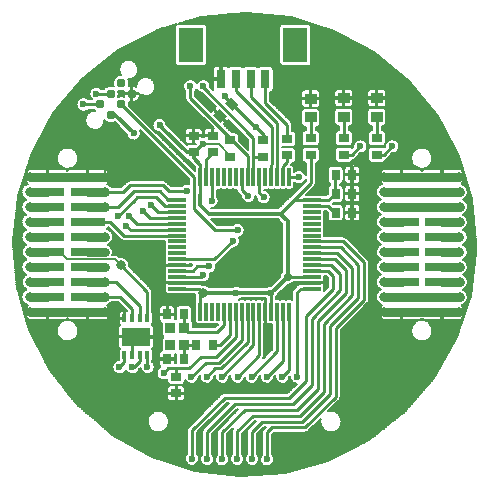
<source format=gtl>
G04 #@! TF.FileFunction,Copper,L1,Top,Signal*
%FSLAX46Y46*%
G04 Gerber Fmt 4.6, Leading zero omitted, Abs format (unit mm)*
G04 Created by KiCad (PCBNEW 4.1.0-alpha+201605071002+6776~44~ubuntu14.04.1-product) date Mon 27 Jun 2016 23:30:12 BST*
%MOMM*%
%LPD*%
G01*
G04 APERTURE LIST*
%ADD10C,0.100000*%
%ADD11R,0.800000X1.600000*%
%ADD12R,2.100000X3.000000*%
%ADD13R,0.350000X0.650000*%
%ADD14R,0.800000X0.800000*%
%ADD15R,2.400000X1.550000*%
%ADD16R,0.300000X1.500000*%
%ADD17R,1.500000X0.300000*%
%ADD18R,2.920000X0.740000*%
%ADD19C,0.787000*%
%ADD20R,0.850000X0.950000*%
%ADD21R,0.900000X0.750000*%
%ADD22R,0.750000X0.900000*%
%ADD23R,1.000000X0.950000*%
%ADD24C,0.600000*%
%ADD25C,0.800000*%
%ADD26C,0.700000*%
%ADD27C,0.250000*%
%ADD28C,0.200000*%
%ADD29C,0.740000*%
%ADD30C,0.350000*%
%ADD31C,0.300000*%
%ADD32C,0.280000*%
G04 APERTURE END LIST*
D10*
D11*
X101750000Y-86000000D03*
X100500000Y-86000000D03*
X99250000Y-86000000D03*
X98000000Y-86000000D03*
D12*
X104300000Y-83100000D03*
X95450000Y-83100000D03*
D13*
X89825000Y-109350000D03*
X90475000Y-109350000D03*
X91125000Y-109350000D03*
X91775000Y-109350000D03*
X91775000Y-106250000D03*
X91125000Y-106250000D03*
X90475000Y-106250000D03*
X89825000Y-106250000D03*
D14*
X90200000Y-107800000D03*
X91400000Y-107800000D03*
X90200000Y-107800000D03*
X91400000Y-107800000D03*
D15*
X90800000Y-107800000D03*
D16*
X96250000Y-105700000D03*
X96750000Y-105700000D03*
X97250000Y-105700000D03*
X97750000Y-105700000D03*
X98250000Y-105700000D03*
X98750000Y-105700000D03*
X99250000Y-105700000D03*
X99750000Y-105700000D03*
X100250000Y-105700000D03*
X100750000Y-105700000D03*
X101250000Y-105700000D03*
X101750000Y-105700000D03*
X102250000Y-105700000D03*
X102750000Y-105700000D03*
X103250000Y-105700000D03*
X103750000Y-105700000D03*
D17*
X105700000Y-103750000D03*
X105700000Y-103250000D03*
X105700000Y-102750000D03*
X105700000Y-102250000D03*
X105700000Y-101750000D03*
X105700000Y-101250000D03*
X105700000Y-100750000D03*
X105700000Y-100250000D03*
X105700000Y-99750000D03*
X105700000Y-99250000D03*
X105700000Y-98750000D03*
X105700000Y-98250000D03*
X105700000Y-97750000D03*
X105700000Y-97250000D03*
X105700000Y-96750000D03*
X105700000Y-96250000D03*
D16*
X103750000Y-94300000D03*
X103250000Y-94300000D03*
X102750000Y-94300000D03*
X102250000Y-94300000D03*
X101750000Y-94300000D03*
X101250000Y-94300000D03*
X100750000Y-94300000D03*
X100250000Y-94300000D03*
X99750000Y-94300000D03*
X99250000Y-94300000D03*
X98750000Y-94300000D03*
X98250000Y-94300000D03*
X97750000Y-94300000D03*
X97250000Y-94300000D03*
X96750000Y-94300000D03*
X96250000Y-94300000D03*
D17*
X94300000Y-96250000D03*
X94300000Y-96750000D03*
X94300000Y-97250000D03*
X94300000Y-97750000D03*
X94300000Y-98250000D03*
X94300000Y-98750000D03*
X94300000Y-99250000D03*
X94300000Y-99750000D03*
X94300000Y-100250000D03*
X94300000Y-100750000D03*
X94300000Y-101250000D03*
X94300000Y-101750000D03*
X94300000Y-102250000D03*
X94300000Y-102750000D03*
X94300000Y-103250000D03*
X94300000Y-103750000D03*
D18*
X83285000Y-94285000D03*
X86715000Y-94285000D03*
X83285000Y-95555000D03*
X86715000Y-95555000D03*
X83285000Y-96825000D03*
X86715000Y-96825000D03*
X83285000Y-98095000D03*
X86715000Y-98095000D03*
X83285000Y-99365000D03*
X86715000Y-99365000D03*
X83285000Y-100635000D03*
X86715000Y-100635000D03*
X83285000Y-101905000D03*
X86715000Y-101905000D03*
X83285000Y-103175000D03*
X86715000Y-103175000D03*
X83285000Y-104445000D03*
X86715000Y-104445000D03*
X83285000Y-105715000D03*
X86715000Y-105715000D03*
X113285000Y-94285000D03*
X116715000Y-94285000D03*
X113285000Y-95555000D03*
X116715000Y-95555000D03*
X113285000Y-96825000D03*
X116715000Y-96825000D03*
X113285000Y-98095000D03*
X116715000Y-98095000D03*
X113285000Y-99365000D03*
X116715000Y-99365000D03*
X113285000Y-100635000D03*
X116715000Y-100635000D03*
X113285000Y-101905000D03*
X116715000Y-101905000D03*
X113285000Y-103175000D03*
X116715000Y-103175000D03*
X113285000Y-104445000D03*
X116715000Y-104445000D03*
X113285000Y-105715000D03*
X116715000Y-105715000D03*
D19*
X88654523Y-89050574D03*
X87756497Y-88152548D03*
X89552548Y-88152548D03*
X88654523Y-87254523D03*
X90450574Y-87254523D03*
X89552548Y-86356497D03*
D20*
X94875000Y-108525000D03*
X94875000Y-107075000D03*
X93725000Y-107075000D03*
X93725000Y-108525000D03*
D21*
X103600000Y-91050000D03*
X103600000Y-92450000D03*
X101550000Y-92600000D03*
X101550000Y-91200000D03*
D22*
X95900000Y-108500000D03*
X97300000Y-108500000D03*
D21*
X98800000Y-91200000D03*
X98800000Y-92600000D03*
D22*
X107700000Y-95700000D03*
X109100000Y-95700000D03*
D10*
G36*
X98841942Y-87521662D02*
X99478338Y-88158058D01*
X98948008Y-88688388D01*
X98311612Y-88051992D01*
X98841942Y-87521662D01*
X98841942Y-87521662D01*
G37*
G36*
X97851992Y-88511612D02*
X98488388Y-89148008D01*
X97958058Y-89678338D01*
X97321662Y-89041942D01*
X97851992Y-88511612D01*
X97851992Y-88511612D01*
G37*
D22*
X107700000Y-94100000D03*
X109100000Y-94100000D03*
D21*
X95700000Y-92200000D03*
X95700000Y-90800000D03*
X97300000Y-90800000D03*
X97300000Y-92200000D03*
D22*
X109100000Y-97300000D03*
X107700000Y-97300000D03*
X93450000Y-105900000D03*
X94850000Y-105900000D03*
D21*
X94200000Y-112600000D03*
X94200000Y-111200000D03*
D22*
X93450000Y-109700000D03*
X94850000Y-109700000D03*
D21*
X111200000Y-92400000D03*
X111200000Y-91000000D03*
X108400000Y-92400000D03*
X108400000Y-91000000D03*
X105600000Y-92400000D03*
X105600000Y-91000000D03*
D23*
X105600000Y-87650001D03*
X105600000Y-89250001D03*
X111200000Y-87600001D03*
X111200000Y-89200001D03*
X108400000Y-87600001D03*
X108400000Y-89200001D03*
D24*
X92500000Y-105100000D03*
X100050000Y-91250000D03*
X112600000Y-110000000D03*
X113000000Y-90000000D03*
X93800000Y-88800000D03*
X98800000Y-83800000D03*
X101400000Y-83800000D03*
X104000000Y-88000000D03*
X114000000Y-88000000D03*
X108600000Y-98800000D03*
X91000000Y-92000000D03*
X102500000Y-82500000D03*
X100000000Y-82500000D03*
X97500000Y-82500000D03*
X117500000Y-92500000D03*
X107500000Y-82500000D03*
X92500000Y-87500000D03*
X92500000Y-82500000D03*
X82500000Y-107500000D03*
X112500000Y-107500000D03*
X117500000Y-107500000D03*
X92500000Y-112500000D03*
X110000000Y-100000000D03*
X110000000Y-107500000D03*
X110000000Y-112500000D03*
X110000000Y-110000000D03*
X115000000Y-110000000D03*
X112500000Y-112500000D03*
X110000000Y-115000000D03*
X107500000Y-117500000D03*
X115000000Y-90000000D03*
X110000000Y-85000000D03*
X82500000Y-92500000D03*
X87500000Y-92500000D03*
X92500000Y-85000000D03*
X85000000Y-90000000D03*
X87500000Y-107500000D03*
X92500000Y-117500000D03*
X90000000Y-115000000D03*
X85000000Y-110000000D03*
X87500000Y-110000000D03*
X87500000Y-112500000D03*
X102700000Y-95900000D03*
X102700000Y-98700000D03*
X102700000Y-102300000D03*
X94200000Y-94000000D03*
X98800000Y-101200000D03*
X99300000Y-102600000D03*
X91800000Y-111500000D03*
X92650000Y-107700000D03*
X100525000Y-98825000D03*
X103500000Y-104000000D03*
X102000000Y-107800000D03*
D25*
X118185000Y-105715000D03*
X111815000Y-105715000D03*
X118185000Y-94285000D03*
X111810000Y-94285000D03*
X88185000Y-94285000D03*
X88190000Y-105715000D03*
X81810000Y-105715000D03*
X81815000Y-94285000D03*
D24*
X93150000Y-110900000D03*
X99400000Y-98800000D03*
D26*
X103650000Y-102750000D03*
D24*
X92800000Y-89900000D03*
X90600000Y-90600000D03*
X96500000Y-91500000D03*
X101000000Y-90100000D03*
X98300000Y-87400000D03*
X102200000Y-104100000D03*
X99300000Y-104100000D03*
D25*
X96500000Y-104100000D03*
X89500000Y-101750000D03*
X81835000Y-100635000D03*
D24*
X101900000Y-111200000D03*
X103200000Y-111200000D03*
X104445000Y-111200000D03*
X95555000Y-118145000D03*
X95500000Y-111200000D03*
X96800000Y-111200000D03*
X98100000Y-111200000D03*
X99400000Y-111200000D03*
X100600000Y-111200000D03*
X96825000Y-118175000D03*
X98095000Y-118195000D03*
X99365000Y-118165000D03*
X96500000Y-86600000D03*
X95400000Y-86600000D03*
X100300000Y-95900000D03*
X97000000Y-101850000D03*
X91775000Y-110375000D03*
X96500000Y-102600000D03*
X89400000Y-110400000D03*
X86352548Y-88152548D03*
X95100000Y-95500000D03*
X97200000Y-96300000D03*
D25*
X88195000Y-95555000D03*
D24*
X87454523Y-87254523D03*
D25*
X88200000Y-96825000D03*
D24*
X89300000Y-97600000D03*
X92100000Y-96700000D03*
X91400000Y-97200000D03*
X90200000Y-97600000D03*
X90000000Y-98400000D03*
D25*
X88190000Y-99365000D03*
D24*
X99000000Y-99700000D03*
D25*
X88200000Y-103175000D03*
X88195000Y-104445000D03*
X81805000Y-95555000D03*
X81800000Y-96825000D03*
X81805000Y-98095000D03*
X81810000Y-99365000D03*
D26*
X88165000Y-100635000D03*
D25*
X81805000Y-101905000D03*
X81825000Y-103175000D03*
X81800000Y-104445000D03*
X118195000Y-95555000D03*
X111805000Y-95555000D03*
X111800000Y-96825000D03*
X118200000Y-96825000D03*
X111805000Y-98095000D03*
X118195000Y-98095000D03*
X111810000Y-99365000D03*
X118190000Y-99365000D03*
X111815000Y-100635000D03*
X118190000Y-100635000D03*
X111805000Y-101905000D03*
X118195000Y-101905000D03*
X111800000Y-103175000D03*
X118200000Y-103175000D03*
X118195000Y-104445000D03*
X111805000Y-104445000D03*
D24*
X100635000Y-118165000D03*
X101905000Y-118195000D03*
X112500000Y-91700000D03*
X104600000Y-94300000D03*
X109800000Y-91700000D03*
X101600000Y-96000000D03*
D26*
X88195000Y-101905000D03*
D24*
X90500000Y-110400000D03*
D27*
X97944975Y-89094975D02*
X100050000Y-91200000D01*
X100050000Y-91200000D02*
X100050000Y-91250000D01*
X97905025Y-89094975D02*
X97944975Y-89094975D01*
D28*
X87500000Y-92500000D02*
X88185000Y-93185000D01*
X88185000Y-93185000D02*
X88185000Y-94285000D01*
X91000000Y-92000000D02*
X88000000Y-92000000D01*
X88000000Y-92000000D02*
X87500000Y-92500000D01*
D27*
X102700000Y-98700000D02*
X102575000Y-98825000D01*
X102575000Y-98825000D02*
X100525000Y-98825000D01*
X102400000Y-102600000D02*
X102700000Y-102300000D01*
X99300000Y-102600000D02*
X102400000Y-102600000D01*
X88470000Y-94000000D02*
X94200000Y-94000000D01*
X88185000Y-94285000D02*
X88470000Y-94000000D01*
X98800000Y-101200000D02*
X100525000Y-99475000D01*
X100525000Y-99475000D02*
X100525000Y-98825000D01*
X98650000Y-103250000D02*
X99300000Y-102600000D01*
X94300000Y-103250000D02*
X98650000Y-103250000D01*
X90800000Y-107800000D02*
X92550000Y-107800000D01*
X92550000Y-107800000D02*
X92650000Y-107700000D01*
X90475000Y-109350000D02*
X90475000Y-108075000D01*
X90475000Y-108075000D02*
X90200000Y-107800000D01*
X104250000Y-103250000D02*
X103500000Y-104000000D01*
X105700000Y-103250000D02*
X104250000Y-103250000D01*
D29*
X111815000Y-105715000D02*
X118185000Y-105715000D01*
X111810000Y-94285000D02*
X118185000Y-94285000D01*
X81815000Y-94285000D02*
X88185000Y-94285000D01*
X81810000Y-105715000D02*
X88190000Y-105715000D01*
X116715000Y-105715000D02*
X118185000Y-105715000D01*
X113285000Y-105715000D02*
X111815000Y-105715000D01*
X116715000Y-94285000D02*
X118185000Y-94285000D01*
X113285000Y-94285000D02*
X111810000Y-94285000D01*
X88185000Y-94285000D02*
X86715000Y-94285000D01*
X86715000Y-105715000D02*
X88190000Y-105715000D01*
X83285000Y-105715000D02*
X81810000Y-105715000D01*
X83285000Y-94285000D02*
X81815000Y-94285000D01*
D27*
X94200000Y-110500000D02*
X95300000Y-110500000D01*
X99250000Y-107850000D02*
X99250000Y-105700000D01*
X97600000Y-109500000D02*
X99250000Y-107850000D01*
X95300000Y-110500000D02*
X96300000Y-109500000D01*
X96300000Y-109500000D02*
X97600000Y-109500000D01*
X93550000Y-110500000D02*
X94200000Y-110500000D01*
X95700000Y-94300000D02*
X89552548Y-88152548D01*
X95700000Y-97000000D02*
X95700000Y-94300000D01*
X97500000Y-98800000D02*
X95700000Y-97000000D01*
X99400000Y-98800000D02*
X97500000Y-98800000D01*
X93150000Y-110900000D02*
X93550000Y-110500000D01*
X94200000Y-111150000D02*
X94200000Y-110500000D01*
X97700000Y-107400000D02*
X95200000Y-107400000D01*
X95200000Y-107400000D02*
X94875000Y-107075000D01*
X98250000Y-106850000D02*
X97700000Y-107400000D01*
X98250000Y-105700000D02*
X98250000Y-106850000D01*
X94900000Y-105900000D02*
X94900000Y-107050000D01*
X94900000Y-107050000D02*
X94875000Y-107075000D01*
X94875000Y-108525000D02*
X95825000Y-108525000D01*
X95825000Y-108525000D02*
X95850000Y-108500000D01*
X94875000Y-108525000D02*
X94875000Y-109675000D01*
X94875000Y-109675000D02*
X94900000Y-109700000D01*
X105700000Y-96750000D02*
X107100000Y-96750000D01*
X107100000Y-96750000D02*
X107650000Y-97300000D01*
X96750000Y-94300000D02*
X96750000Y-92800000D01*
X96750000Y-92800000D02*
X97300000Y-92250000D01*
D28*
X85054999Y-101255001D02*
X89005001Y-101255001D01*
X89005001Y-101255001D02*
X89500000Y-101750000D01*
X84990000Y-101250000D02*
X85049998Y-101250000D01*
X85049998Y-101250000D02*
X85054999Y-101255001D01*
X83285000Y-100635000D02*
X84375000Y-100635000D01*
X84375000Y-100635000D02*
X84990000Y-101250000D01*
D30*
X98894975Y-88105025D02*
X98300000Y-87510050D01*
D27*
X98300000Y-87510050D02*
X98300000Y-87400000D01*
X101000000Y-90100000D02*
X100889950Y-90100000D01*
X100889950Y-90100000D02*
X98894975Y-88105025D01*
X104150000Y-96250000D02*
X105600000Y-94800000D01*
X105600000Y-94800000D02*
X105600000Y-92400000D01*
D31*
X95100000Y-92200000D02*
X93100000Y-90200000D01*
X93100000Y-90200000D02*
X92900000Y-90000000D01*
X92800000Y-89900000D02*
X93100000Y-90200000D01*
X96250000Y-93250000D02*
X95700000Y-92700000D01*
X95700000Y-92700000D02*
X95700000Y-92200000D01*
D32*
X96250000Y-94300000D02*
X96250000Y-93250000D01*
D31*
X95700000Y-92200000D02*
X95100000Y-92200000D01*
X89050574Y-89050574D02*
X90600000Y-90600000D01*
X88654523Y-89050574D02*
X89050574Y-89050574D01*
D27*
X91775000Y-106250000D02*
X91775000Y-104025000D01*
X91775000Y-104025000D02*
X89500000Y-101750000D01*
D30*
X97000000Y-97400000D02*
X96250000Y-96650000D01*
X96250000Y-96650000D02*
X96250000Y-95850000D01*
X103000000Y-97400000D02*
X97000000Y-97400000D01*
D28*
X98800000Y-92500000D02*
X97800000Y-91500000D01*
X97800000Y-91500000D02*
X96500000Y-91500000D01*
D27*
X98800000Y-92650000D02*
X98800000Y-92500000D01*
X101600000Y-91150000D02*
X101600000Y-90700000D01*
X101600000Y-90700000D02*
X101000000Y-90100000D01*
D30*
X96500000Y-91500000D02*
X95750000Y-92250000D01*
D27*
X95750000Y-92250000D02*
X95700000Y-92250000D01*
X95700000Y-92250000D02*
X95700000Y-92200000D01*
X107650000Y-94100000D02*
X107650000Y-95700000D01*
X105700000Y-96250000D02*
X107100000Y-96250000D01*
X107100000Y-96250000D02*
X107650000Y-95700000D01*
D30*
X103650000Y-98050000D02*
X103650000Y-99900000D01*
X103650000Y-99900000D02*
X103650000Y-102750000D01*
X96500000Y-104100000D02*
X98900000Y-104100000D01*
X98900000Y-104100000D02*
X102200000Y-104100000D01*
D27*
X99300000Y-104100000D02*
X98900000Y-104100000D01*
D30*
X103000000Y-97400000D02*
X103650000Y-98050000D01*
D32*
X105700000Y-96250000D02*
X104150000Y-96250000D01*
X104150000Y-96250000D02*
X103000000Y-97400000D01*
X96250000Y-94300000D02*
X96250000Y-95850000D01*
X102200000Y-104100000D02*
X102250000Y-104150000D01*
X96250000Y-105700000D02*
X96250000Y-104350000D01*
X96250000Y-104350000D02*
X96500000Y-104100000D01*
X94300000Y-103750000D02*
X96150000Y-103750000D01*
X96150000Y-103750000D02*
X96500000Y-104100000D01*
X102250000Y-105700000D02*
X102250000Y-104150000D01*
D30*
X102250000Y-104150000D02*
X103650000Y-102750000D01*
D32*
X105700000Y-102750000D02*
X103650000Y-102750000D01*
D29*
X83285000Y-100635000D02*
X81835000Y-100635000D01*
D27*
X97900000Y-108500000D02*
X97350000Y-108500000D01*
X98750000Y-107650000D02*
X97900000Y-108500000D01*
X98750000Y-105700000D02*
X98750000Y-107650000D01*
X103250000Y-109850000D02*
X101900000Y-111200000D01*
X103250000Y-105700000D02*
X103250000Y-109850000D01*
X103200000Y-111200000D02*
X103750000Y-110650000D01*
X103750000Y-110650000D02*
X103750000Y-105700000D01*
X104445000Y-111200000D02*
X104445000Y-104055000D01*
X104445000Y-104055000D02*
X104750000Y-103750000D01*
X104750000Y-103750000D02*
X105700000Y-103750000D01*
X105200000Y-106100000D02*
X105200000Y-111600000D01*
X95555000Y-118145000D02*
X95555000Y-116400000D01*
X95555000Y-116400000D02*
X95555000Y-116245000D01*
X95555000Y-115745000D02*
X95555000Y-116400000D01*
X103800000Y-113000000D02*
X98300000Y-113000000D01*
X95555000Y-115745000D02*
X98300000Y-113000000D01*
X105200000Y-111600000D02*
X103800000Y-113000000D01*
X107500000Y-103800000D02*
X105200000Y-106100000D01*
X107500000Y-102700000D02*
X107500000Y-103800000D01*
X107050000Y-102250000D02*
X107500000Y-102700000D01*
X105700000Y-102250000D02*
X107050000Y-102250000D01*
X99750000Y-105700000D02*
X99750000Y-108050000D01*
X99750000Y-108050000D02*
X97800000Y-110000000D01*
X97800000Y-110000000D02*
X96700000Y-110000000D01*
X96700000Y-110000000D02*
X95500000Y-111200000D01*
X98000000Y-110500000D02*
X97500000Y-110500000D01*
X97500000Y-110500000D02*
X96800000Y-111200000D01*
X100250000Y-108250000D02*
X98000000Y-110500000D01*
X100250000Y-105700000D02*
X100250000Y-108250000D01*
X98100000Y-111200000D02*
X100750000Y-108550000D01*
X100750000Y-108550000D02*
X100750000Y-108350000D01*
X100750000Y-105700000D02*
X100750000Y-108350000D01*
X99400000Y-111200000D02*
X101250000Y-109350000D01*
X101250000Y-109350000D02*
X101250000Y-106700000D01*
X101250000Y-106700000D02*
X101250000Y-105700000D01*
X102750000Y-109050000D02*
X100600000Y-111200000D01*
X102750000Y-105700000D02*
X102750000Y-109050000D01*
X96825000Y-118175000D02*
X96825000Y-115875000D01*
X96825000Y-115875000D02*
X99200000Y-113500000D01*
X99200000Y-113500000D02*
X104100000Y-113500000D01*
X104100000Y-113500000D02*
X105700000Y-111900000D01*
X105700000Y-111900000D02*
X105700000Y-106300000D01*
X105700000Y-106300000D02*
X108100000Y-103900000D01*
X108100000Y-103900000D02*
X108100000Y-102500000D01*
X108100000Y-102500000D02*
X107350000Y-101750000D01*
X107350000Y-101750000D02*
X105700000Y-101750000D01*
X106200000Y-112200000D02*
X106200000Y-106500000D01*
X98095000Y-118195000D02*
X98095000Y-116600000D01*
X98095000Y-116600000D02*
X98095000Y-116405000D01*
X98095000Y-115905000D02*
X98095000Y-116600000D01*
X104400000Y-114000000D02*
X100000000Y-114000000D01*
X98095000Y-115905000D02*
X100000000Y-114000000D01*
X105700000Y-101250000D02*
X107650000Y-101250000D01*
X107650000Y-101250000D02*
X108600000Y-102200000D01*
X108600000Y-102200000D02*
X108600000Y-104100000D01*
X108600000Y-104100000D02*
X106200000Y-106500000D01*
X106200000Y-112200000D02*
X104400000Y-114000000D01*
X99365000Y-116600000D02*
X99365000Y-115835000D01*
X109100000Y-102000000D02*
X107850000Y-100750000D01*
X99365000Y-115835000D02*
X100700000Y-114500000D01*
X106700000Y-112500000D02*
X106700000Y-106700000D01*
X100700000Y-114500000D02*
X104700000Y-114500000D01*
X104700000Y-114500000D02*
X106700000Y-112500000D01*
X106700000Y-106700000D02*
X109100000Y-104300000D01*
X109100000Y-104300000D02*
X109100000Y-102000000D01*
X107850000Y-100750000D02*
X105700000Y-100750000D01*
X99365000Y-118165000D02*
X99365000Y-116600000D01*
X99365000Y-116600000D02*
X99365000Y-116335000D01*
X103250000Y-93350000D02*
X103600000Y-93000000D01*
X103600000Y-93000000D02*
X103600000Y-92500000D01*
X103250000Y-94300000D02*
X103250000Y-93350000D01*
X102750000Y-94300000D02*
X102750000Y-89750000D01*
X100500000Y-87500000D02*
X100500000Y-86000000D01*
X102750000Y-89750000D02*
X100500000Y-87500000D01*
X102250000Y-94300000D02*
X102250000Y-93250000D01*
X102250000Y-93250000D02*
X102300000Y-93200000D01*
X102300000Y-93200000D02*
X102300000Y-90100000D01*
X102300000Y-90100000D02*
X99250000Y-87050000D01*
X99250000Y-87050000D02*
X99250000Y-86000000D01*
X100750000Y-94300000D02*
X100750000Y-92550000D01*
X100750000Y-92550000D02*
X100750000Y-90950000D01*
X101550000Y-92600000D02*
X100800000Y-92600000D01*
X100800000Y-92600000D02*
X100750000Y-92550000D01*
X100750000Y-90950000D02*
X96500000Y-86700000D01*
X96500000Y-86700000D02*
X96500000Y-86600000D01*
X95400000Y-86600000D02*
X95400000Y-87600000D01*
X95400000Y-87600000D02*
X98800000Y-91000000D01*
X98800000Y-91000000D02*
X98800000Y-91200000D01*
X100250000Y-92550000D02*
X98900000Y-91200000D01*
X98900000Y-91200000D02*
X98800000Y-91200000D01*
X100250000Y-94300000D02*
X100250000Y-92550000D01*
X99750000Y-95350000D02*
X100300000Y-95900000D01*
X99750000Y-94300000D02*
X99750000Y-95350000D01*
X95600000Y-102250000D02*
X96000000Y-101850000D01*
X96000000Y-101850000D02*
X97000000Y-101850000D01*
X94300000Y-102250000D02*
X95600000Y-102250000D01*
X91775000Y-109350000D02*
X91775000Y-110375000D01*
X94300000Y-102750000D02*
X96350000Y-102750000D01*
X96350000Y-102750000D02*
X96500000Y-102600000D01*
X89825000Y-109975000D02*
X89400000Y-110400000D01*
X89825000Y-109350000D02*
X89825000Y-109975000D01*
X93600000Y-95500000D02*
X95100000Y-95500000D01*
X87756497Y-88152548D02*
X86352548Y-88152548D01*
X88195000Y-95555000D02*
X89745000Y-95555000D01*
X89745000Y-95555000D02*
X90300000Y-95000000D01*
X90300000Y-95000000D02*
X93100000Y-95000000D01*
X93100000Y-95000000D02*
X93600000Y-95500000D01*
X97250000Y-96250000D02*
X97200000Y-96300000D01*
X97250000Y-94300000D02*
X97250000Y-96250000D01*
D29*
X86715000Y-95555000D02*
X88195000Y-95555000D01*
D27*
X88654523Y-87254523D02*
X87454523Y-87254523D01*
X90600000Y-95500000D02*
X89275000Y-96825000D01*
X89275000Y-96825000D02*
X88200000Y-96825000D01*
X92800000Y-95500000D02*
X90600000Y-95500000D01*
X93550000Y-96250000D02*
X92800000Y-95500000D01*
X94300000Y-96250000D02*
X93550000Y-96250000D01*
D29*
X86715000Y-96825000D02*
X88200000Y-96825000D01*
D27*
X94300000Y-96750000D02*
X93250000Y-96750000D01*
X93250000Y-96750000D02*
X92500000Y-96000000D01*
X92500000Y-96000000D02*
X90900000Y-96000000D01*
X90900000Y-96000000D02*
X90600000Y-96300000D01*
X90600000Y-96300000D02*
X89300000Y-97600000D01*
X94300000Y-97250000D02*
X92650000Y-97250000D01*
X92650000Y-97250000D02*
X92100000Y-96700000D01*
X91950000Y-97750000D02*
X91400000Y-97200000D01*
X94300000Y-97750000D02*
X91950000Y-97750000D01*
X94300000Y-98250000D02*
X90850000Y-98250000D01*
X90850000Y-98250000D02*
X90200000Y-97600000D01*
X94300000Y-98750000D02*
X90350000Y-98750000D01*
X90350000Y-98750000D02*
X90000000Y-98400000D01*
D32*
X88305000Y-99250000D02*
X88190000Y-99365000D01*
D29*
X86715000Y-99365000D02*
X88190000Y-99365000D01*
D27*
X94300000Y-101250000D02*
X97450000Y-101250000D01*
X97450000Y-101250000D02*
X99000000Y-99700000D01*
X98950000Y-99750000D02*
X99000000Y-99700000D01*
X89075000Y-103175000D02*
X91125000Y-105225000D01*
X91125000Y-105225000D02*
X91125000Y-106250000D01*
X88200000Y-103175000D02*
X89075000Y-103175000D01*
X88200000Y-103175000D02*
X88275000Y-103175000D01*
D29*
X86715000Y-103175000D02*
X88200000Y-103175000D01*
D27*
X89445000Y-104445000D02*
X90475000Y-105475000D01*
X90475000Y-105475000D02*
X90475000Y-106250000D01*
X88195000Y-104445000D02*
X89445000Y-104445000D01*
X88315000Y-104325000D02*
X88195000Y-104445000D01*
D29*
X86715000Y-104445000D02*
X88195000Y-104445000D01*
X83285000Y-95555000D02*
X81805000Y-95555000D01*
X83285000Y-96825000D02*
X81800000Y-96825000D01*
X83285000Y-98095000D02*
X81805000Y-98095000D01*
D27*
X89750000Y-99250000D02*
X88595000Y-98095000D01*
X88595000Y-98095000D02*
X86715000Y-98095000D01*
X94300000Y-99250000D02*
X89750000Y-99250000D01*
D29*
X83285000Y-99365000D02*
X81810000Y-99365000D01*
X86715000Y-100635000D02*
X88165000Y-100635000D01*
X83285000Y-101905000D02*
X81805000Y-101905000D01*
X83285000Y-103175000D02*
X81825000Y-103175000D01*
X83285000Y-104445000D02*
X81800000Y-104445000D01*
X113285000Y-95555000D02*
X118195000Y-95555000D01*
X116715000Y-95555000D02*
X118195000Y-95555000D01*
X113285000Y-95555000D02*
X111805000Y-95555000D01*
X113285000Y-96825000D02*
X116715000Y-96825000D01*
X111800000Y-96825000D02*
X113285000Y-96825000D01*
X116715000Y-96825000D02*
X118200000Y-96825000D01*
X113285000Y-98095000D02*
X111805000Y-98095000D01*
X116715000Y-98095000D02*
X118195000Y-98095000D01*
X113285000Y-99365000D02*
X111810000Y-99365000D01*
X116715000Y-99365000D02*
X118190000Y-99365000D01*
X113285000Y-100635000D02*
X111815000Y-100635000D01*
X116715000Y-100635000D02*
X118190000Y-100635000D01*
X113285000Y-101905000D02*
X111805000Y-101905000D01*
X116715000Y-101905000D02*
X118195000Y-101905000D01*
X113285000Y-103175000D02*
X111800000Y-103175000D01*
X116715000Y-103175000D02*
X118200000Y-103175000D01*
X113285000Y-104445000D02*
X116715000Y-104445000D01*
X116715000Y-104445000D02*
X118195000Y-104445000D01*
X113285000Y-104445000D02*
X111805000Y-104445000D01*
D27*
X100635000Y-116500000D02*
X100635000Y-115865000D01*
X107200000Y-106900000D02*
X109600000Y-104500000D01*
X100635000Y-115865000D02*
X101500000Y-115000000D01*
X101500000Y-115000000D02*
X104900000Y-115000000D01*
X104900000Y-115000000D02*
X107200000Y-112700000D01*
X107200000Y-112700000D02*
X107200000Y-106900000D01*
X109600000Y-104500000D02*
X109600000Y-101700000D01*
X109600000Y-101700000D02*
X108150000Y-100250000D01*
X108150000Y-100250000D02*
X105700000Y-100250000D01*
X100635000Y-118165000D02*
X100635000Y-116500000D01*
X100635000Y-116500000D02*
X100635000Y-116365000D01*
X105700000Y-99750000D02*
X108350000Y-99750000D01*
X108350000Y-99750000D02*
X110100000Y-101500000D01*
X110100000Y-101500000D02*
X110100000Y-104700000D01*
X110100000Y-104700000D02*
X107700000Y-107100000D01*
X107700000Y-107100000D02*
X107700000Y-112900000D01*
X107700000Y-112900000D02*
X105100000Y-115500000D01*
X105100000Y-115500000D02*
X102300000Y-115500000D01*
X102300000Y-115500000D02*
X101905000Y-115895000D01*
X101905000Y-115895000D02*
X101905000Y-118195000D01*
X103600000Y-89850000D02*
X101750000Y-88000000D01*
X101750000Y-88000000D02*
X101750000Y-86000000D01*
X103600000Y-89850000D02*
X103600000Y-91000000D01*
X111200000Y-91000000D02*
X111200000Y-89200001D01*
X108400000Y-91000000D02*
X108400000Y-89200001D01*
X112500000Y-91700000D02*
X111800000Y-92400000D01*
X111800000Y-92400000D02*
X111200000Y-92400000D01*
X103750000Y-94300000D02*
X104600000Y-94300000D01*
X109800000Y-91700000D02*
X109100000Y-92400000D01*
X109100000Y-92400000D02*
X108400000Y-92400000D01*
X101600000Y-96000000D02*
X101250000Y-95650000D01*
X101250000Y-95650000D02*
X101250000Y-94300000D01*
X105600000Y-91000000D02*
X105600000Y-89250001D01*
D29*
X86715000Y-101905000D02*
X88195000Y-101905000D01*
D27*
X90600000Y-110400000D02*
X91125000Y-109875000D01*
X91125000Y-109875000D02*
X91125000Y-109350000D01*
X90500000Y-110400000D02*
X90600000Y-110400000D01*
D28*
X100137006Y-80375478D02*
X100137007Y-80375478D01*
X98497577Y-80524678D02*
X101556548Y-80524678D01*
X96858148Y-80673878D02*
X102976089Y-80673878D01*
X95981291Y-80823078D02*
X104098768Y-80823078D01*
X95474352Y-80972278D02*
X104580755Y-80972278D01*
X94967414Y-81121478D02*
X105062742Y-81121478D01*
X94460475Y-81270678D02*
X105544730Y-81270678D01*
X93953537Y-81419878D02*
X94159731Y-81419878D01*
X96740270Y-81419878D02*
X103009731Y-81419878D01*
X105590270Y-81419878D02*
X106026717Y-81419878D01*
X93446599Y-81569078D02*
X94101595Y-81569078D01*
X96798406Y-81569078D02*
X102951595Y-81569078D01*
X105648406Y-81569078D02*
X106508704Y-81569078D01*
X92939661Y-81718278D02*
X94098549Y-81718278D01*
X96801451Y-81718278D02*
X102948549Y-81718278D01*
X105651451Y-81718278D02*
X106990691Y-81718278D01*
X92526956Y-81867478D02*
X94098549Y-81867478D01*
X96801451Y-81867478D02*
X102948549Y-81867478D01*
X105651451Y-81867478D02*
X107472679Y-81867478D01*
X92241562Y-82016678D02*
X94098549Y-82016678D01*
X96801451Y-82016678D02*
X102948549Y-82016678D01*
X105651451Y-82016678D02*
X107805182Y-82016678D01*
X91956169Y-82165878D02*
X94098549Y-82165878D01*
X96801451Y-82165878D02*
X102948549Y-82165878D01*
X105651451Y-82165878D02*
X108081122Y-82165878D01*
X91670776Y-82315078D02*
X94098549Y-82315078D01*
X96801451Y-82315078D02*
X102948549Y-82315078D01*
X105651451Y-82315078D02*
X108357061Y-82315078D01*
X91385382Y-82464278D02*
X94098549Y-82464278D01*
X96801451Y-82464278D02*
X102948549Y-82464278D01*
X105651451Y-82464278D02*
X108633001Y-82464278D01*
X91099989Y-82613478D02*
X94098549Y-82613478D01*
X96801451Y-82613478D02*
X102948549Y-82613478D01*
X105651451Y-82613478D02*
X108908941Y-82613478D01*
X90814596Y-82762678D02*
X94098549Y-82762678D01*
X96801451Y-82762678D02*
X102948549Y-82762678D01*
X105651451Y-82762678D02*
X109184880Y-82762678D01*
X90529202Y-82911878D02*
X94098549Y-82911878D01*
X96801451Y-82911878D02*
X102948549Y-82911878D01*
X105651451Y-82911878D02*
X109460820Y-82911878D01*
X90243809Y-83061078D02*
X94098549Y-83061078D01*
X96801451Y-83061078D02*
X102948549Y-83061078D01*
X105651451Y-83061078D02*
X109736760Y-83061078D01*
X89958415Y-83210278D02*
X94098549Y-83210278D01*
X96801451Y-83210278D02*
X102948549Y-83210278D01*
X105651451Y-83210278D02*
X110012699Y-83210278D01*
X89673022Y-83359478D02*
X94098549Y-83359478D01*
X96801451Y-83359478D02*
X102948549Y-83359478D01*
X105651451Y-83359478D02*
X110288639Y-83359478D01*
X89387629Y-83508678D02*
X94098549Y-83508678D01*
X96801451Y-83508678D02*
X102948549Y-83508678D01*
X105651451Y-83508678D02*
X110564579Y-83508678D01*
X89155345Y-83657878D02*
X94098549Y-83657878D01*
X96801451Y-83657878D02*
X102948549Y-83657878D01*
X105651451Y-83657878D02*
X110840518Y-83657878D01*
X88969778Y-83807078D02*
X94098549Y-83807078D01*
X96801451Y-83807078D02*
X102948549Y-83807078D01*
X105651451Y-83807078D02*
X111067165Y-83807078D01*
X88784211Y-83956278D02*
X94098549Y-83956278D01*
X96801451Y-83956278D02*
X102948549Y-83956278D01*
X105651451Y-83956278D02*
X111247517Y-83956278D01*
X88598643Y-84105478D02*
X94098549Y-84105478D01*
X96801451Y-84105478D02*
X102948549Y-84105478D01*
X105651451Y-84105478D02*
X111427869Y-84105478D01*
X88413076Y-84254678D02*
X94098549Y-84254678D01*
X96801451Y-84254678D02*
X102948549Y-84254678D01*
X105651451Y-84254678D02*
X111608220Y-84254678D01*
X88227509Y-84403878D02*
X90027701Y-84403878D01*
X90334767Y-84403878D02*
X94098549Y-84403878D01*
X96801451Y-84403878D02*
X102948549Y-84403878D01*
X105651451Y-84403878D02*
X111788572Y-84403878D01*
X88041941Y-84553078D02*
X89691974Y-84553078D01*
X90668973Y-84553078D02*
X94098549Y-84553078D01*
X96801451Y-84553078D02*
X102948549Y-84553078D01*
X105651451Y-84553078D02*
X111968924Y-84553078D01*
X87856374Y-84702278D02*
X89544870Y-84702278D01*
X90818263Y-84702278D02*
X94117527Y-84702278D01*
X96782472Y-84702278D02*
X102967527Y-84702278D01*
X105632472Y-84702278D02*
X112149276Y-84702278D01*
X87670807Y-84851478D02*
X89455435Y-84851478D01*
X90907350Y-84851478D02*
X94234077Y-84851478D01*
X96665922Y-84851478D02*
X103084077Y-84851478D01*
X105515922Y-84851478D02*
X112329628Y-84851478D01*
X87485239Y-85000678D02*
X89403302Y-85000678D01*
X90959431Y-85000678D02*
X97375058Y-85000678D01*
X97950000Y-85000678D02*
X98050000Y-85000678D01*
X98624942Y-85000678D02*
X98625487Y-85000678D01*
X99874513Y-85000678D02*
X99875488Y-85000678D01*
X101124513Y-85000678D02*
X101125488Y-85000678D01*
X102374513Y-85000678D02*
X112509980Y-85000678D01*
X87299672Y-85149878D02*
X89381601Y-85149878D01*
X90980651Y-85149878D02*
X97304093Y-85149878D01*
X97950000Y-85149878D02*
X98050000Y-85149878D01*
X102446515Y-85149878D02*
X112690331Y-85149878D01*
X87114105Y-85299078D02*
X89387959Y-85299078D01*
X90976593Y-85299078D02*
X97300000Y-85299078D01*
X97950000Y-85299078D02*
X98050000Y-85299078D01*
X102451451Y-85299078D02*
X112870683Y-85299078D01*
X86928537Y-85448278D02*
X89423337Y-85448278D01*
X90941503Y-85448278D02*
X97300000Y-85448278D01*
X97950000Y-85448278D02*
X98050000Y-85448278D01*
X102451451Y-85448278D02*
X113051035Y-85448278D01*
X86742970Y-85597478D02*
X89492590Y-85597478D01*
X90872122Y-85597478D02*
X97300000Y-85597478D01*
X97950000Y-85597478D02*
X98050000Y-85597478D01*
X102451451Y-85597478D02*
X113231387Y-85597478D01*
X86557403Y-85746678D02*
X89217874Y-85746678D01*
X90755723Y-85746678D02*
X97300000Y-85746678D01*
X97950000Y-85746678D02*
X98050000Y-85746678D01*
X102451451Y-85746678D02*
X113411739Y-85746678D01*
X86371835Y-85895878D02*
X89031683Y-85895878D01*
X90560489Y-85895878D02*
X91289223Y-85895878D01*
X91945865Y-85895878D02*
X97320878Y-85895878D01*
X97950000Y-85895878D02*
X98050000Y-85895878D01*
X102451451Y-85895878D02*
X113592090Y-85895878D01*
X86213219Y-86045078D02*
X88931476Y-86045078D01*
X90174321Y-86045078D02*
X91067672Y-86045078D01*
X92168712Y-86045078D02*
X95171732Y-86045078D01*
X95628284Y-86045078D02*
X96271732Y-86045078D01*
X96728284Y-86045078D02*
X98070000Y-86045078D01*
X102451451Y-86045078D02*
X113772442Y-86045078D01*
X86088025Y-86194278D02*
X88878005Y-86194278D01*
X90227423Y-86194278D02*
X90943943Y-86194278D01*
X92291752Y-86194278D02*
X94956718Y-86194278D01*
X95842718Y-86194278D02*
X96056718Y-86194278D01*
X96942718Y-86194278D02*
X97300000Y-86194278D01*
X102451451Y-86194278D02*
X113943859Y-86194278D01*
X85962832Y-86343478D02*
X88859133Y-86343478D01*
X90245310Y-86343478D02*
X90868635Y-86343478D01*
X92366926Y-86343478D02*
X94857130Y-86343478D01*
X95943265Y-86343478D02*
X95957131Y-86343478D01*
X97043265Y-86343478D02*
X97300000Y-86343478D01*
X102451451Y-86343478D02*
X114065543Y-86343478D01*
X85837638Y-86492678D02*
X88872427Y-86492678D01*
X90232812Y-86492678D02*
X90828418Y-86492678D01*
X92407194Y-86492678D02*
X94809382Y-86492678D01*
X97090425Y-86492678D02*
X97300000Y-86492678D01*
X102451451Y-86492678D02*
X114187228Y-86492678D01*
X85712445Y-86641878D02*
X88324168Y-86641878D01*
X90400574Y-86641878D02*
X90500574Y-86641878D01*
X90776224Y-86641878D02*
X90817672Y-86641878D01*
X92416722Y-86641878D02*
X94799331Y-86641878D01*
X97098619Y-86641878D02*
X97300000Y-86641878D01*
X102451451Y-86641878D02*
X114308912Y-86641878D01*
X85587251Y-86791078D02*
X87070187Y-86791078D01*
X87839921Y-86791078D02*
X88136544Y-86791078D01*
X90400574Y-86791078D02*
X90500574Y-86791078D01*
X92400903Y-86791078D02*
X94830308Y-86791078D01*
X97192118Y-86791078D02*
X97300000Y-86791078D01*
X102451451Y-86791078D02*
X114430597Y-86791078D01*
X85462057Y-86940278D02*
X86942488Y-86940278D01*
X90400574Y-86940278D02*
X90500574Y-86940278D01*
X92353786Y-86940278D02*
X94905459Y-86940278D01*
X102415185Y-86940278D02*
X104911303Y-86940278D01*
X105540277Y-86940278D02*
X105659723Y-86940278D01*
X106288698Y-86940278D02*
X107662622Y-86940278D01*
X108350000Y-86940278D02*
X108450000Y-86940278D01*
X109137379Y-86940278D02*
X110462622Y-86940278D01*
X111150000Y-86940278D02*
X111250000Y-86940278D01*
X111937379Y-86940278D02*
X114552281Y-86940278D01*
X85336864Y-87089478D02*
X86876174Y-87089478D01*
X89328839Y-87089478D02*
X89773995Y-87089478D01*
X90400574Y-87089478D02*
X90500574Y-87089478D01*
X92270053Y-87089478D02*
X94975000Y-87089478D01*
X102229185Y-87089478D02*
X104811135Y-87089478D01*
X105550000Y-87089478D02*
X105650000Y-87089478D01*
X106388866Y-87089478D02*
X107601189Y-87089478D01*
X108350000Y-87089478D02*
X108450000Y-87089478D01*
X109198812Y-87089478D02*
X110401189Y-87089478D01*
X111150000Y-87089478D02*
X111250000Y-87089478D01*
X111998812Y-87089478D02*
X114673966Y-87089478D01*
X85211670Y-87238678D02*
X86854660Y-87238678D01*
X89347324Y-87238678D02*
X90364016Y-87238678D01*
X90367424Y-87238678D02*
X90533724Y-87238678D01*
X90537132Y-87238678D02*
X91097856Y-87238678D01*
X92134641Y-87238678D02*
X94975000Y-87238678D01*
X102175000Y-87238678D02*
X104800000Y-87238678D01*
X105550000Y-87238678D02*
X105650000Y-87238678D01*
X106400000Y-87238678D02*
X107600000Y-87238678D01*
X108350000Y-87238678D02*
X108450000Y-87238678D01*
X109200000Y-87238678D02*
X110400000Y-87238678D01*
X111150000Y-87238678D02*
X111250000Y-87238678D01*
X112000000Y-87238678D02*
X114795650Y-87238678D01*
X85086476Y-87387878D02*
X86868949Y-87387878D01*
X89335429Y-87387878D02*
X89785369Y-87387878D01*
X90400574Y-87387878D02*
X90500574Y-87387878D01*
X91115780Y-87387878D02*
X91363751Y-87387878D01*
X91865856Y-87387878D02*
X94975000Y-87387878D01*
X102175000Y-87387878D02*
X104800000Y-87387878D01*
X105550000Y-87387878D02*
X105650000Y-87387878D01*
X106400000Y-87387878D02*
X107600000Y-87387878D01*
X108350000Y-87387878D02*
X108450000Y-87387878D01*
X109200000Y-87387878D02*
X110400000Y-87387878D01*
X111150000Y-87387878D02*
X111250000Y-87387878D01*
X112000000Y-87387878D02*
X114917335Y-87387878D01*
X84961283Y-87537078D02*
X86922782Y-87537078D01*
X90400574Y-87537078D02*
X90500574Y-87537078D01*
X91084480Y-87537078D02*
X94975000Y-87537078D01*
X102175000Y-87537078D02*
X104812077Y-87537078D01*
X105550000Y-87537078D02*
X105650000Y-87537078D01*
X106387923Y-87537078D02*
X107662077Y-87537078D01*
X108350000Y-87537078D02*
X108450000Y-87537078D01*
X109137923Y-87537078D02*
X110462077Y-87537078D01*
X111150000Y-87537078D02*
X111250000Y-87537078D01*
X111937923Y-87537078D02*
X115039019Y-87537078D01*
X84836089Y-87686278D02*
X85971096Y-87686278D01*
X86734296Y-87686278D02*
X87037330Y-87686278D01*
X90400574Y-87686278D02*
X90500574Y-87686278D01*
X90993411Y-87686278D02*
X94984219Y-87686278D01*
X102175000Y-87686278D02*
X107638723Y-87686278D01*
X108350000Y-87686278D02*
X108450000Y-87686278D01*
X109161277Y-87686278D02*
X110438723Y-87686278D01*
X111150000Y-87686278D02*
X111250000Y-87686278D01*
X111961277Y-87686278D02*
X115160704Y-87686278D01*
X84710895Y-87835478D02*
X85842447Y-87835478D01*
X90400574Y-87835478D02*
X90500574Y-87835478D01*
X90831345Y-87835478D02*
X95046242Y-87835478D01*
X102186518Y-87835478D02*
X104800000Y-87835478D01*
X105550000Y-87835478D02*
X105650000Y-87835478D01*
X106400000Y-87835478D02*
X107600000Y-87835478D01*
X108350000Y-87835478D02*
X108450000Y-87835478D01*
X109200000Y-87835478D02*
X110400000Y-87835478D01*
X111150000Y-87835478D02*
X111250000Y-87835478D01*
X112000000Y-87835478D02*
X115282389Y-87835478D01*
X84585702Y-87984678D02*
X85774799Y-87984678D01*
X90226304Y-87984678D02*
X95183638Y-87984678D01*
X102335718Y-87984678D02*
X104800000Y-87984678D01*
X105550000Y-87984678D02*
X105650000Y-87984678D01*
X106400000Y-87984678D02*
X107600000Y-87984678D01*
X108350000Y-87984678D02*
X108450000Y-87984678D01*
X109200000Y-87984678D02*
X110400000Y-87984678D01*
X111150000Y-87984678D02*
X111250000Y-87984678D01*
X112000000Y-87984678D02*
X115404073Y-87984678D01*
X84460508Y-88133878D02*
X85752725Y-88133878D01*
X90245389Y-88133878D02*
X95332838Y-88133878D01*
X102484918Y-88133878D02*
X104800000Y-88133878D01*
X105550000Y-88133878D02*
X105650000Y-88133878D01*
X106400000Y-88133878D02*
X107605834Y-88133878D01*
X108350000Y-88133878D02*
X108450000Y-88133878D01*
X109194165Y-88133878D02*
X110405834Y-88133878D01*
X111150000Y-88133878D02*
X111250000Y-88133878D01*
X111994165Y-88133878D02*
X115525758Y-88133878D01*
X84335314Y-88283078D02*
X85766456Y-88283078D01*
X90284118Y-88283078D02*
X95482038Y-88283078D01*
X102634118Y-88283078D02*
X104844816Y-88283078D01*
X105550000Y-88283078D02*
X105650000Y-88283078D01*
X106355183Y-88283078D02*
X107683813Y-88283078D01*
X108350000Y-88283078D02*
X108450000Y-88283078D01*
X109116187Y-88283078D02*
X110483813Y-88283078D01*
X111150000Y-88283078D02*
X111250000Y-88283078D01*
X111916187Y-88283078D02*
X115647442Y-88283078D01*
X84210121Y-88432278D02*
X85818986Y-88432278D01*
X90433318Y-88432278D02*
X95631238Y-88432278D01*
X102783318Y-88432278D02*
X107831512Y-88432278D01*
X108968489Y-88432278D02*
X110631512Y-88432278D01*
X111768489Y-88432278D02*
X115769127Y-88432278D01*
X84084927Y-88581478D02*
X85932627Y-88581478D01*
X86772209Y-88581478D02*
X87207848Y-88581478D01*
X90582518Y-88581478D02*
X95780438Y-88581478D01*
X102932518Y-88581478D02*
X104870729Y-88581478D01*
X106329272Y-88581478D02*
X107636550Y-88581478D01*
X109163451Y-88581478D02*
X110436550Y-88581478D01*
X111963451Y-88581478D02*
X115890811Y-88581478D01*
X83959734Y-88730678D02*
X86187777Y-88730678D01*
X86521291Y-88730678D02*
X87074935Y-88730678D01*
X90731718Y-88730678D02*
X95929638Y-88730678D01*
X103081718Y-88730678D02*
X104802915Y-88730678D01*
X106397087Y-88730678D02*
X107598549Y-88730678D01*
X109201451Y-88730678D02*
X110398549Y-88730678D01*
X112001451Y-88730678D02*
X116012496Y-88730678D01*
X83834540Y-88879878D02*
X86796854Y-88879878D01*
X90880918Y-88879878D02*
X96078838Y-88879878D01*
X103230918Y-88879878D02*
X104798549Y-88879878D01*
X106401451Y-88879878D02*
X107598549Y-88879878D01*
X109201451Y-88879878D02*
X110398549Y-88879878D01*
X112001451Y-88879878D02*
X116134180Y-88879878D01*
X83743071Y-89029078D02*
X86660043Y-89029078D01*
X91030118Y-89029078D02*
X96228038Y-89029078D01*
X103380118Y-89029078D02*
X104798549Y-89029078D01*
X106401451Y-89029078D02*
X107598549Y-89029078D01*
X109201451Y-89029078D02*
X110398549Y-89029078D01*
X112001451Y-89029078D02*
X116255865Y-89029078D01*
X83661047Y-89178278D02*
X86574777Y-89178278D01*
X91179318Y-89178278D02*
X96377238Y-89178278D01*
X103529318Y-89178278D02*
X104798549Y-89178278D01*
X106401451Y-89178278D02*
X107598549Y-89178278D01*
X109201451Y-89178278D02*
X110398549Y-89178278D01*
X112001451Y-89178278D02*
X116366596Y-89178278D01*
X83579024Y-89327478D02*
X86526160Y-89327478D01*
X91328518Y-89327478D02*
X92615294Y-89327478D01*
X92986415Y-89327478D02*
X96526438Y-89327478D01*
X103678518Y-89327478D02*
X104798549Y-89327478D01*
X106401451Y-89327478D02*
X107598549Y-89327478D01*
X109201451Y-89327478D02*
X110398549Y-89327478D01*
X112001451Y-89327478D02*
X116445927Y-89327478D01*
X83497001Y-89476678D02*
X86507692Y-89476678D01*
X91477718Y-89476678D02*
X92374691Y-89476678D01*
X93225241Y-89476678D02*
X96675638Y-89476678D01*
X103827718Y-89476678D02*
X104798549Y-89476678D01*
X106401451Y-89476678D02*
X107598549Y-89476678D01*
X109201451Y-89476678D02*
X110398549Y-89476678D01*
X112001451Y-89476678D02*
X116525258Y-89476678D01*
X83414977Y-89625878D02*
X86517265Y-89625878D01*
X88099213Y-89625878D02*
X88267078Y-89625878D01*
X91626918Y-89625878D02*
X92264674Y-89625878D01*
X93336011Y-89625878D02*
X96824838Y-89625878D01*
X103960245Y-89625878D02*
X104798549Y-89625878D01*
X106401451Y-89625878D02*
X107598549Y-89625878D01*
X109201451Y-89625878D02*
X110398549Y-89625878D01*
X112001451Y-89625878D02*
X116604589Y-89625878D01*
X83332954Y-89775078D02*
X86556099Y-89775078D01*
X88060574Y-89775078D02*
X89138682Y-89775078D01*
X91776118Y-89775078D02*
X92213123Y-89775078D01*
X93386940Y-89775078D02*
X96974038Y-89775078D01*
X104018033Y-89775078D02*
X104803480Y-89775078D01*
X106396519Y-89775078D02*
X107616859Y-89775078D01*
X109183140Y-89775078D02*
X110416859Y-89775078D01*
X111983140Y-89775078D02*
X116683920Y-89775078D01*
X83250930Y-89924278D02*
X86629398Y-89924278D01*
X87986958Y-89924278D02*
X89287882Y-89924278D01*
X91925318Y-89924278D02*
X92199577Y-89924278D01*
X93460674Y-89924278D02*
X97123238Y-89924278D01*
X104025000Y-89924278D02*
X104875450Y-89924278D01*
X106324549Y-89924278D02*
X107730853Y-89924278D01*
X109069146Y-89924278D02*
X110530853Y-89924278D01*
X111869146Y-89924278D02*
X116763251Y-89924278D01*
X83168907Y-90073478D02*
X86749504Y-90073478D01*
X87864948Y-90073478D02*
X89437082Y-90073478D01*
X92074518Y-90073478D02*
X92223340Y-90073478D01*
X93609874Y-90073478D02*
X97272438Y-90073478D01*
X104025000Y-90073478D02*
X105175000Y-90073478D01*
X106025000Y-90073478D02*
X107975000Y-90073478D01*
X108825000Y-90073478D02*
X110775000Y-90073478D01*
X111625000Y-90073478D02*
X116842582Y-90073478D01*
X83086883Y-90222678D02*
X86964231Y-90222678D01*
X87655578Y-90222678D02*
X89586282Y-90222678D01*
X92223718Y-90222678D02*
X92294116Y-90222678D01*
X93759074Y-90222678D02*
X95028058Y-90222678D01*
X95650000Y-90222678D02*
X95750000Y-90222678D01*
X96371942Y-90222678D02*
X96628058Y-90222678D01*
X97250000Y-90222678D02*
X97350000Y-90222678D01*
X104025000Y-90222678D02*
X105175000Y-90222678D01*
X106025000Y-90222678D02*
X107975000Y-90222678D01*
X108825000Y-90222678D02*
X110775000Y-90222678D01*
X111625000Y-90222678D02*
X116921913Y-90222678D01*
X83004860Y-90371878D02*
X89735482Y-90371878D01*
X91154971Y-90371878D02*
X91170838Y-90371878D01*
X92372918Y-90371878D02*
X92427583Y-90371878D01*
X93908274Y-90371878D02*
X94954690Y-90371878D01*
X95650000Y-90371878D02*
X95750000Y-90371878D01*
X96445311Y-90371878D02*
X96554690Y-90371878D01*
X97250000Y-90371878D02*
X97350000Y-90371878D01*
X104025000Y-90371878D02*
X104987154Y-90371878D01*
X106212847Y-90371878D02*
X107787154Y-90371878D01*
X109012847Y-90371878D02*
X110587154Y-90371878D01*
X111812847Y-90371878D02*
X117001244Y-90371878D01*
X82922837Y-90521078D02*
X89884682Y-90521078D01*
X91196049Y-90521078D02*
X91320038Y-90521078D01*
X92522118Y-90521078D02*
X92784682Y-90521078D01*
X94057474Y-90521078D02*
X94950000Y-90521078D01*
X95650000Y-90521078D02*
X95750000Y-90521078D01*
X96450000Y-90521078D02*
X96550000Y-90521078D01*
X97250000Y-90521078D02*
X97350000Y-90521078D01*
X104307893Y-90521078D02*
X104868027Y-90521078D01*
X106331974Y-90521078D02*
X107668027Y-90521078D01*
X109131974Y-90521078D02*
X110468027Y-90521078D01*
X111931974Y-90521078D02*
X117080575Y-90521078D01*
X82840813Y-90670278D02*
X90002850Y-90670278D01*
X91198222Y-90670278D02*
X91469238Y-90670278D01*
X92671318Y-90670278D02*
X92933882Y-90670278D01*
X94206674Y-90670278D02*
X94950000Y-90670278D01*
X95650000Y-90670278D02*
X95750000Y-90670278D01*
X96450000Y-90670278D02*
X96550000Y-90670278D01*
X97250000Y-90670278D02*
X97350000Y-90670278D01*
X104350986Y-90670278D02*
X104848549Y-90670278D01*
X106351451Y-90670278D02*
X107648549Y-90670278D01*
X109151451Y-90670278D02*
X110448549Y-90670278D01*
X111951451Y-90670278D02*
X117159906Y-90670278D01*
X82758790Y-90819478D02*
X90041553Y-90819478D01*
X91159091Y-90819478D02*
X91618438Y-90819478D01*
X92820518Y-90819478D02*
X93083082Y-90819478D01*
X94355874Y-90819478D02*
X97370000Y-90819478D01*
X104351451Y-90819478D02*
X104848549Y-90819478D01*
X106351451Y-90819478D02*
X107648549Y-90819478D01*
X109151451Y-90819478D02*
X110448549Y-90819478D01*
X111951451Y-90819478D02*
X117239237Y-90819478D01*
X82676766Y-90968678D02*
X90123762Y-90968678D01*
X91074221Y-90968678D02*
X91767638Y-90968678D01*
X92969718Y-90968678D02*
X93232282Y-90968678D01*
X94505074Y-90968678D02*
X94950000Y-90968678D01*
X95650000Y-90968678D02*
X95750000Y-90968678D01*
X104351451Y-90968678D02*
X104848549Y-90968678D01*
X106351451Y-90968678D02*
X107648549Y-90968678D01*
X109151451Y-90968678D02*
X110448549Y-90968678D01*
X111951451Y-90968678D02*
X117318568Y-90968678D01*
X82594743Y-91117878D02*
X90293768Y-91117878D01*
X90903767Y-91117878D02*
X91916838Y-91117878D01*
X93118918Y-91117878D02*
X93381482Y-91117878D01*
X94654274Y-91117878D02*
X94950000Y-91117878D01*
X95650000Y-91117878D02*
X95750000Y-91117878D01*
X104351451Y-91117878D02*
X104848549Y-91117878D01*
X106351451Y-91117878D02*
X107648549Y-91117878D01*
X109151451Y-91117878D02*
X109649428Y-91117878D01*
X109948167Y-91117878D02*
X110448549Y-91117878D01*
X111951451Y-91117878D02*
X112349428Y-91117878D01*
X112648167Y-91117878D02*
X117397899Y-91117878D01*
X82512719Y-91267078D02*
X92066038Y-91267078D01*
X93268118Y-91267078D02*
X93530682Y-91267078D01*
X94803474Y-91267078D02*
X94963422Y-91267078D01*
X95650000Y-91267078D02*
X95750000Y-91267078D01*
X104351451Y-91267078D02*
X104848549Y-91267078D01*
X106351451Y-91267078D02*
X107648549Y-91267078D01*
X109151451Y-91267078D02*
X109384494Y-91267078D01*
X110215708Y-91267078D02*
X110448549Y-91267078D01*
X111951451Y-91267078D02*
X112084494Y-91267078D01*
X112915708Y-91267078D02*
X117477231Y-91267078D01*
X82430696Y-91416278D02*
X92215238Y-91416278D01*
X93417318Y-91416278D02*
X93679882Y-91416278D01*
X94952674Y-91416278D02*
X95071112Y-91416278D01*
X95633722Y-91416278D02*
X95766278Y-91416278D01*
X104351451Y-91416278D02*
X104852614Y-91416278D01*
X106347385Y-91416278D02*
X107652614Y-91416278D01*
X109147385Y-91416278D02*
X109268788Y-91416278D01*
X110331883Y-91416278D02*
X110452614Y-91416278D01*
X111947385Y-91416278D02*
X111968788Y-91416278D01*
X113031883Y-91416278D02*
X117556562Y-91416278D01*
X82348673Y-91565478D02*
X92364438Y-91565478D01*
X93566518Y-91565478D02*
X93829082Y-91565478D01*
X104315078Y-91565478D02*
X104918229Y-91565478D01*
X106281770Y-91565478D02*
X107718229Y-91565478D01*
X109081770Y-91565478D02*
X109215163Y-91565478D01*
X110385040Y-91565478D02*
X110518229Y-91565478D01*
X111881770Y-91565478D02*
X111915163Y-91565478D01*
X113085040Y-91565478D02*
X117635893Y-91565478D01*
X82266649Y-91714678D02*
X92513638Y-91714678D01*
X93715718Y-91714678D02*
X93978282Y-91714678D01*
X104128525Y-91714678D02*
X109184282Y-91714678D01*
X110398999Y-91714678D02*
X111884282Y-91714678D01*
X113098999Y-91714678D02*
X117715224Y-91714678D01*
X82184626Y-91863878D02*
X84654475Y-91863878D01*
X85345428Y-91863878D02*
X92662838Y-91863878D01*
X93864918Y-91863878D02*
X94127482Y-91863878D01*
X104264829Y-91863878D02*
X104895957Y-91863878D01*
X106304044Y-91863878D02*
X107695957Y-91863878D01*
X110378084Y-91863878D02*
X110495957Y-91863878D01*
X113078084Y-91863878D02*
X114654475Y-91863878D01*
X115345428Y-91863878D02*
X117794555Y-91863878D01*
X82102602Y-92013078D02*
X84409968Y-92013078D01*
X85591251Y-92013078D02*
X92812038Y-92013078D01*
X94014118Y-92013078D02*
X94276682Y-92013078D01*
X104344715Y-92013078D02*
X104849724Y-92013078D01*
X106350277Y-92013078D02*
X107649724Y-92013078D01*
X110313442Y-92013078D02*
X110449724Y-92013078D01*
X113013442Y-92013078D02*
X114409968Y-92013078D01*
X115591251Y-92013078D02*
X117873886Y-92013078D01*
X82020579Y-92162278D02*
X84273957Y-92162278D01*
X85726642Y-92162278D02*
X92961238Y-92162278D01*
X94163318Y-92162278D02*
X94425882Y-92162278D01*
X104351451Y-92162278D02*
X104848549Y-92162278D01*
X106351451Y-92162278D02*
X107648549Y-92162278D01*
X110184642Y-92162278D02*
X110448549Y-92162278D01*
X112884642Y-92162278D02*
X114273957Y-92162278D01*
X115726642Y-92162278D02*
X117953217Y-92162278D01*
X81948459Y-92311478D02*
X84185155Y-92311478D01*
X85815417Y-92311478D02*
X93110438Y-92311478D01*
X94312518Y-92311478D02*
X94575082Y-92311478D01*
X104351451Y-92311478D02*
X104848549Y-92311478D01*
X106351451Y-92311478D02*
X107648549Y-92311478D01*
X109789562Y-92311478D02*
X110448549Y-92311478D01*
X112489562Y-92311478D02*
X114185155Y-92311478D01*
X115815417Y-92311478D02*
X118032548Y-92311478D01*
X81901129Y-92460678D02*
X84129661Y-92460678D01*
X85871117Y-92460678D02*
X93259638Y-92460678D01*
X94461718Y-92460678D02*
X94724282Y-92460678D01*
X104351451Y-92460678D02*
X104848549Y-92460678D01*
X106351451Y-92460678D02*
X107648549Y-92460678D01*
X109640362Y-92460678D02*
X110448549Y-92460678D01*
X112340362Y-92460678D02*
X114129661Y-92460678D01*
X115871117Y-92460678D02*
X118111879Y-92460678D01*
X81853800Y-92609878D02*
X84101063Y-92609878D01*
X85899995Y-92609878D02*
X93408838Y-92609878D01*
X94610918Y-92609878D02*
X94915935Y-92609878D01*
X104351451Y-92609878D02*
X104848549Y-92609878D01*
X106351451Y-92609878D02*
X107648549Y-92609878D01*
X109491162Y-92609878D02*
X110448549Y-92609878D01*
X112191162Y-92609878D02*
X114101063Y-92609878D01*
X115899995Y-92609878D02*
X118170900Y-92609878D01*
X81806471Y-92759078D02*
X84098979Y-92759078D01*
X85897911Y-92759078D02*
X93558038Y-92759078D01*
X94760118Y-92759078D02*
X95012976Y-92759078D01*
X104351451Y-92759078D02*
X104848549Y-92759078D01*
X106351451Y-92759078D02*
X107648549Y-92759078D01*
X109326373Y-92759078D02*
X110448549Y-92759078D01*
X112026373Y-92759078D02*
X114098979Y-92759078D01*
X115897911Y-92759078D02*
X118215946Y-92759078D01*
X81759142Y-92908278D02*
X84124071Y-92908278D01*
X85874520Y-92908278D02*
X93707238Y-92908278D01*
X94909318Y-92908278D02*
X95303518Y-92908278D01*
X104338236Y-92908278D02*
X104881073Y-92908278D01*
X106318926Y-92908278D02*
X107681073Y-92908278D01*
X109118926Y-92908278D02*
X110481073Y-92908278D01*
X111918926Y-92908278D02*
X114124071Y-92908278D01*
X115874520Y-92908278D02*
X118260992Y-92908278D01*
X81711813Y-93057478D02*
X84175498Y-93057478D01*
X85823829Y-93057478D02*
X93856438Y-93057478D01*
X95058518Y-93057478D02*
X95421082Y-93057478D01*
X104239616Y-93057478D02*
X105047739Y-93057478D01*
X106152260Y-93057478D02*
X107847739Y-93057478D01*
X108952260Y-93057478D02*
X110647739Y-93057478D01*
X111752260Y-93057478D02*
X114175498Y-93057478D01*
X115823829Y-93057478D02*
X118306039Y-93057478D01*
X81664484Y-93206678D02*
X84259001Y-93206678D01*
X85740494Y-93206678D02*
X94005638Y-93206678D01*
X95207718Y-93206678D02*
X95570282Y-93206678D01*
X103969118Y-93206678D02*
X105175000Y-93206678D01*
X106025000Y-93206678D02*
X114259001Y-93206678D01*
X115740494Y-93206678D02*
X118351085Y-93206678D01*
X81617155Y-93355878D02*
X84387001Y-93355878D01*
X85611133Y-93355878D02*
X94154838Y-93355878D01*
X95356918Y-93355878D02*
X95719482Y-93355878D01*
X104128781Y-93355878D02*
X105175000Y-93355878D01*
X106025000Y-93355878D02*
X107261124Y-93355878D01*
X108138877Y-93355878D02*
X108665903Y-93355878D01*
X108980878Y-93355878D02*
X109219122Y-93355878D01*
X109534098Y-93355878D02*
X114387001Y-93355878D01*
X115611133Y-93355878D02*
X118396131Y-93355878D01*
X81569826Y-93505078D02*
X84606060Y-93505078D01*
X85400369Y-93505078D02*
X94304038Y-93505078D01*
X95506118Y-93505078D02*
X95802974Y-93505078D01*
X104197027Y-93505078D02*
X105175000Y-93505078D01*
X106025000Y-93505078D02*
X107062298Y-93505078D01*
X108337703Y-93505078D02*
X108461027Y-93505078D01*
X109050000Y-93505078D02*
X109150000Y-93505078D01*
X109738974Y-93505078D02*
X114606060Y-93505078D01*
X115400369Y-93505078D02*
X118441177Y-93505078D01*
X81522497Y-93654278D02*
X81675213Y-93654278D01*
X83199278Y-93654278D02*
X83370722Y-93654278D01*
X84894788Y-93654278D02*
X85105213Y-93654278D01*
X86629278Y-93654278D02*
X86800722Y-93654278D01*
X88324788Y-93654278D02*
X94453238Y-93654278D01*
X95655318Y-93654278D02*
X95798549Y-93654278D01*
X104201451Y-93654278D02*
X105175000Y-93654278D01*
X106025000Y-93654278D02*
X107023549Y-93654278D01*
X108376451Y-93654278D02*
X108425000Y-93654278D01*
X109050000Y-93654278D02*
X109150000Y-93654278D01*
X109775000Y-93654278D02*
X111675213Y-93654278D01*
X113199278Y-93654278D02*
X113370722Y-93654278D01*
X114894788Y-93654278D02*
X115105213Y-93654278D01*
X116629278Y-93654278D02*
X116800722Y-93654278D01*
X118324788Y-93654278D02*
X118486223Y-93654278D01*
X81475168Y-93803478D02*
X81546477Y-93803478D01*
X83235000Y-93803478D02*
X83335000Y-93803478D01*
X86665000Y-93803478D02*
X86765000Y-93803478D01*
X88453524Y-93803478D02*
X94602438Y-93803478D01*
X104201451Y-93803478D02*
X104262955Y-93803478D01*
X104936897Y-93803478D02*
X105175000Y-93803478D01*
X106025000Y-93803478D02*
X107023549Y-93803478D01*
X108376451Y-93803478D02*
X108425000Y-93803478D01*
X109050000Y-93803478D02*
X109150000Y-93803478D01*
X109775000Y-93803478D02*
X111546477Y-93803478D01*
X113235000Y-93803478D02*
X113335000Y-93803478D01*
X116665000Y-93803478D02*
X116765000Y-93803478D01*
X118453524Y-93803478D02*
X118531269Y-93803478D01*
X81427838Y-93952678D02*
X81525000Y-93952678D01*
X83235000Y-93952678D02*
X83335000Y-93952678D01*
X86665000Y-93952678D02*
X86765000Y-93952678D01*
X88475000Y-93952678D02*
X94751638Y-93952678D01*
X105089627Y-93952678D02*
X105175000Y-93952678D01*
X106025000Y-93952678D02*
X107023549Y-93952678D01*
X108376451Y-93952678D02*
X108425000Y-93952678D01*
X109050000Y-93952678D02*
X109150000Y-93952678D01*
X109775000Y-93952678D02*
X111525000Y-93952678D01*
X113235000Y-93952678D02*
X113335000Y-93952678D01*
X116665000Y-93952678D02*
X116765000Y-93952678D01*
X118475000Y-93952678D02*
X118576315Y-93952678D01*
X81380510Y-94101878D02*
X81525000Y-94101878D01*
X83235000Y-94101878D02*
X83335000Y-94101878D01*
X86665000Y-94101878D02*
X86765000Y-94101878D01*
X88475000Y-94101878D02*
X94900838Y-94101878D01*
X105167335Y-94101878D02*
X105175000Y-94101878D01*
X106025000Y-94101878D02*
X107023549Y-94101878D01*
X108376451Y-94101878D02*
X111525000Y-94101878D01*
X113235000Y-94101878D02*
X113335000Y-94101878D01*
X116665000Y-94101878D02*
X116765000Y-94101878D01*
X118475000Y-94101878D02*
X118621362Y-94101878D01*
X81333181Y-94251078D02*
X95050038Y-94251078D01*
X106025000Y-94251078D02*
X107023549Y-94251078D01*
X108376451Y-94251078D02*
X108425000Y-94251078D01*
X109050000Y-94251078D02*
X109150000Y-94251078D01*
X109775000Y-94251078D02*
X118666408Y-94251078D01*
X81285852Y-94400278D02*
X81534722Y-94400278D01*
X88465278Y-94400278D02*
X95199238Y-94400278D01*
X106025000Y-94400278D02*
X107023549Y-94400278D01*
X108376451Y-94400278D02*
X108425000Y-94400278D01*
X109050000Y-94400278D02*
X109150000Y-94400278D01*
X109775000Y-94400278D02*
X111534722Y-94400278D01*
X118465278Y-94400278D02*
X118711454Y-94400278D01*
X81238523Y-94549478D02*
X81525000Y-94549478D01*
X88475000Y-94549478D02*
X95275000Y-94549478D01*
X106025000Y-94549478D02*
X107023549Y-94549478D01*
X108376451Y-94549478D02*
X108425000Y-94549478D01*
X109050000Y-94549478D02*
X109150000Y-94549478D01*
X109775000Y-94549478D02*
X111525000Y-94549478D01*
X118475000Y-94549478D02*
X118756500Y-94549478D01*
X81191194Y-94698678D02*
X81527810Y-94698678D01*
X88472189Y-94698678D02*
X90000293Y-94698678D01*
X93399544Y-94698678D02*
X95275000Y-94698678D01*
X106025000Y-94698678D02*
X107064304Y-94698678D01*
X108335695Y-94698678D02*
X108463536Y-94698678D01*
X109050000Y-94698678D02*
X109150000Y-94698678D01*
X109736463Y-94698678D02*
X111527810Y-94698678D01*
X118472189Y-94698678D02*
X118801546Y-94698678D01*
X81143865Y-94847878D02*
X81593614Y-94847878D01*
X88406386Y-94847878D02*
X89851082Y-94847878D01*
X93548919Y-94847878D02*
X95275000Y-94847878D01*
X106020285Y-94847878D02*
X107225000Y-94847878D01*
X108111279Y-94847878D02*
X108684785Y-94847878D01*
X108977122Y-94847878D02*
X109222878Y-94847878D01*
X109515214Y-94847878D02*
X111593614Y-94847878D01*
X118406386Y-94847878D02*
X118846592Y-94847878D01*
X81096536Y-94997078D02*
X81379149Y-94997078D01*
X88619705Y-94997078D02*
X89701882Y-94997078D01*
X93698119Y-94997078D02*
X94772735Y-94997078D01*
X105974330Y-94997078D02*
X107161780Y-94997078D01*
X108238221Y-94997078D02*
X108563539Y-94997078D01*
X109022078Y-94997078D02*
X109177922Y-94997078D01*
X109636462Y-94997078D02*
X111379149Y-94997078D01*
X118619705Y-94997078D02*
X118891638Y-94997078D01*
X81049207Y-95146278D02*
X81236454Y-95146278D01*
X105854763Y-95146278D02*
X107042966Y-95146278D01*
X108357035Y-95146278D02*
X108443246Y-95146278D01*
X109050000Y-95146278D02*
X109150000Y-95146278D01*
X109756755Y-95146278D02*
X111236454Y-95146278D01*
X118763898Y-95146278D02*
X118936685Y-95146278D01*
X81001878Y-95295478D02*
X81154614Y-95295478D01*
X105705563Y-95295478D02*
X107023549Y-95295478D01*
X108376451Y-95295478D02*
X108425000Y-95295478D01*
X109050000Y-95295478D02*
X109150000Y-95295478D01*
X109775000Y-95295478D02*
X111154614Y-95295478D01*
X118845194Y-95295478D02*
X118981731Y-95295478D01*
X80954549Y-95444678D02*
X81112781Y-95444678D01*
X105556363Y-95444678D02*
X107023549Y-95444678D01*
X108376451Y-95444678D02*
X108425000Y-95444678D01*
X109050000Y-95444678D02*
X109150000Y-95444678D01*
X109775000Y-95444678D02*
X111112781Y-95444678D01*
X118886777Y-95444678D02*
X119026777Y-95444678D01*
X80907220Y-95593878D02*
X81104360Y-95593878D01*
X105407163Y-95593878D02*
X107023549Y-95593878D01*
X108376451Y-95593878D02*
X108443878Y-95593878D01*
X109050000Y-95593878D02*
X109150000Y-95593878D01*
X109756122Y-95593878D02*
X111104360Y-95593878D01*
X118893528Y-95593878D02*
X119071823Y-95593878D01*
X80859891Y-95743078D02*
X81127796Y-95743078D01*
X105257963Y-95743078D02*
X107005882Y-95743078D01*
X108376451Y-95743078D02*
X111127796Y-95743078D01*
X118870139Y-95743078D02*
X119116869Y-95743078D01*
X80812562Y-95892278D02*
X81189553Y-95892278D01*
X108376451Y-95892278D02*
X108425000Y-95892278D01*
X109050000Y-95892278D02*
X109150000Y-95892278D01*
X109775000Y-95892278D02*
X111189553Y-95892278D01*
X118811111Y-95892278D02*
X119161915Y-95892278D01*
X80790197Y-96041478D02*
X81301630Y-96041478D01*
X108376451Y-96041478D02*
X108425000Y-96041478D01*
X109050000Y-96041478D02*
X109150000Y-96041478D01*
X109775000Y-96041478D02*
X111301630Y-96041478D01*
X118699243Y-96041478D02*
X119206961Y-96041478D01*
X80773461Y-96190678D02*
X81501295Y-96190678D01*
X108372444Y-96190678D02*
X108427213Y-96190678D01*
X109050000Y-96190678D02*
X109150000Y-96190678D01*
X109772786Y-96190678D02*
X111501295Y-96190678D01*
X118497464Y-96190678D02*
X119251492Y-96190678D01*
X80756726Y-96339878D02*
X81294867Y-96339878D01*
X108307263Y-96339878D02*
X108491065Y-96339878D01*
X109050000Y-96339878D02*
X109150000Y-96339878D01*
X109708934Y-96339878D02*
X111294867Y-96339878D01*
X118704808Y-96339878D02*
X119266121Y-96339878D01*
X80739990Y-96489078D02*
X81182359Y-96489078D01*
X107461962Y-96489078D02*
X111182359Y-96489078D01*
X118817266Y-96489078D02*
X119280751Y-96489078D01*
X80723255Y-96638278D02*
X81124020Y-96638278D01*
X108289337Y-96638278D02*
X108512458Y-96638278D01*
X109050000Y-96638278D02*
X109150000Y-96638278D01*
X109687542Y-96638278D02*
X111124020Y-96638278D01*
X118876649Y-96638278D02*
X119295380Y-96638278D01*
X80706519Y-96787478D02*
X81100427Y-96787478D01*
X108369533Y-96787478D02*
X108431560Y-96787478D01*
X109050000Y-96787478D02*
X109150000Y-96787478D01*
X109768441Y-96787478D02*
X111100427Y-96787478D01*
X118899595Y-96787478D02*
X119310009Y-96787478D01*
X80689784Y-96936678D02*
X81108774Y-96936678D01*
X108376451Y-96936678D02*
X108425000Y-96936678D01*
X109050000Y-96936678D02*
X109150000Y-96936678D01*
X109775000Y-96936678D02*
X111108774Y-96936678D01*
X118892497Y-96936678D02*
X119324638Y-96936678D01*
X80673048Y-97085878D02*
X81150387Y-97085878D01*
X108376451Y-97085878D02*
X108425000Y-97085878D01*
X109050000Y-97085878D02*
X109150000Y-97085878D01*
X109775000Y-97085878D02*
X111150387Y-97085878D01*
X118850127Y-97085878D02*
X119339267Y-97085878D01*
X80656313Y-97235078D02*
X81231469Y-97235078D01*
X106751451Y-97235078D02*
X106984038Y-97235078D01*
X108376451Y-97235078D02*
X108485078Y-97235078D01*
X109050000Y-97235078D02*
X109150000Y-97235078D01*
X109714922Y-97235078D02*
X111231469Y-97235078D01*
X118767399Y-97235078D02*
X119353897Y-97235078D01*
X80639577Y-97384278D02*
X81378108Y-97384278D01*
X106751451Y-97384278D02*
X107023549Y-97384278D01*
X108376451Y-97384278D02*
X108465722Y-97384278D01*
X109050000Y-97384278D02*
X109150000Y-97384278D01*
X109734278Y-97384278D02*
X111378108Y-97384278D01*
X118625167Y-97384278D02*
X119368526Y-97384278D01*
X80622842Y-97533478D02*
X81384650Y-97533478D01*
X106743320Y-97533478D02*
X107023549Y-97533478D01*
X108376451Y-97533478D02*
X108425000Y-97533478D01*
X109050000Y-97533478D02*
X109150000Y-97533478D01*
X109775000Y-97533478D02*
X111384650Y-97533478D01*
X118614368Y-97533478D02*
X119383155Y-97533478D01*
X80606107Y-97682678D02*
X81238919Y-97682678D01*
X106751451Y-97682678D02*
X107023549Y-97682678D01*
X108376451Y-97682678D02*
X108425000Y-97682678D01*
X109050000Y-97682678D02*
X109150000Y-97682678D01*
X109775000Y-97682678D02*
X111238919Y-97682678D01*
X118761506Y-97682678D02*
X119397784Y-97682678D01*
X80589371Y-97831878D02*
X81156157Y-97831878D01*
X106751451Y-97831878D02*
X107036338Y-97831878D01*
X108363661Y-97831878D02*
X108435409Y-97831878D01*
X109050000Y-97831878D02*
X109150000Y-97831878D01*
X109764590Y-97831878D02*
X111156157Y-97831878D01*
X118843710Y-97831878D02*
X119412413Y-97831878D01*
X80572636Y-97981078D02*
X81113547Y-97981078D01*
X97282119Y-97981078D02*
X102909326Y-97981078D01*
X106738903Y-97981078D02*
X107133677Y-97981078D01*
X108266322Y-97981078D02*
X108531814Y-97981078D01*
X109043922Y-97981078D02*
X109156078Y-97981078D01*
X109668186Y-97981078D02*
X111113547Y-97981078D01*
X118886064Y-97981078D02*
X119427043Y-97981078D01*
X80555900Y-98130278D02*
X81104410Y-98130278D01*
X97431319Y-98130278D02*
X103058526Y-98130278D01*
X106751451Y-98130278D02*
X111104410Y-98130278D01*
X118893579Y-98130278D02*
X119441672Y-98130278D01*
X80539165Y-98279478D02*
X81127135Y-98279478D01*
X97580519Y-98279478D02*
X99099630Y-98279478D01*
X99701316Y-98279478D02*
X103175000Y-98279478D01*
X106751451Y-98279478D02*
X111127135Y-98279478D01*
X118870957Y-98279478D02*
X119456301Y-98279478D01*
X80522429Y-98428678D02*
X81187233Y-98428678D01*
X99873681Y-98428678D02*
X103175000Y-98428678D01*
X106748626Y-98428678D02*
X111187233Y-98428678D01*
X118812714Y-98428678D02*
X119470930Y-98428678D01*
X80505694Y-98577878D02*
X81298153Y-98577878D01*
X88454256Y-98577878D02*
X88476837Y-98577878D01*
X99957443Y-98577878D02*
X103175000Y-98577878D01*
X106749273Y-98577878D02*
X111298153Y-98577878D01*
X118703024Y-98577878D02*
X119485559Y-98577878D01*
X80488959Y-98727078D02*
X81503220Y-98727078D01*
X88478900Y-98727078D02*
X88626037Y-98727078D01*
X99997237Y-98727078D02*
X103175000Y-98727078D01*
X106751451Y-98727078D02*
X111503220Y-98727078D01*
X118501196Y-98727078D02*
X119500188Y-98727078D01*
X80472223Y-98876278D02*
X81308543Y-98876278D01*
X88691233Y-98876278D02*
X88775237Y-98876278D01*
X99997986Y-98876278D02*
X103175000Y-98876278D01*
X106751451Y-98876278D02*
X111308543Y-98876278D01*
X118691233Y-98876278D02*
X119514818Y-98876278D01*
X80455488Y-99025478D02*
X81194071Y-99025478D01*
X88804874Y-99025478D02*
X88924437Y-99025478D01*
X99956420Y-99025478D02*
X103175000Y-99025478D01*
X106740893Y-99025478D02*
X111194071Y-99025478D01*
X118804874Y-99025478D02*
X119529447Y-99025478D01*
X80438752Y-99174678D02*
X81134786Y-99174678D01*
X88865936Y-99174678D02*
X89073637Y-99174678D01*
X99869989Y-99174678D02*
X103175000Y-99174678D01*
X106751451Y-99174678D02*
X111134786Y-99174678D01*
X118865936Y-99174678D02*
X119544076Y-99174678D01*
X80422017Y-99323878D02*
X81110477Y-99323878D01*
X88889645Y-99323878D02*
X89222837Y-99323878D01*
X99694312Y-99323878D02*
X103175000Y-99323878D01*
X106751451Y-99323878D02*
X111110477Y-99323878D01*
X118889645Y-99323878D02*
X119558705Y-99323878D01*
X80405281Y-99473078D02*
X81118113Y-99473078D01*
X88883315Y-99473078D02*
X89372037Y-99473078D01*
X99555465Y-99473078D02*
X103175000Y-99473078D01*
X108674119Y-99473078D02*
X111118113Y-99473078D01*
X118883315Y-99473078D02*
X119573334Y-99473078D01*
X80388546Y-99622278D02*
X81158962Y-99622278D01*
X88841730Y-99622278D02*
X89549188Y-99622278D01*
X99596286Y-99622278D02*
X103175000Y-99622278D01*
X108823319Y-99622278D02*
X111158962Y-99622278D01*
X118841730Y-99622278D02*
X119587964Y-99622278D01*
X80380733Y-99771478D02*
X81239149Y-99771478D01*
X88759938Y-99771478D02*
X93248549Y-99771478D01*
X99598206Y-99771478D02*
X103175000Y-99771478D01*
X108972519Y-99771478D02*
X111239149Y-99771478D01*
X118759938Y-99771478D02*
X119602593Y-99771478D01*
X80393262Y-99920678D02*
X81382928Y-99920678D01*
X88620840Y-99920678D02*
X93250585Y-99920678D01*
X99558557Y-99920678D02*
X103175000Y-99920678D01*
X109121719Y-99920678D02*
X111382928Y-99920678D01*
X118620840Y-99920678D02*
X119617222Y-99920678D01*
X80405790Y-100069878D02*
X81420152Y-100069878D01*
X88521162Y-100069878D02*
X93251516Y-100069878D01*
X99473375Y-100069878D02*
X103175000Y-100069878D01*
X109270919Y-100069878D02*
X111400152Y-100069878D01*
X118604031Y-100069878D02*
X119624025Y-100069878D01*
X80418319Y-100219078D02*
X81271384Y-100219078D01*
X88686191Y-100219078D02*
X93248549Y-100219078D01*
X99301876Y-100219078D02*
X103175000Y-100219078D01*
X109420119Y-100219078D02*
X111251384Y-100219078D01*
X118754114Y-100219078D02*
X119621942Y-100219078D01*
X80430848Y-100368278D02*
X81187700Y-100368278D01*
X88777987Y-100368278D02*
X93248549Y-100368278D01*
X98932762Y-100368278D02*
X103175000Y-100368278D01*
X109569319Y-100368278D02*
X111167700Y-100368278D01*
X118837226Y-100368278D02*
X119619858Y-100368278D01*
X80443376Y-100517478D02*
X81144312Y-100517478D01*
X88823863Y-100517478D02*
X93261535Y-100517478D01*
X98783562Y-100517478D02*
X103175000Y-100517478D01*
X109718519Y-100517478D02*
X111124312Y-100517478D01*
X118880351Y-100517478D02*
X119617775Y-100517478D01*
X80455905Y-100666678D02*
X81134460Y-100666678D01*
X88832145Y-100666678D02*
X93248549Y-100666678D01*
X98634362Y-100666678D02*
X103175000Y-100666678D01*
X109867719Y-100666678D02*
X111114460Y-100666678D01*
X118888629Y-100666678D02*
X119602352Y-100666678D01*
X80468434Y-100815878D02*
X81156474Y-100815878D01*
X88807027Y-100815878D02*
X93248549Y-100815878D01*
X98485162Y-100815878D02*
X103175000Y-100815878D01*
X110016919Y-100815878D02*
X111136474Y-100815878D01*
X118866775Y-100815878D02*
X119583504Y-100815878D01*
X80480962Y-100965078D02*
X81214913Y-100965078D01*
X89279225Y-100965078D02*
X93256242Y-100965078D01*
X98335962Y-100965078D02*
X103175000Y-100965078D01*
X110166119Y-100965078D02*
X111194913Y-100965078D01*
X118809317Y-100965078D02*
X119564655Y-100965078D01*
X80493491Y-101114278D02*
X81324677Y-101114278D01*
X89794133Y-101114278D02*
X93248549Y-101114278D01*
X98186762Y-101114278D02*
X103175000Y-101114278D01*
X110315319Y-101114278D02*
X111304677Y-101114278D01*
X118701804Y-101114278D02*
X119545807Y-101114278D01*
X80506020Y-101263478D02*
X81524118Y-101263478D01*
X90003418Y-101263478D02*
X93248549Y-101263478D01*
X98037562Y-101263478D02*
X103175000Y-101263478D01*
X110452907Y-101263478D02*
X111504979Y-101263478D01*
X118505478Y-101263478D02*
X119526959Y-101263478D01*
X80518549Y-101412678D02*
X81307219Y-101412678D01*
X90116336Y-101412678D02*
X93249797Y-101412678D01*
X97888362Y-101412678D02*
X103175000Y-101412678D01*
X110515466Y-101412678D02*
X111307219Y-101412678D01*
X118692658Y-101412678D02*
X119508110Y-101412678D01*
X80531077Y-101561878D02*
X81191536Y-101561878D01*
X90176372Y-101561878D02*
X93251706Y-101561878D01*
X97737287Y-101561878D02*
X103175000Y-101561878D01*
X110525000Y-101561878D02*
X111191536Y-101561878D01*
X118807482Y-101561878D02*
X119489262Y-101561878D01*
X80543606Y-101711078D02*
X81130551Y-101711078D01*
X90199615Y-101711078D02*
X95537882Y-101711078D01*
X97584168Y-101711078D02*
X103175000Y-101711078D01*
X110525000Y-101711078D02*
X111130551Y-101711078D01*
X118870224Y-101711078D02*
X119470414Y-101711078D01*
X80556135Y-101860278D02*
X81105527Y-101860278D01*
X90211318Y-101860278D02*
X93264722Y-101860278D01*
X97599060Y-101860278D02*
X103175000Y-101860278D01*
X110525000Y-101860278D02*
X111105527Y-101860278D01*
X118894696Y-101860278D02*
X119451565Y-101860278D01*
X80568663Y-102009478D02*
X81112452Y-102009478D01*
X90360518Y-102009478D02*
X93263961Y-102009478D01*
X97579084Y-102009478D02*
X103175000Y-102009478D01*
X110525000Y-102009478D02*
X111112452Y-102009478D01*
X118889133Y-102009478D02*
X119432717Y-102009478D01*
X80581192Y-102158678D02*
X81152536Y-102158678D01*
X90509718Y-102158678D02*
X93248549Y-102158678D01*
X97516546Y-102158678D02*
X103175000Y-102158678D01*
X110525000Y-102158678D02*
X111152536Y-102158678D01*
X118848333Y-102158678D02*
X119413869Y-102158678D01*
X80593721Y-102307878D02*
X81231829Y-102307878D01*
X90658918Y-102307878D02*
X93248549Y-102307878D01*
X97389262Y-102307878D02*
X103172422Y-102307878D01*
X110525000Y-102307878D02*
X111231829Y-102307878D01*
X118767478Y-102307878D02*
X119395020Y-102307878D01*
X80606249Y-102457078D02*
X81372749Y-102457078D01*
X90808118Y-102457078D02*
X93254170Y-102457078D01*
X97083377Y-102457078D02*
X103068331Y-102457078D01*
X110525000Y-102457078D02*
X111372749Y-102457078D01*
X118630357Y-102457078D02*
X119376172Y-102457078D01*
X80618778Y-102606278D02*
X81415653Y-102606278D01*
X90957318Y-102606278D02*
X93248549Y-102606278D01*
X97099116Y-102606278D02*
X103015999Y-102606278D01*
X110525000Y-102606278D02*
X111390653Y-102606278D01*
X118608693Y-102606278D02*
X119357323Y-102606278D01*
X80631307Y-102755478D02*
X81263849Y-102755478D01*
X91106518Y-102755478D02*
X93248549Y-102755478D01*
X97079992Y-102755478D02*
X102972770Y-102755478D01*
X110525000Y-102755478D02*
X111238849Y-102755478D01*
X118761722Y-102755478D02*
X119338475Y-102755478D01*
X80643835Y-102904678D02*
X81179243Y-102904678D01*
X91255718Y-102904678D02*
X93249009Y-102904678D01*
X97019368Y-102904678D02*
X102823570Y-102904678D01*
X110525000Y-102904678D02*
X111154243Y-102904678D01*
X118845743Y-102904678D02*
X119319627Y-102904678D01*
X80656364Y-103053878D02*
X81135077Y-103053878D01*
X91404918Y-103053878D02*
X93253298Y-103053878D01*
X96893463Y-103053878D02*
X102674370Y-103053878D01*
X110525000Y-103053878D02*
X111110077Y-103053878D01*
X118889639Y-103053878D02*
X119300778Y-103053878D01*
X80668893Y-103203078D02*
X81124510Y-103203078D01*
X91554118Y-103203078D02*
X102525170Y-103203078D01*
X110525000Y-103203078D02*
X111099510Y-103203078D01*
X118898679Y-103203078D02*
X119281930Y-103203078D01*
X80681421Y-103352278D02*
X81145813Y-103352278D01*
X91703318Y-103352278D02*
X93272722Y-103352278D01*
X96335518Y-103352278D02*
X102375970Y-103352278D01*
X110525000Y-103352278D02*
X111120813Y-103352278D01*
X118877593Y-103352278D02*
X119263082Y-103352278D01*
X80693950Y-103501478D02*
X81202593Y-103501478D01*
X91852518Y-103501478D02*
X93266388Y-103501478D01*
X96864513Y-103501478D02*
X99235398Y-103501478D01*
X99368273Y-103501478D02*
X102135398Y-103501478D01*
X110525000Y-103501478D02*
X111177593Y-103501478D01*
X118820920Y-103501478D02*
X119244233Y-103501478D01*
X80728376Y-103650678D02*
X81311200Y-103650678D01*
X92001718Y-103650678D02*
X93248549Y-103650678D01*
X110525000Y-103650678D02*
X111286200Y-103650678D01*
X118715584Y-103650678D02*
X119225385Y-103650678D01*
X80771159Y-103799878D02*
X81506740Y-103799878D01*
X92134727Y-103799878D02*
X93248549Y-103799878D01*
X110525000Y-103799878D02*
X111481740Y-103799878D01*
X118521797Y-103799878D02*
X119206536Y-103799878D01*
X80813941Y-103949078D02*
X81305895Y-103949078D01*
X92192945Y-103949078D02*
X93253382Y-103949078D01*
X110525000Y-103949078D02*
X111310895Y-103949078D01*
X118689083Y-103949078D02*
X119187688Y-103949078D01*
X80856723Y-104098278D02*
X81189001Y-104098278D01*
X92200000Y-104098278D02*
X93324630Y-104098278D01*
X110525000Y-104098278D02*
X111194001Y-104098278D01*
X118805091Y-104098278D02*
X119168840Y-104098278D01*
X80899506Y-104247478D02*
X81126316Y-104247478D01*
X92200000Y-104247478D02*
X95815344Y-104247478D01*
X110525000Y-104247478D02*
X111131316Y-104247478D01*
X118869511Y-104247478D02*
X119149991Y-104247478D01*
X80942288Y-104396678D02*
X81100577Y-104396678D01*
X92200000Y-104396678D02*
X95810000Y-104396678D01*
X110525000Y-104396678D02*
X111105577Y-104396678D01*
X118894746Y-104396678D02*
X119121077Y-104396678D01*
X80985071Y-104545878D02*
X81106792Y-104545878D01*
X92200000Y-104545878D02*
X95810000Y-104545878D01*
X110525000Y-104545878D02*
X111111792Y-104545878D01*
X118889951Y-104545878D02*
X119071444Y-104545878D01*
X81027853Y-104695078D02*
X81146111Y-104695078D01*
X92200000Y-104695078D02*
X95810000Y-104695078D01*
X110525000Y-104695078D02*
X111151111Y-104695078D01*
X118849936Y-104695078D02*
X119021812Y-104695078D01*
X81070636Y-104844278D02*
X81224509Y-104844278D01*
X92200000Y-104844278D02*
X95810000Y-104844278D01*
X110498188Y-104844278D02*
X111229509Y-104844278D01*
X118770017Y-104844278D02*
X118972180Y-104844278D01*
X81113418Y-104993478D02*
X81362569Y-104993478D01*
X88634137Y-104993478D02*
X89392438Y-104993478D01*
X92200000Y-104993478D02*
X95798549Y-104993478D01*
X110406305Y-104993478D02*
X111367569Y-104993478D01*
X118634137Y-104993478D02*
X118922548Y-104993478D01*
X81156201Y-105142678D02*
X81603058Y-105142678D01*
X88396942Y-105142678D02*
X89541638Y-105142678D01*
X92200000Y-105142678D02*
X95798549Y-105142678D01*
X110258362Y-105142678D02*
X111603058Y-105142678D01*
X118396942Y-105142678D02*
X118872916Y-105142678D01*
X81198983Y-105291878D02*
X81529690Y-105291878D01*
X88470311Y-105291878D02*
X89690838Y-105291878D01*
X92200000Y-105291878D02*
X92819847Y-105291878D01*
X93400000Y-105291878D02*
X93500000Y-105291878D01*
X94080154Y-105291878D02*
X94219353Y-105291878D01*
X95480648Y-105291878D02*
X95798549Y-105291878D01*
X110109162Y-105291878D02*
X111529690Y-105291878D01*
X118470311Y-105291878D02*
X118823283Y-105291878D01*
X81241765Y-105441078D02*
X81525000Y-105441078D01*
X88475000Y-105441078D02*
X89840038Y-105441078D01*
X92200000Y-105441078D02*
X92775000Y-105441078D01*
X93400000Y-105441078D02*
X93500000Y-105441078D01*
X94125000Y-105441078D02*
X94174428Y-105441078D01*
X95525573Y-105441078D02*
X95798549Y-105441078D01*
X109959962Y-105441078D02*
X111525000Y-105441078D01*
X118475000Y-105441078D02*
X118773651Y-105441078D01*
X81284548Y-105590278D02*
X81525278Y-105590278D01*
X88474722Y-105590278D02*
X89989238Y-105590278D01*
X92200000Y-105590278D02*
X92775000Y-105590278D01*
X93400000Y-105590278D02*
X93500000Y-105590278D01*
X94125000Y-105590278D02*
X94173549Y-105590278D01*
X95526451Y-105590278D02*
X95798549Y-105590278D01*
X109810762Y-105590278D02*
X111525278Y-105590278D01*
X118474722Y-105590278D02*
X118724019Y-105590278D01*
X81327330Y-105739478D02*
X89413155Y-105739478D01*
X89775000Y-105739478D02*
X89875000Y-105739478D01*
X92200000Y-105739478D02*
X92775000Y-105739478D01*
X93400000Y-105739478D02*
X93500000Y-105739478D01*
X94125000Y-105739478D02*
X94173549Y-105739478D01*
X95526451Y-105739478D02*
X95798549Y-105739478D01*
X109661562Y-105739478D02*
X118674387Y-105739478D01*
X81370113Y-105888678D02*
X81525000Y-105888678D01*
X83235000Y-105888678D02*
X83335000Y-105888678D01*
X86665000Y-105888678D02*
X86765000Y-105888678D01*
X88475000Y-105888678D02*
X89351348Y-105888678D01*
X89775000Y-105888678D02*
X89875000Y-105888678D01*
X92247874Y-105888678D02*
X94173549Y-105888678D01*
X95526451Y-105888678D02*
X95798549Y-105888678D01*
X109512362Y-105888678D02*
X111525000Y-105888678D01*
X113235000Y-105888678D02*
X113335000Y-105888678D01*
X116665000Y-105888678D02*
X116765000Y-105888678D01*
X118475000Y-105888678D02*
X118624755Y-105888678D01*
X81412895Y-106037878D02*
X81525000Y-106037878D01*
X83235000Y-106037878D02*
X83335000Y-106037878D01*
X86665000Y-106037878D02*
X86765000Y-106037878D01*
X88475000Y-106037878D02*
X89350000Y-106037878D01*
X89775000Y-106037878D02*
X89875000Y-106037878D01*
X92251451Y-106037878D02*
X92775000Y-106037878D01*
X94125000Y-106037878D02*
X94173549Y-106037878D01*
X95526451Y-106037878D02*
X95798549Y-106037878D01*
X109363162Y-106037878D02*
X111525000Y-106037878D01*
X113235000Y-106037878D02*
X113335000Y-106037878D01*
X116665000Y-106037878D02*
X116765000Y-106037878D01*
X118475000Y-106037878D02*
X118575122Y-106037878D01*
X81455677Y-106187078D02*
X81542564Y-106187078D01*
X83235000Y-106187078D02*
X83335000Y-106187078D01*
X86665000Y-106187078D02*
X86765000Y-106187078D01*
X88457435Y-106187078D02*
X89412078Y-106187078D01*
X89775000Y-106187078D02*
X89875000Y-106187078D01*
X92251451Y-106187078D02*
X92775000Y-106187078D01*
X94125000Y-106187078D02*
X94173549Y-106187078D01*
X95526451Y-106187078D02*
X95798549Y-106187078D01*
X109213962Y-106187078D02*
X111542564Y-106187078D01*
X113235000Y-106187078D02*
X113335000Y-106187078D01*
X116665000Y-106187078D02*
X116765000Y-106187078D01*
X118457435Y-106187078D02*
X118525490Y-106187078D01*
X81498460Y-106336278D02*
X81661078Y-106336278D01*
X83208722Y-106336278D02*
X83361278Y-106336278D01*
X84908921Y-106336278D02*
X85091078Y-106336278D01*
X86638722Y-106336278D02*
X86791278Y-106336278D01*
X88338921Y-106336278D02*
X89388722Y-106336278D01*
X92251451Y-106336278D02*
X92775000Y-106336278D01*
X95526451Y-106336278D02*
X95798549Y-106336278D01*
X109064762Y-106336278D02*
X111661078Y-106336278D01*
X113208722Y-106336278D02*
X113361278Y-106336278D01*
X114908921Y-106336278D02*
X115091078Y-106336278D01*
X116638722Y-106336278D02*
X116791278Y-106336278D01*
X118338921Y-106336278D02*
X118475858Y-106336278D01*
X81541242Y-106485478D02*
X84625764Y-106485478D01*
X85373023Y-106485478D02*
X89350000Y-106485478D01*
X92251451Y-106485478D02*
X92806399Y-106485478D01*
X95578759Y-106485478D02*
X95802043Y-106485478D01*
X108915562Y-106485478D02*
X114625764Y-106485478D01*
X115373023Y-106485478D02*
X118426226Y-106485478D01*
X81584024Y-106634678D02*
X84398123Y-106634678D01*
X85602770Y-106634678D02*
X89355993Y-106634678D01*
X92245395Y-106634678D02*
X92978336Y-106634678D01*
X95601451Y-106634678D02*
X95863469Y-106634678D01*
X108766362Y-106634678D02*
X114398123Y-106634678D01*
X115602770Y-106634678D02*
X118376593Y-106634678D01*
X81626807Y-106783878D02*
X84266014Y-106783878D01*
X85734349Y-106783878D02*
X89420880Y-106783878D01*
X92179122Y-106783878D02*
X92998549Y-106783878D01*
X95601451Y-106783878D02*
X97715082Y-106783878D01*
X108617162Y-106783878D02*
X114266014Y-106783878D01*
X115734349Y-106783878D02*
X118326961Y-106783878D01*
X81669589Y-106933078D02*
X84180183Y-106933078D01*
X85820198Y-106933078D02*
X89313359Y-106933078D01*
X92286642Y-106933078D02*
X92998549Y-106933078D01*
X95601451Y-106933078D02*
X97565882Y-106933078D01*
X108467962Y-106933078D02*
X114180183Y-106933078D01*
X115820198Y-106933078D02*
X118277329Y-106933078D01*
X81712371Y-107082278D02*
X84127195Y-107082278D01*
X85873413Y-107082278D02*
X89300000Y-107082278D01*
X92300000Y-107082278D02*
X92998549Y-107082278D01*
X108318762Y-107082278D02*
X114127195Y-107082278D01*
X115873413Y-107082278D02*
X118227697Y-107082278D01*
X81756752Y-107231478D02*
X84100901Y-107231478D01*
X85899833Y-107231478D02*
X89300000Y-107231478D01*
X92300000Y-107231478D02*
X92998549Y-107231478D01*
X108169562Y-107231478D02*
X114100901Y-107231478D01*
X115899833Y-107231478D02*
X118178065Y-107231478D01*
X81833431Y-107380678D02*
X84098817Y-107380678D01*
X85897749Y-107380678D02*
X89300000Y-107380678D01*
X92300000Y-107380678D02*
X92998549Y-107380678D01*
X108125000Y-107380678D02*
X114098817Y-107380678D01*
X115897749Y-107380678D02*
X118128432Y-107380678D01*
X81910109Y-107529878D02*
X84126200Y-107529878D01*
X85871884Y-107529878D02*
X89300000Y-107529878D01*
X92300000Y-107529878D02*
X92998549Y-107529878D01*
X108125000Y-107529878D02*
X114126200Y-107529878D01*
X115871884Y-107529878D02*
X118078800Y-107529878D01*
X81986787Y-107679078D02*
X84180091Y-107679078D01*
X85818665Y-107679078D02*
X89304078Y-107679078D01*
X92295922Y-107679078D02*
X93028828Y-107679078D01*
X108125000Y-107679078D02*
X114180091Y-107679078D01*
X115818665Y-107679078D02*
X118029168Y-107679078D01*
X82063466Y-107828278D02*
X84266477Y-107828278D01*
X85732311Y-107828278D02*
X93097278Y-107828278D01*
X108125000Y-107828278D02*
X114266477Y-107828278D01*
X115732311Y-107828278D02*
X117979536Y-107828278D01*
X82140144Y-107977478D02*
X84398203Y-107977478D01*
X85598952Y-107977478D02*
X89300000Y-107977478D01*
X92300000Y-107977478D02*
X93008501Y-107977478D01*
X108125000Y-107977478D02*
X114398203Y-107977478D01*
X115598952Y-107977478D02*
X117929904Y-107977478D01*
X82216822Y-108126678D02*
X84632611Y-108126678D01*
X85370462Y-108126678D02*
X89300000Y-108126678D01*
X92300000Y-108126678D02*
X92998549Y-108126678D01*
X108125000Y-108126678D02*
X114632611Y-108126678D01*
X115370462Y-108126678D02*
X117846260Y-108126678D01*
X82293501Y-108275878D02*
X89300000Y-108275878D01*
X92300000Y-108275878D02*
X92998549Y-108275878D01*
X108125000Y-108275878D02*
X117761502Y-108275878D01*
X82370179Y-108425078D02*
X89300000Y-108425078D01*
X92300000Y-108425078D02*
X92998549Y-108425078D01*
X108125000Y-108425078D02*
X117676745Y-108425078D01*
X82446857Y-108574278D02*
X89300000Y-108574278D01*
X92300000Y-108574278D02*
X92998549Y-108574278D01*
X108125000Y-108574278D02*
X117591987Y-108574278D01*
X82523536Y-108723478D02*
X89338402Y-108723478D01*
X92261597Y-108723478D02*
X92998549Y-108723478D01*
X108125000Y-108723478D02*
X117507230Y-108723478D01*
X82600214Y-108872678D02*
X89391253Y-108872678D01*
X92208748Y-108872678D02*
X92998549Y-108872678D01*
X108125000Y-108872678D02*
X117422472Y-108872678D01*
X82676892Y-109021878D02*
X89348857Y-109021878D01*
X92251144Y-109021878D02*
X92878858Y-109021878D01*
X108125000Y-109021878D02*
X117337715Y-109021878D01*
X82753571Y-109171078D02*
X89348549Y-109171078D01*
X92251451Y-109171078D02*
X92784822Y-109171078D01*
X108125000Y-109171078D02*
X117252958Y-109171078D01*
X82830249Y-109320278D02*
X89348549Y-109320278D01*
X92251451Y-109320278D02*
X92775000Y-109320278D01*
X94125000Y-109320278D02*
X94173549Y-109320278D01*
X108125000Y-109320278D02*
X117168200Y-109320278D01*
X82906928Y-109469478D02*
X89348549Y-109469478D01*
X92251451Y-109469478D02*
X92775000Y-109469478D01*
X94125000Y-109469478D02*
X94173549Y-109469478D01*
X108125000Y-109469478D02*
X117083443Y-109469478D01*
X82983606Y-109618678D02*
X89348549Y-109618678D01*
X92251451Y-109618678D02*
X92818678Y-109618678D01*
X94081322Y-109618678D02*
X94173549Y-109618678D01*
X108125000Y-109618678D02*
X116998685Y-109618678D01*
X83060284Y-109767878D02*
X89364675Y-109767878D01*
X92235324Y-109767878D02*
X92832122Y-109767878D01*
X93400000Y-109767878D02*
X93500000Y-109767878D01*
X94067878Y-109767878D02*
X94173549Y-109767878D01*
X108125000Y-109767878D02*
X116913928Y-109767878D01*
X83136963Y-109917078D02*
X89042172Y-109917078D01*
X92200000Y-109917078D02*
X92775000Y-109917078D01*
X94125000Y-109917078D02*
X94173549Y-109917078D01*
X108125000Y-109917078D02*
X116829171Y-109917078D01*
X83213641Y-110066278D02*
X88901301Y-110066278D01*
X92290273Y-110066278D02*
X92775000Y-110066278D01*
X94125000Y-110066278D02*
X94173549Y-110066278D01*
X108125000Y-110066278D02*
X116744413Y-110066278D01*
X83290319Y-110215478D02*
X88826271Y-110215478D01*
X92355089Y-110215478D02*
X92782147Y-110215478D01*
X108125000Y-110215478D02*
X116659656Y-110215478D01*
X83366998Y-110364678D02*
X88800409Y-110364678D01*
X92374348Y-110364678D02*
X92865414Y-110364678D01*
X108125000Y-110364678D02*
X116574898Y-110364678D01*
X83443676Y-110513878D02*
X88810852Y-110513878D01*
X91089444Y-110513878D02*
X91190440Y-110513878D01*
X92358764Y-110513878D02*
X92687180Y-110513878D01*
X108125000Y-110513878D02*
X116490141Y-110513878D01*
X83529286Y-110663078D02*
X88858815Y-110663078D01*
X89939680Y-110663078D02*
X89958815Y-110663078D01*
X91039679Y-110663078D02*
X91246818Y-110663078D01*
X92303549Y-110663078D02*
X92598730Y-110663078D01*
X108125000Y-110663078D02*
X116405384Y-110663078D01*
X83647541Y-110812278D02*
X88963998Y-110812278D01*
X89837147Y-110812278D02*
X90063998Y-110812278D01*
X90937147Y-110812278D02*
X91363140Y-110812278D01*
X92185894Y-110812278D02*
X92555215Y-110812278D01*
X108125000Y-110812278D02*
X116320626Y-110812278D01*
X83765795Y-110961478D02*
X89186416Y-110961478D01*
X89611674Y-110961478D02*
X90286416Y-110961478D01*
X90711674Y-110961478D02*
X91648197Y-110961478D01*
X91904329Y-110961478D02*
X92551235Y-110961478D01*
X108125000Y-110961478D02*
X116235869Y-110961478D01*
X83884050Y-111110678D02*
X92588068Y-111110678D01*
X96190362Y-111110678D02*
X96205556Y-111110678D01*
X97490362Y-111110678D02*
X97505556Y-111110678D01*
X98790362Y-111110678D02*
X98805556Y-111110678D01*
X101290362Y-111110678D02*
X101305556Y-111110678D01*
X102590362Y-111110678D02*
X102605556Y-111110678D01*
X108125000Y-111110678D02*
X116151111Y-111110678D01*
X84002304Y-111259878D02*
X92668090Y-111259878D01*
X96098368Y-111259878D02*
X96200941Y-111259878D01*
X97398368Y-111259878D02*
X97500941Y-111259878D01*
X98698368Y-111259878D02*
X98800941Y-111259878D01*
X99998368Y-111259878D02*
X100000941Y-111259878D01*
X101198368Y-111259878D02*
X101300941Y-111259878D01*
X102498368Y-111259878D02*
X102600941Y-111259878D01*
X103798368Y-111259878D02*
X103845941Y-111259878D01*
X108125000Y-111259878D02*
X116066354Y-111259878D01*
X84120559Y-111409078D02*
X92831107Y-111409078D01*
X96063722Y-111409078D02*
X96237435Y-111409078D01*
X97363722Y-111409078D02*
X97537435Y-111409078D01*
X98663722Y-111409078D02*
X98837435Y-111409078D01*
X99963722Y-111409078D02*
X100037435Y-111409078D01*
X101163722Y-111409078D02*
X101337435Y-111409078D01*
X102463722Y-111409078D02*
X102637435Y-111409078D01*
X103763722Y-111409078D02*
X103882435Y-111409078D01*
X108125000Y-111409078D02*
X115953092Y-111409078D01*
X84238813Y-111558278D02*
X93448549Y-111558278D01*
X94951451Y-111558278D02*
X95017059Y-111558278D01*
X95981557Y-111558278D02*
X96317059Y-111558278D01*
X97281557Y-111558278D02*
X97617059Y-111558278D01*
X98581557Y-111558278D02*
X98917059Y-111558278D01*
X99881557Y-111558278D02*
X100117059Y-111558278D01*
X101081557Y-111558278D02*
X101417059Y-111558278D01*
X102381557Y-111558278D02*
X102717059Y-111558278D01*
X103681557Y-111558278D02*
X103962059Y-111558278D01*
X108125000Y-111558278D02*
X115824306Y-111558278D01*
X84357068Y-111707478D02*
X93480645Y-111707478D01*
X94919354Y-111707478D02*
X95178805Y-111707478D01*
X95820155Y-111707478D02*
X96478805Y-111707478D01*
X97120155Y-111707478D02*
X97778805Y-111707478D01*
X98420155Y-111707478D02*
X99078805Y-111707478D01*
X99720155Y-111707478D02*
X100278805Y-111707478D01*
X100920155Y-111707478D02*
X101578805Y-111707478D01*
X102220155Y-111707478D02*
X102878805Y-111707478D01*
X103520155Y-111707478D02*
X104123805Y-111707478D01*
X108125000Y-111707478D02*
X115695520Y-111707478D01*
X84475323Y-111856678D02*
X93645102Y-111856678D01*
X94754897Y-111856678D02*
X104342282Y-111856678D01*
X108125000Y-111856678D02*
X115566734Y-111856678D01*
X84593577Y-112005878D02*
X93544858Y-112005878D01*
X94150000Y-112005878D02*
X94250000Y-112005878D01*
X94855142Y-112005878D02*
X104193082Y-112005878D01*
X108125000Y-112005878D02*
X115437948Y-112005878D01*
X84711832Y-112155078D02*
X93458032Y-112155078D01*
X94150000Y-112155078D02*
X94250000Y-112155078D01*
X94941969Y-112155078D02*
X104043882Y-112155078D01*
X108125000Y-112155078D02*
X115309162Y-112155078D01*
X84830086Y-112304278D02*
X93450000Y-112304278D01*
X94150000Y-112304278D02*
X94250000Y-112304278D01*
X94950000Y-112304278D02*
X103894682Y-112304278D01*
X108125000Y-112304278D02*
X115180376Y-112304278D01*
X84948340Y-112453478D02*
X93450000Y-112453478D01*
X94150000Y-112453478D02*
X94250000Y-112453478D01*
X94950000Y-112453478D02*
X103745482Y-112453478D01*
X108125000Y-112453478D02*
X115051590Y-112453478D01*
X85066594Y-112602678D02*
X98151517Y-112602678D01*
X108125000Y-112602678D02*
X114922804Y-112602678D01*
X85184849Y-112751878D02*
X93450000Y-112751878D01*
X94150000Y-112751878D02*
X94250000Y-112751878D01*
X94950000Y-112751878D02*
X97947082Y-112751878D01*
X108125000Y-112751878D02*
X114794018Y-112751878D01*
X85303103Y-112901078D02*
X93450000Y-112901078D01*
X94150000Y-112901078D02*
X94250000Y-112901078D01*
X94950000Y-112901078D02*
X97797882Y-112901078D01*
X108124992Y-112901078D02*
X114665232Y-112901078D01*
X85421358Y-113050278D02*
X93459096Y-113050278D01*
X94150000Y-113050278D02*
X94250000Y-113050278D01*
X94940903Y-113050278D02*
X97648682Y-113050278D01*
X108096353Y-113050278D02*
X114536446Y-113050278D01*
X85539612Y-113199478D02*
X93550214Y-113199478D01*
X94150000Y-113199478D02*
X94250000Y-113199478D01*
X94849786Y-113199478D02*
X97499482Y-113199478D01*
X108001376Y-113199478D02*
X114407660Y-113199478D01*
X85657866Y-113348678D02*
X97350282Y-113348678D01*
X107852363Y-113348678D02*
X114278874Y-113348678D01*
X85776121Y-113497878D02*
X97201082Y-113497878D01*
X98403162Y-113497878D02*
X98601082Y-113497878D01*
X107703163Y-113497878D02*
X114150088Y-113497878D01*
X85899885Y-113647078D02*
X97051882Y-113647078D01*
X98253962Y-113647078D02*
X98451882Y-113647078D01*
X107553963Y-113647078D02*
X114021302Y-113647078D01*
X86075194Y-113796278D02*
X96902682Y-113796278D01*
X98104762Y-113796278D02*
X98302682Y-113796278D01*
X107404763Y-113796278D02*
X113892516Y-113796278D01*
X86250504Y-113945478D02*
X96753482Y-113945478D01*
X97955562Y-113945478D02*
X98153482Y-113945478D01*
X99355562Y-113945478D02*
X99453482Y-113945478D01*
X107255563Y-113945478D02*
X113763730Y-113945478D01*
X86425813Y-114094678D02*
X96604282Y-114094678D01*
X97806362Y-114094678D02*
X98004282Y-114094678D01*
X99206362Y-114094678D02*
X99304282Y-114094678D01*
X107106363Y-114094678D02*
X113634944Y-114094678D01*
X86601123Y-114243878D02*
X92206759Y-114243878D01*
X93183536Y-114243878D02*
X96455082Y-114243878D01*
X97657162Y-114243878D02*
X97855082Y-114243878D01*
X99057162Y-114243878D02*
X99155082Y-114243878D01*
X107793536Y-114243878D02*
X113492820Y-114243878D01*
X86776432Y-114393078D02*
X92028381Y-114393078D01*
X93360729Y-114393078D02*
X96305882Y-114393078D01*
X97507962Y-114393078D02*
X97705882Y-114393078D01*
X98907962Y-114393078D02*
X99005882Y-114393078D01*
X107970729Y-114393078D02*
X113301853Y-114393078D01*
X86951742Y-114542278D02*
X91917604Y-114542278D01*
X93471472Y-114542278D02*
X96156682Y-114542278D01*
X97358762Y-114542278D02*
X97556682Y-114542278D01*
X98758762Y-114542278D02*
X98856682Y-114542278D01*
X108081472Y-114542278D02*
X113110885Y-114542278D01*
X87127051Y-114691478D02*
X91848010Y-114691478D01*
X93541330Y-114691478D02*
X96007482Y-114691478D01*
X97209562Y-114691478D02*
X97407482Y-114691478D01*
X98609562Y-114691478D02*
X98707482Y-114691478D01*
X108151330Y-114691478D02*
X112919918Y-114691478D01*
X87302361Y-114840678D02*
X91808719Y-114840678D01*
X93580967Y-114840678D02*
X95858282Y-114840678D01*
X97060362Y-114840678D02*
X97258282Y-114840678D01*
X98460362Y-114840678D02*
X98558282Y-114840678D01*
X106360362Y-114840678D02*
X106418719Y-114840678D01*
X108190967Y-114840678D02*
X112728951Y-114840678D01*
X87477670Y-114989878D02*
X91795015Y-114989878D01*
X93593948Y-114989878D02*
X95709082Y-114989878D01*
X96911162Y-114989878D02*
X97109082Y-114989878D01*
X98311162Y-114989878D02*
X98409082Y-114989878D01*
X100811162Y-114989878D02*
X100909082Y-114989878D01*
X106211162Y-114989878D02*
X106405015Y-114989878D01*
X108203948Y-114989878D02*
X112537984Y-114989878D01*
X87652980Y-115139078D02*
X91805453Y-115139078D01*
X93586377Y-115139078D02*
X95559882Y-115139078D01*
X96761962Y-115139078D02*
X96959882Y-115139078D01*
X98161962Y-115139078D02*
X98259882Y-115139078D01*
X100661962Y-115139078D02*
X100759882Y-115139078D01*
X106061962Y-115139078D02*
X106415453Y-115139078D01*
X108196377Y-115139078D02*
X112347016Y-115139078D01*
X87828289Y-115288278D02*
X91841120Y-115288278D01*
X93551865Y-115288278D02*
X95410682Y-115288278D01*
X96612762Y-115288278D02*
X96810682Y-115288278D01*
X98012762Y-115288278D02*
X98110682Y-115288278D01*
X100512762Y-115288278D02*
X100610682Y-115288278D01*
X105912762Y-115288278D02*
X106451120Y-115288278D01*
X108161865Y-115288278D02*
X112156049Y-115288278D01*
X88003599Y-115437478D02*
X91906182Y-115437478D01*
X93485437Y-115437478D02*
X95261482Y-115437478D01*
X96463562Y-115437478D02*
X96661482Y-115437478D01*
X97863562Y-115437478D02*
X97961482Y-115437478D01*
X100363562Y-115437478D02*
X100461482Y-115437478D01*
X101663562Y-115437478D02*
X101761482Y-115437478D01*
X105763562Y-115437478D02*
X106516182Y-115437478D01*
X108095437Y-115437478D02*
X111965082Y-115437478D01*
X88178908Y-115586678D02*
X92010347Y-115586678D01*
X93382587Y-115586678D02*
X95161107Y-115586678D01*
X96314362Y-115586678D02*
X96514461Y-115586678D01*
X97714362Y-115586678D02*
X97812282Y-115586678D01*
X99014362Y-115586678D02*
X99021217Y-115586678D01*
X100214362Y-115586678D02*
X100316247Y-115586678D01*
X101514362Y-115586678D02*
X101612282Y-115586678D01*
X105614362Y-115586678D02*
X106620347Y-115586678D01*
X107992587Y-115586678D02*
X111774114Y-115586678D01*
X88354217Y-115735878D02*
X92176749Y-115735878D01*
X93215161Y-115735878D02*
X95130399Y-115735878D01*
X96165162Y-115735878D02*
X96425237Y-115735878D01*
X97565162Y-115735878D02*
X97705300Y-115735878D01*
X98865162Y-115735878D02*
X98952701Y-115735878D01*
X100065162Y-115735878D02*
X100232179Y-115735878D01*
X101365162Y-115735878D02*
X101511351Y-115735878D01*
X105465162Y-115735878D02*
X106786749Y-115735878D01*
X107825161Y-115735878D02*
X111583147Y-115735878D01*
X88529527Y-115885078D02*
X92529179Y-115885078D01*
X92858591Y-115885078D02*
X95130000Y-115885078D01*
X96015962Y-115885078D02*
X96400000Y-115885078D01*
X97415962Y-115885078D02*
X97671611Y-115885078D01*
X98715962Y-115885078D02*
X98940000Y-115885078D01*
X99915962Y-115885078D02*
X100210000Y-115885078D01*
X101215962Y-115885078D02*
X101480489Y-115885078D01*
X105276726Y-115885078D02*
X107139179Y-115885078D01*
X107468591Y-115885078D02*
X111392180Y-115885078D01*
X88704836Y-116034278D02*
X95130000Y-116034278D01*
X95980000Y-116034278D02*
X96400000Y-116034278D01*
X97266762Y-116034278D02*
X97670000Y-116034278D01*
X98566762Y-116034278D02*
X98940000Y-116034278D01*
X99790000Y-116034278D02*
X100210000Y-116034278D01*
X101066762Y-116034278D02*
X101480000Y-116034278D01*
X102366762Y-116034278D02*
X111201212Y-116034278D01*
X88922179Y-116183478D02*
X95130000Y-116183478D01*
X95980000Y-116183478D02*
X96400000Y-116183478D01*
X97250000Y-116183478D02*
X97670000Y-116183478D01*
X98520000Y-116183478D02*
X98940000Y-116183478D01*
X99790000Y-116183478D02*
X100210000Y-116183478D01*
X101060000Y-116183478D02*
X101480000Y-116183478D01*
X102330000Y-116183478D02*
X111010245Y-116183478D01*
X89189140Y-116332678D02*
X95130000Y-116332678D01*
X95980000Y-116332678D02*
X96400000Y-116332678D01*
X97250000Y-116332678D02*
X97670000Y-116332678D01*
X98520000Y-116332678D02*
X98940000Y-116332678D01*
X99790000Y-116332678D02*
X100210000Y-116332678D01*
X101060000Y-116332678D02*
X101480000Y-116332678D01*
X102330000Y-116332678D02*
X110819278Y-116332678D01*
X89456102Y-116481878D02*
X95130000Y-116481878D01*
X95980000Y-116481878D02*
X96400000Y-116481878D01*
X97250000Y-116481878D02*
X97670000Y-116481878D01*
X98520000Y-116481878D02*
X98940000Y-116481878D01*
X99790000Y-116481878D02*
X100210000Y-116481878D01*
X101060000Y-116481878D02*
X101480000Y-116481878D01*
X102330000Y-116481878D02*
X110628311Y-116481878D01*
X89723064Y-116631078D02*
X95130000Y-116631078D01*
X95980000Y-116631078D02*
X96400000Y-116631078D01*
X97250000Y-116631078D02*
X97670000Y-116631078D01*
X98520000Y-116631078D02*
X98940000Y-116631078D01*
X99790000Y-116631078D02*
X100210000Y-116631078D01*
X101060000Y-116631078D02*
X101480000Y-116631078D01*
X102330000Y-116631078D02*
X110394561Y-116631078D01*
X89990026Y-116780278D02*
X95130000Y-116780278D01*
X95980000Y-116780278D02*
X96400000Y-116780278D01*
X97250000Y-116780278D02*
X97670000Y-116780278D01*
X98520000Y-116780278D02*
X98940000Y-116780278D01*
X99790000Y-116780278D02*
X100210000Y-116780278D01*
X101060000Y-116780278D02*
X101480000Y-116780278D01*
X102330000Y-116780278D02*
X110099195Y-116780278D01*
X90256988Y-116929478D02*
X95130000Y-116929478D01*
X95980000Y-116929478D02*
X96400000Y-116929478D01*
X97250000Y-116929478D02*
X97670000Y-116929478D01*
X98520000Y-116929478D02*
X98940000Y-116929478D01*
X99790000Y-116929478D02*
X100210000Y-116929478D01*
X101060000Y-116929478D02*
X101480000Y-116929478D01*
X102330000Y-116929478D02*
X109803829Y-116929478D01*
X90523950Y-117078678D02*
X95130000Y-117078678D01*
X95980000Y-117078678D02*
X96400000Y-117078678D01*
X97250000Y-117078678D02*
X97670000Y-117078678D01*
X98520000Y-117078678D02*
X98940000Y-117078678D01*
X99790000Y-117078678D02*
X100210000Y-117078678D01*
X101060000Y-117078678D02*
X101480000Y-117078678D01*
X102330000Y-117078678D02*
X109508463Y-117078678D01*
X90790912Y-117227878D02*
X95130000Y-117227878D01*
X95980000Y-117227878D02*
X96400000Y-117227878D01*
X97250000Y-117227878D02*
X97670000Y-117227878D01*
X98520000Y-117227878D02*
X98940000Y-117227878D01*
X99790000Y-117227878D02*
X100210000Y-117227878D01*
X101060000Y-117227878D02*
X101480000Y-117227878D01*
X102330000Y-117227878D02*
X109213098Y-117227878D01*
X91057874Y-117377078D02*
X95130000Y-117377078D01*
X95980000Y-117377078D02*
X96400000Y-117377078D01*
X97250000Y-117377078D02*
X97670000Y-117377078D01*
X98520000Y-117377078D02*
X98940000Y-117377078D01*
X99790000Y-117377078D02*
X100210000Y-117377078D01*
X101060000Y-117377078D02*
X101480000Y-117377078D01*
X102330000Y-117377078D02*
X108917732Y-117377078D01*
X91324835Y-117526278D02*
X95130000Y-117526278D01*
X95980000Y-117526278D02*
X96400000Y-117526278D01*
X97250000Y-117526278D02*
X97670000Y-117526278D01*
X98520000Y-117526278D02*
X98940000Y-117526278D01*
X99790000Y-117526278D02*
X100210000Y-117526278D01*
X101060000Y-117526278D02*
X101480000Y-117526278D01*
X102330000Y-117526278D02*
X108622366Y-117526278D01*
X91591797Y-117675478D02*
X95130000Y-117675478D01*
X95980000Y-117675478D02*
X96400000Y-117675478D01*
X97250000Y-117675478D02*
X97670000Y-117675478D01*
X98520000Y-117675478D02*
X98940000Y-117675478D01*
X99790000Y-117675478D02*
X100210000Y-117675478D01*
X101060000Y-117675478D02*
X101480000Y-117675478D01*
X102330000Y-117675478D02*
X108327000Y-117675478D01*
X91858759Y-117824678D02*
X95047126Y-117824678D01*
X96062566Y-117824678D02*
X96337667Y-117824678D01*
X97312634Y-117824678D02*
X97621362Y-117824678D01*
X98569346Y-117824678D02*
X98870820Y-117824678D01*
X99859278Y-117824678D02*
X100140820Y-117824678D01*
X101129278Y-117824678D02*
X101431362Y-117824678D01*
X102379346Y-117824678D02*
X108031634Y-117824678D01*
X92125721Y-117973878D02*
X94977943Y-117973878D01*
X96132792Y-117973878D02*
X96258386Y-117973878D01*
X97391099Y-117973878D02*
X97536958Y-117973878D01*
X98652856Y-117973878D02*
X98794100Y-117973878D01*
X99935221Y-117973878D02*
X100064100Y-117973878D01*
X101205221Y-117973878D02*
X101346958Y-117973878D01*
X102462856Y-117973878D02*
X107736268Y-117973878D01*
X92572361Y-118123078D02*
X94955222Y-118123078D01*
X96154510Y-118123078D02*
X96225641Y-118123078D01*
X97424929Y-118123078D02*
X97496857Y-118123078D01*
X98692435Y-118123078D02*
X98765501Y-118123078D01*
X99964789Y-118123078D02*
X100035501Y-118123078D01*
X101234789Y-118123078D02*
X101306857Y-118123078D01*
X102502435Y-118123078D02*
X107440903Y-118123078D01*
X93031552Y-118272278D02*
X94968311Y-118272278D01*
X96141399Y-118272278D02*
X96232805Y-118272278D01*
X97418215Y-118272278D02*
X97499134Y-118272278D01*
X98692759Y-118272278D02*
X98774640Y-118272278D01*
X99955943Y-118272278D02*
X100044640Y-118272278D01*
X101225943Y-118272278D02*
X101309134Y-118272278D01*
X102502759Y-118272278D02*
X107145537Y-118272278D01*
X93490743Y-118421478D02*
X95019342Y-118421478D01*
X96088713Y-118421478D02*
X96277243Y-118421478D01*
X97372070Y-118421478D02*
X97539324Y-118421478D01*
X98650975Y-118421478D02*
X98821202Y-118421478D01*
X99907618Y-118421478D02*
X100091202Y-118421478D01*
X101177618Y-118421478D02*
X101349324Y-118421478D01*
X102460975Y-118421478D02*
X106650533Y-118421478D01*
X93949934Y-118570678D02*
X95131938Y-118570678D01*
X95978076Y-118570678D02*
X96372968Y-118570678D01*
X97279579Y-118570678D02*
X97623654Y-118570678D01*
X98564283Y-118570678D02*
X98922625Y-118570678D01*
X99809078Y-118570678D02*
X100192625Y-118570678D01*
X101079078Y-118570678D02*
X101433654Y-118570678D01*
X102374283Y-118570678D02*
X106116158Y-118570678D01*
X94409124Y-118719878D02*
X95375438Y-118719878D01*
X95732127Y-118719878D02*
X96573420Y-118719878D01*
X97079471Y-118719878D02*
X97798840Y-118719878D01*
X98387737Y-118719878D02*
X99136309Y-118719878D01*
X99593689Y-118719878D02*
X100406309Y-118719878D01*
X100863689Y-118719878D02*
X101608840Y-118719878D01*
X102197737Y-118719878D02*
X105581783Y-118719878D01*
X94868315Y-118869078D02*
X105047409Y-118869078D01*
X95327506Y-119018278D02*
X104513034Y-119018278D01*
X95788210Y-119167478D02*
X103978659Y-119167478D01*
X97039437Y-119316678D02*
X103444285Y-119316678D01*
X98290664Y-119465878D02*
X101601043Y-119465878D01*
X99541892Y-119615078D02*
X99662018Y-119615078D01*
X99671282Y-104575000D02*
X101810000Y-104575000D01*
X101699200Y-104724200D02*
X101800800Y-104724200D01*
X101700000Y-104873400D02*
X101800000Y-104873400D01*
X101701451Y-105022600D02*
X101798549Y-105022600D01*
X101701451Y-105171800D02*
X101798549Y-105171800D01*
X101701451Y-105321000D02*
X101798549Y-105321000D01*
X101701451Y-105470200D02*
X101798549Y-105470200D01*
X101701451Y-105619400D02*
X101798549Y-105619400D01*
X101701451Y-105768600D02*
X101798549Y-105768600D01*
X101701451Y-105917800D02*
X101798549Y-105917800D01*
X101701451Y-106067000D02*
X101798549Y-106067000D01*
X101701451Y-106216200D02*
X101798549Y-106216200D01*
X101701451Y-106365400D02*
X101798549Y-106365400D01*
X101700000Y-106514600D02*
X101800000Y-106514600D01*
X101700000Y-106663800D02*
X101800000Y-106663800D01*
X101675000Y-106813000D02*
X102325000Y-106813000D01*
X101675000Y-106962200D02*
X102325000Y-106962200D01*
X101675000Y-107111400D02*
X102325000Y-107111400D01*
X101675000Y-107260600D02*
X102325000Y-107260600D01*
X101675000Y-107409800D02*
X102325000Y-107409800D01*
X101675000Y-107559000D02*
X102325000Y-107559000D01*
X101675000Y-107708200D02*
X102325000Y-107708200D01*
X101675000Y-107857400D02*
X102325000Y-107857400D01*
X101675000Y-108006600D02*
X102325000Y-108006600D01*
X101675000Y-108155800D02*
X102325000Y-108155800D01*
X101675000Y-108305000D02*
X102325000Y-108305000D01*
X101675000Y-108454200D02*
X102325000Y-108454200D01*
X101675000Y-108603400D02*
X102325000Y-108603400D01*
X101675000Y-108752600D02*
X102325000Y-108752600D01*
X101675000Y-108901800D02*
X102297160Y-108901800D01*
X101675000Y-109051000D02*
X102147960Y-109051000D01*
X101675000Y-109200200D02*
X101998760Y-109200200D01*
X101675000Y-109349400D02*
X101849560Y-109349400D01*
X101646866Y-109498600D02*
X101700360Y-109498600D01*
X106751451Y-102675000D02*
X106873960Y-102675000D01*
X106751451Y-102824200D02*
X107023160Y-102824200D01*
X106741233Y-102973400D02*
X107075000Y-102973400D01*
X106750000Y-103122600D02*
X107075000Y-103122600D01*
X104040904Y-103271800D02*
X107075000Y-103271800D01*
X103650752Y-103421000D02*
X104484161Y-103421000D01*
X106750000Y-103421000D02*
X107075000Y-103421000D01*
X103501552Y-103570200D02*
X104328760Y-103570200D01*
X106748517Y-103570200D02*
X107075000Y-103570200D01*
X103352352Y-103719400D02*
X104179560Y-103719400D01*
X106751451Y-103719400D02*
X106979559Y-103719400D01*
X103203152Y-103868600D02*
X104064799Y-103868600D01*
X106751451Y-103868600D02*
X106830359Y-103868600D01*
X103053952Y-104017800D02*
X104023549Y-104017800D01*
X102904752Y-104167000D02*
X104020000Y-104167000D01*
X102760551Y-104316200D02*
X104020000Y-104316200D01*
X102690000Y-104465400D02*
X104020000Y-104465400D01*
X102690000Y-104614600D02*
X104020000Y-104614600D01*
X105175000Y-94477454D02*
X105175000Y-94477454D01*
X105103866Y-94626654D02*
X105172306Y-94626654D01*
X104201451Y-94775854D02*
X104233304Y-94775854D01*
X104969986Y-94775854D02*
X105023106Y-94775854D01*
X104201451Y-94925054D02*
X104873906Y-94925054D01*
X104199062Y-95074254D02*
X104724706Y-95074254D01*
X104145741Y-95223454D02*
X104575506Y-95223454D01*
X97675000Y-95372654D02*
X99327221Y-95372654D01*
X101675000Y-95372654D02*
X104426306Y-95372654D01*
X97675000Y-95521854D02*
X99362331Y-95521854D01*
X101964141Y-95521854D02*
X104277106Y-95521854D01*
X97675000Y-95671054D02*
X99470013Y-95671054D01*
X102101836Y-95671054D02*
X104127906Y-95671054D01*
X97675000Y-95820254D02*
X99619213Y-95820254D01*
X102174910Y-95820254D02*
X103978706Y-95820254D01*
X97700773Y-95969454D02*
X99702698Y-95969454D01*
X100898234Y-95969454D02*
X100968414Y-95969454D01*
X102199630Y-95969454D02*
X103808292Y-95969454D01*
X97774250Y-96118654D02*
X99741226Y-96118654D01*
X100859458Y-96118654D02*
X101011728Y-96118654D01*
X102188359Y-96118654D02*
X103659092Y-96118654D01*
X97799653Y-96267854D02*
X99823231Y-96267854D01*
X100774802Y-96267854D02*
X101060706Y-96267854D01*
X102137553Y-96267854D02*
X103509892Y-96267854D01*
X97788722Y-96417054D02*
X99992583Y-96417054D01*
X100605065Y-96417054D02*
X101168610Y-96417054D01*
X102032132Y-96417054D02*
X103360692Y-96417054D01*
X97738265Y-96566254D02*
X101397348Y-96566254D01*
X101799361Y-96566254D02*
X103211492Y-96566254D01*
X97633812Y-96715454D02*
X103062292Y-96715454D01*
X97403486Y-96864654D02*
X102913092Y-96864654D01*
X95949809Y-86840329D02*
X95949809Y-86840329D01*
X95859512Y-86989529D02*
X96042030Y-86989529D01*
X95825000Y-87138729D02*
X96234346Y-87138729D01*
X95825000Y-87287929D02*
X96486889Y-87287929D01*
X95838169Y-87437129D02*
X96636089Y-87437129D01*
X95987369Y-87586329D02*
X96785289Y-87586329D01*
X96136569Y-87735529D02*
X96934489Y-87735529D01*
X96285769Y-87884729D02*
X97083689Y-87884729D01*
X96434969Y-88033929D02*
X97232889Y-88033929D01*
X96584169Y-88183129D02*
X97382089Y-88183129D01*
X96733369Y-88332329D02*
X97531289Y-88332329D01*
X96882569Y-88481529D02*
X97463083Y-88481529D01*
X97031769Y-88630729D02*
X97511489Y-88630729D01*
X97519269Y-88779929D02*
X97660689Y-88779929D01*
X97668469Y-88929129D02*
X97809889Y-88929129D01*
X97817669Y-89078329D02*
X97987374Y-89078329D01*
X97966869Y-89227529D02*
X98108289Y-89227529D01*
X98116069Y-89376729D02*
X98257489Y-89376729D01*
X98265269Y-89525929D02*
X98406689Y-89525929D01*
X98534731Y-89525929D02*
X98724888Y-89525929D01*
X98346967Y-89675129D02*
X98874088Y-89675129D01*
X98236331Y-89824329D02*
X99023288Y-89824329D01*
X98374569Y-89973529D02*
X99172488Y-89973529D01*
X98523769Y-90122729D02*
X99321688Y-90122729D01*
X98672969Y-90271929D02*
X99470888Y-90271929D01*
X98822169Y-90421129D02*
X99620088Y-90421129D01*
X99409949Y-90570329D02*
X99769288Y-90570329D01*
X99531504Y-90719529D02*
X99918488Y-90719529D01*
X99551451Y-90868729D02*
X100067688Y-90868729D01*
X99551451Y-91017929D02*
X100216888Y-91017929D01*
X99551451Y-91167129D02*
X100325000Y-91167129D01*
X99617370Y-91316329D02*
X100325000Y-91316329D01*
X99766570Y-91465529D02*
X100325000Y-91465529D01*
X99915770Y-91614729D02*
X100325000Y-91614729D01*
X100064970Y-91763929D02*
X100325000Y-91763929D01*
X100214170Y-91913129D02*
X100325000Y-91913129D01*
X90425000Y-109280000D02*
X90525000Y-109280000D01*
X103946154Y-80775836D02*
X107604993Y-81908436D01*
X110974161Y-83730138D01*
X113925326Y-86171554D01*
X116346079Y-89139691D01*
X118144216Y-92521494D01*
X119251245Y-96188151D01*
X119625000Y-100000000D01*
X119617349Y-100547962D01*
X119137306Y-104347889D01*
X117928330Y-107982207D01*
X116036469Y-111312484D01*
X113533784Y-114211873D01*
X110515601Y-116569936D01*
X107096882Y-118296855D01*
X103407845Y-119326852D01*
X99589005Y-119620696D01*
X95785819Y-119167193D01*
X92143150Y-117983619D01*
X88799746Y-116115053D01*
X87578480Y-115075674D01*
X91793817Y-115075674D01*
X91825678Y-115249274D01*
X91890652Y-115413379D01*
X91986263Y-115561738D01*
X92108870Y-115688701D01*
X92253802Y-115789431D01*
X92415539Y-115860093D01*
X92587921Y-115897993D01*
X92764381Y-115901690D01*
X92938199Y-115871041D01*
X93102753Y-115807214D01*
X93251777Y-115712641D01*
X93379592Y-115590924D01*
X93481332Y-115446699D01*
X93553121Y-115285459D01*
X93592224Y-115113346D01*
X93595039Y-114911750D01*
X93560757Y-114738613D01*
X93493498Y-114575431D01*
X93395825Y-114428421D01*
X93271458Y-114303182D01*
X93125133Y-114204485D01*
X92962425Y-114136089D01*
X92789531Y-114100599D01*
X92613036Y-114099367D01*
X92439663Y-114132440D01*
X92276016Y-114198557D01*
X92128328Y-114295202D01*
X92002224Y-114418692D01*
X91902508Y-114564324D01*
X91832977Y-114726550D01*
X91796281Y-114899193D01*
X91793817Y-115075674D01*
X87578480Y-115075674D01*
X85882956Y-113632671D01*
X85163545Y-112725000D01*
X93450000Y-112725000D01*
X93450000Y-113004547D01*
X93461529Y-113062506D01*
X93484143Y-113117103D01*
X93516975Y-113166239D01*
X93558761Y-113208025D01*
X93607896Y-113240856D01*
X93662493Y-113263471D01*
X93720452Y-113275000D01*
X94075000Y-113275000D01*
X94150000Y-113200000D01*
X94150000Y-112650000D01*
X94250000Y-112650000D01*
X94250000Y-113200000D01*
X94325000Y-113275000D01*
X94679548Y-113275000D01*
X94737507Y-113263471D01*
X94792104Y-113240856D01*
X94841239Y-113208025D01*
X94883025Y-113166239D01*
X94915857Y-113117103D01*
X94938471Y-113062506D01*
X94950000Y-113004547D01*
X94950000Y-112725000D01*
X94875000Y-112650000D01*
X94250000Y-112650000D01*
X94150000Y-112650000D01*
X93525000Y-112650000D01*
X93450000Y-112725000D01*
X85163545Y-112725000D01*
X84743832Y-112195453D01*
X93450000Y-112195453D01*
X93450000Y-112475000D01*
X93525000Y-112550000D01*
X94150000Y-112550000D01*
X94150000Y-112000000D01*
X94250000Y-112000000D01*
X94250000Y-112550000D01*
X94875000Y-112550000D01*
X94950000Y-112475000D01*
X94950000Y-112195453D01*
X94938471Y-112137494D01*
X94915857Y-112082897D01*
X94883025Y-112033761D01*
X94841239Y-111991975D01*
X94792104Y-111959144D01*
X94737507Y-111936529D01*
X94679548Y-111925000D01*
X94325000Y-111925000D01*
X94250000Y-112000000D01*
X94150000Y-112000000D01*
X94075000Y-111925000D01*
X93720452Y-111925000D01*
X93662493Y-111936529D01*
X93607896Y-111959144D01*
X93558761Y-111991975D01*
X93516975Y-112033761D01*
X93484143Y-112082897D01*
X93461529Y-112137494D01*
X93450000Y-112195453D01*
X84743832Y-112195453D01*
X83503880Y-110631024D01*
X83411078Y-110450450D01*
X88799211Y-110450450D01*
X88820452Y-110566183D01*
X88863768Y-110675586D01*
X88927509Y-110774492D01*
X89009247Y-110859134D01*
X89105868Y-110926287D01*
X89213693Y-110973395D01*
X89328614Y-110998662D01*
X89446254Y-111001126D01*
X89562133Y-110980694D01*
X89671835Y-110938143D01*
X89771184Y-110875094D01*
X89856395Y-110793949D01*
X89924221Y-110697799D01*
X89949809Y-110640329D01*
X89963768Y-110675586D01*
X90027509Y-110774492D01*
X90109247Y-110859134D01*
X90205868Y-110926287D01*
X90313693Y-110973395D01*
X90428614Y-110998662D01*
X90546254Y-111001126D01*
X90662133Y-110980694D01*
X90771835Y-110938143D01*
X90871184Y-110875094D01*
X90956395Y-110793949D01*
X91024221Y-110697799D01*
X91072080Y-110590306D01*
X91090115Y-110510925D01*
X91174425Y-110426615D01*
X91195452Y-110541183D01*
X91238768Y-110650586D01*
X91302509Y-110749492D01*
X91384247Y-110834134D01*
X91480868Y-110901287D01*
X91588693Y-110948395D01*
X91703614Y-110973662D01*
X91821254Y-110976126D01*
X91937133Y-110955694D01*
X92046835Y-110913143D01*
X92146184Y-110850094D01*
X92231395Y-110768949D01*
X92299221Y-110672799D01*
X92347080Y-110565306D01*
X92373149Y-110450564D01*
X92375026Y-110316167D01*
X92352171Y-110200742D01*
X92307332Y-110091954D01*
X92242216Y-109993948D01*
X92200000Y-109951436D01*
X92200000Y-109843265D01*
X92200647Y-109842477D01*
X92228504Y-109790360D01*
X92245659Y-109733810D01*
X92251451Y-109675000D01*
X92251451Y-109025000D01*
X92245659Y-108966190D01*
X92228504Y-108909640D01*
X92200647Y-108857523D01*
X92171080Y-108821495D01*
X92191239Y-108808025D01*
X92233025Y-108766239D01*
X92265857Y-108717103D01*
X92288471Y-108662506D01*
X92300000Y-108604547D01*
X92300000Y-107925000D01*
X92225000Y-107850000D01*
X89375000Y-107850000D01*
X89300000Y-107925000D01*
X89300000Y-108604547D01*
X89311529Y-108662506D01*
X89334143Y-108717103D01*
X89366975Y-108766239D01*
X89408761Y-108808025D01*
X89428920Y-108821495D01*
X89399353Y-108857523D01*
X89371496Y-108909640D01*
X89354341Y-108966190D01*
X89348549Y-109025000D01*
X89348549Y-109675000D01*
X89354341Y-109733810D01*
X89371496Y-109790360D01*
X89376540Y-109799796D01*
X89345357Y-109799578D01*
X89229775Y-109821627D01*
X89120677Y-109865705D01*
X89022219Y-109930135D01*
X88938150Y-110012461D01*
X88871672Y-110109549D01*
X88825318Y-110217700D01*
X88800854Y-110332795D01*
X88799211Y-110450450D01*
X83411078Y-110450450D01*
X81833428Y-107380674D01*
X84098817Y-107380674D01*
X84130678Y-107554274D01*
X84195652Y-107718379D01*
X84291263Y-107866738D01*
X84413870Y-107993701D01*
X84558802Y-108094431D01*
X84720539Y-108165093D01*
X84892921Y-108202993D01*
X85069381Y-108206690D01*
X85243199Y-108176041D01*
X85407753Y-108112214D01*
X85556777Y-108017641D01*
X85684592Y-107895924D01*
X85786332Y-107751699D01*
X85858121Y-107590459D01*
X85897224Y-107418346D01*
X85900039Y-107216750D01*
X85865757Y-107043613D01*
X85798498Y-106880431D01*
X85700825Y-106733421D01*
X85576458Y-106608182D01*
X85430133Y-106509485D01*
X85267425Y-106441089D01*
X85094531Y-106405599D01*
X84918036Y-106404367D01*
X84744663Y-106437440D01*
X84581016Y-106503557D01*
X84433328Y-106600202D01*
X84307224Y-106723692D01*
X84207508Y-106869324D01*
X84137977Y-107031550D01*
X84101281Y-107204193D01*
X84098817Y-107380674D01*
X81833428Y-107380674D01*
X81753136Y-107224444D01*
X81356154Y-105840000D01*
X81525000Y-105840000D01*
X81525000Y-106114547D01*
X81536529Y-106172506D01*
X81559143Y-106227103D01*
X81591975Y-106276239D01*
X81633761Y-106318025D01*
X81682896Y-106350856D01*
X81737493Y-106373471D01*
X81795452Y-106385000D01*
X83160000Y-106385000D01*
X83235000Y-106310000D01*
X83235000Y-105765000D01*
X83335000Y-105765000D01*
X83335000Y-106310000D01*
X83410000Y-106385000D01*
X84774548Y-106385000D01*
X84832507Y-106373471D01*
X84887104Y-106350856D01*
X84936239Y-106318025D01*
X84978025Y-106276239D01*
X85000000Y-106243351D01*
X85021975Y-106276239D01*
X85063761Y-106318025D01*
X85112896Y-106350856D01*
X85167493Y-106373471D01*
X85225452Y-106385000D01*
X86590000Y-106385000D01*
X86665000Y-106310000D01*
X86665000Y-105765000D01*
X86765000Y-105765000D01*
X86765000Y-106310000D01*
X86840000Y-106385000D01*
X88204548Y-106385000D01*
X88262507Y-106373471D01*
X88317104Y-106350856D01*
X88366239Y-106318025D01*
X88408025Y-106276239D01*
X88440857Y-106227103D01*
X88463471Y-106172506D01*
X88475000Y-106114547D01*
X88475000Y-105895453D01*
X89350000Y-105895453D01*
X89350000Y-106125000D01*
X89425000Y-106200000D01*
X89775000Y-106200000D01*
X89775000Y-105700000D01*
X89700000Y-105625000D01*
X89620452Y-105625000D01*
X89562493Y-105636529D01*
X89507896Y-105659144D01*
X89458761Y-105691975D01*
X89416975Y-105733761D01*
X89384143Y-105782897D01*
X89361529Y-105837494D01*
X89350000Y-105895453D01*
X88475000Y-105895453D01*
X88475000Y-105840000D01*
X88400000Y-105765000D01*
X86765000Y-105765000D01*
X86665000Y-105765000D01*
X85030000Y-105765000D01*
X85000000Y-105795000D01*
X84970000Y-105765000D01*
X83335000Y-105765000D01*
X83235000Y-105765000D01*
X81600000Y-105765000D01*
X81525000Y-105840000D01*
X81356154Y-105840000D01*
X80697410Y-103542688D01*
X80376913Y-99725992D01*
X80695709Y-96883858D01*
X81099080Y-96883858D01*
X81123861Y-97018880D01*
X81174396Y-97146517D01*
X81248760Y-97261907D01*
X81344121Y-97360656D01*
X81456846Y-97439002D01*
X81506381Y-97460643D01*
X81479124Y-97471656D01*
X81364255Y-97546824D01*
X81266174Y-97642872D01*
X81188617Y-97756141D01*
X81134538Y-97882317D01*
X81105997Y-98016594D01*
X81104080Y-98153858D01*
X81128861Y-98288880D01*
X81179396Y-98416517D01*
X81253760Y-98531907D01*
X81349121Y-98630656D01*
X81461846Y-98709002D01*
X81511381Y-98730643D01*
X81484124Y-98741656D01*
X81369255Y-98816824D01*
X81271174Y-98912872D01*
X81193617Y-99026141D01*
X81139538Y-99152317D01*
X81110997Y-99286594D01*
X81109080Y-99423858D01*
X81133861Y-99558880D01*
X81184396Y-99686517D01*
X81258760Y-99801907D01*
X81354121Y-99900656D01*
X81466846Y-99979002D01*
X81525990Y-100004842D01*
X81509124Y-100011656D01*
X81394255Y-100086824D01*
X81296174Y-100182872D01*
X81218617Y-100296141D01*
X81164538Y-100422317D01*
X81135997Y-100556594D01*
X81134080Y-100693858D01*
X81158861Y-100828880D01*
X81209396Y-100956517D01*
X81283760Y-101071907D01*
X81379121Y-101170656D01*
X81491846Y-101249002D01*
X81524565Y-101263297D01*
X81479124Y-101281656D01*
X81364255Y-101356824D01*
X81266174Y-101452872D01*
X81188617Y-101566141D01*
X81134538Y-101692317D01*
X81105997Y-101826594D01*
X81104080Y-101963858D01*
X81128861Y-102098880D01*
X81179396Y-102226517D01*
X81253760Y-102341907D01*
X81349121Y-102440656D01*
X81461846Y-102519002D01*
X81518588Y-102543792D01*
X81499124Y-102551656D01*
X81384255Y-102626824D01*
X81286174Y-102722872D01*
X81208617Y-102836141D01*
X81154538Y-102962317D01*
X81125997Y-103096594D01*
X81124080Y-103233858D01*
X81148861Y-103368880D01*
X81199396Y-103496517D01*
X81273760Y-103611907D01*
X81369121Y-103710656D01*
X81481846Y-103789002D01*
X81516967Y-103804346D01*
X81474124Y-103821656D01*
X81359255Y-103896824D01*
X81261174Y-103992872D01*
X81183617Y-104106141D01*
X81129538Y-104232317D01*
X81100997Y-104366594D01*
X81099080Y-104503858D01*
X81123861Y-104638880D01*
X81174396Y-104766517D01*
X81248760Y-104881907D01*
X81344121Y-104980656D01*
X81456846Y-105059002D01*
X81582641Y-105113961D01*
X81622919Y-105122817D01*
X81591975Y-105153761D01*
X81559143Y-105202897D01*
X81536529Y-105257494D01*
X81525000Y-105315453D01*
X81525000Y-105590000D01*
X81600000Y-105665000D01*
X83235000Y-105665000D01*
X83235000Y-105645000D01*
X83335000Y-105645000D01*
X83335000Y-105665000D01*
X84970000Y-105665000D01*
X85000000Y-105635000D01*
X85030000Y-105665000D01*
X86665000Y-105665000D01*
X86665000Y-105645000D01*
X86765000Y-105645000D01*
X86765000Y-105665000D01*
X88400000Y-105665000D01*
X88475000Y-105590000D01*
X88475000Y-105315453D01*
X88463471Y-105257494D01*
X88440857Y-105202897D01*
X88408025Y-105153761D01*
X88377851Y-105123587D01*
X88384155Y-105122476D01*
X88512141Y-105072833D01*
X88628048Y-104999277D01*
X88727460Y-104904608D01*
X88751873Y-104870000D01*
X89268960Y-104870000D01*
X90023960Y-105625000D01*
X89950000Y-105625000D01*
X89875000Y-105700000D01*
X89875000Y-106200000D01*
X89895000Y-106200000D01*
X89895000Y-106300000D01*
X89875000Y-106300000D01*
X89875000Y-106320000D01*
X89775000Y-106320000D01*
X89775000Y-106300000D01*
X89425000Y-106300000D01*
X89350000Y-106375000D01*
X89350000Y-106604547D01*
X89361529Y-106662506D01*
X89384143Y-106717103D01*
X89416975Y-106766239D01*
X89429113Y-106778377D01*
X89408761Y-106791975D01*
X89366975Y-106833761D01*
X89334143Y-106882897D01*
X89311529Y-106937494D01*
X89300000Y-106995453D01*
X89300000Y-107675000D01*
X89375000Y-107750000D01*
X92225000Y-107750000D01*
X92300000Y-107675000D01*
X92300000Y-106995453D01*
X92288471Y-106937494D01*
X92265857Y-106882897D01*
X92233025Y-106833761D01*
X92191239Y-106791975D01*
X92171080Y-106778505D01*
X92200647Y-106742477D01*
X92228504Y-106690360D01*
X92245659Y-106633810D01*
X92251451Y-106575000D01*
X92251451Y-105925000D01*
X92245659Y-105866190D01*
X92228504Y-105809640D01*
X92200647Y-105757523D01*
X92200000Y-105756735D01*
X92200000Y-105420452D01*
X92775000Y-105420452D01*
X92775000Y-105775000D01*
X92850000Y-105850000D01*
X93400000Y-105850000D01*
X93400000Y-105225000D01*
X93500000Y-105225000D01*
X93500000Y-105850000D01*
X94050000Y-105850000D01*
X94125000Y-105775000D01*
X94125000Y-105420452D01*
X94113471Y-105362493D01*
X94090856Y-105307896D01*
X94058025Y-105258761D01*
X94016239Y-105216975D01*
X93967103Y-105184143D01*
X93912506Y-105161529D01*
X93854547Y-105150000D01*
X93575000Y-105150000D01*
X93500000Y-105225000D01*
X93400000Y-105225000D01*
X93325000Y-105150000D01*
X93045453Y-105150000D01*
X92987494Y-105161529D01*
X92932897Y-105184143D01*
X92883761Y-105216975D01*
X92841975Y-105258761D01*
X92809144Y-105307896D01*
X92786529Y-105362493D01*
X92775000Y-105420452D01*
X92200000Y-105420452D01*
X92200000Y-104025000D01*
X92196167Y-103985909D01*
X92192747Y-103946821D01*
X92192124Y-103944678D01*
X92191906Y-103942450D01*
X92180559Y-103904869D01*
X92169607Y-103867168D01*
X92168577Y-103865180D01*
X92167932Y-103863045D01*
X92149518Y-103828413D01*
X92131435Y-103793528D01*
X92130041Y-103791782D01*
X92128992Y-103789809D01*
X92104162Y-103759364D01*
X92079687Y-103728705D01*
X92076627Y-103725603D01*
X92076568Y-103725530D01*
X92076501Y-103725474D01*
X92075520Y-103724480D01*
X90196241Y-101845201D01*
X90197841Y-101838158D01*
X90200030Y-101681361D01*
X90173366Y-101546699D01*
X90121054Y-101419780D01*
X90045086Y-101305439D01*
X89948356Y-101208031D01*
X89834548Y-101131267D01*
X89707997Y-101078070D01*
X89573524Y-101050466D01*
X89436250Y-101049508D01*
X89376577Y-101060891D01*
X89287844Y-100972158D01*
X89259259Y-100948678D01*
X89230988Y-100924956D01*
X89229146Y-100923943D01*
X89227519Y-100922607D01*
X89194948Y-100905143D01*
X89162578Y-100887347D01*
X89160572Y-100886711D01*
X89158719Y-100885717D01*
X89123422Y-100874926D01*
X89088166Y-100863742D01*
X89086072Y-100863507D01*
X89084063Y-100862893D01*
X89047314Y-100859160D01*
X89010586Y-100855040D01*
X89006479Y-100855011D01*
X89006397Y-100855003D01*
X89006321Y-100855010D01*
X89005001Y-100855001D01*
X88794917Y-100855001D01*
X88821315Y-100769722D01*
X88834984Y-100639677D01*
X88823132Y-100509455D01*
X88786213Y-100384014D01*
X88725632Y-100268133D01*
X88643697Y-100166226D01*
X88543528Y-100082174D01*
X88433192Y-100021516D01*
X88507141Y-99992833D01*
X88623048Y-99919277D01*
X88722460Y-99824608D01*
X88801591Y-99712432D01*
X88857427Y-99587023D01*
X88887841Y-99453158D01*
X88890030Y-99296361D01*
X88863366Y-99161699D01*
X88811054Y-99034780D01*
X88735086Y-98920439D01*
X88638356Y-98823031D01*
X88524548Y-98746267D01*
X88397997Y-98693070D01*
X88375592Y-98688471D01*
X88388158Y-98678158D01*
X88425647Y-98632477D01*
X88453504Y-98580360D01*
X88459513Y-98560553D01*
X89449480Y-99550521D01*
X89479829Y-99575449D01*
X89509889Y-99600673D01*
X89511846Y-99601749D01*
X89513575Y-99603169D01*
X89548192Y-99621730D01*
X89582575Y-99640633D01*
X89584705Y-99641309D01*
X89586675Y-99642365D01*
X89624258Y-99653855D01*
X89661638Y-99665713D01*
X89663855Y-99665962D01*
X89665995Y-99666616D01*
X89705086Y-99670587D01*
X89744066Y-99674959D01*
X89748430Y-99674989D01*
X89748517Y-99674998D01*
X89748598Y-99674990D01*
X89750000Y-99675000D01*
X93248549Y-99675000D01*
X93248549Y-99900000D01*
X93254341Y-99958810D01*
X93266836Y-100000000D01*
X93254341Y-100041190D01*
X93248549Y-100100000D01*
X93248549Y-100400000D01*
X93254341Y-100458810D01*
X93266836Y-100500000D01*
X93254341Y-100541190D01*
X93248549Y-100600000D01*
X93248549Y-100900000D01*
X93254341Y-100958810D01*
X93266836Y-101000000D01*
X93254341Y-101041190D01*
X93248549Y-101100000D01*
X93248549Y-101400000D01*
X93254341Y-101458810D01*
X93266780Y-101499815D01*
X93261529Y-101512494D01*
X93250000Y-101570453D01*
X93250000Y-101625000D01*
X93325000Y-101700000D01*
X93535267Y-101700000D01*
X93550000Y-101701451D01*
X95050000Y-101701451D01*
X95064733Y-101700000D01*
X95275000Y-101700000D01*
X95300000Y-101675000D01*
X95573959Y-101675000D01*
X95423960Y-101825000D01*
X95300000Y-101825000D01*
X95275000Y-101800000D01*
X95064733Y-101800000D01*
X95050000Y-101798549D01*
X93550000Y-101798549D01*
X93535267Y-101800000D01*
X93325000Y-101800000D01*
X93250000Y-101875000D01*
X93250000Y-101929547D01*
X93261529Y-101987506D01*
X93266780Y-102000185D01*
X93254341Y-102041190D01*
X93248549Y-102100000D01*
X93248549Y-102400000D01*
X93254341Y-102458810D01*
X93266836Y-102500000D01*
X93254341Y-102541190D01*
X93248549Y-102600000D01*
X93248549Y-102900000D01*
X93254341Y-102958810D01*
X93266780Y-102999815D01*
X93261529Y-103012494D01*
X93250000Y-103070453D01*
X93250000Y-103125000D01*
X93325000Y-103200000D01*
X93535267Y-103200000D01*
X93550000Y-103201451D01*
X95050000Y-103201451D01*
X95064733Y-103200000D01*
X95275000Y-103200000D01*
X95300000Y-103175000D01*
X96320993Y-103175000D01*
X96428614Y-103198662D01*
X96546254Y-103201126D01*
X96662133Y-103180694D01*
X96771835Y-103138143D01*
X96871184Y-103075094D01*
X96956395Y-102993949D01*
X97024221Y-102897799D01*
X97072080Y-102790306D01*
X97098149Y-102675564D01*
X97100026Y-102541167D01*
X97080985Y-102445002D01*
X97162133Y-102430694D01*
X97271835Y-102388143D01*
X97371184Y-102325094D01*
X97456395Y-102243949D01*
X97524221Y-102147799D01*
X97572080Y-102040306D01*
X97598149Y-101925564D01*
X97600026Y-101791167D01*
X97577171Y-101675742D01*
X97568994Y-101655903D01*
X97570131Y-101655559D01*
X97607832Y-101644607D01*
X97609820Y-101643577D01*
X97611955Y-101642932D01*
X97646587Y-101624518D01*
X97681472Y-101606435D01*
X97683218Y-101605041D01*
X97685191Y-101603992D01*
X97715636Y-101579162D01*
X97746295Y-101554687D01*
X97749397Y-101551627D01*
X97749470Y-101551568D01*
X97749526Y-101551501D01*
X97750520Y-101550520D01*
X99000865Y-100300175D01*
X99046254Y-100301126D01*
X99162133Y-100280694D01*
X99271835Y-100238143D01*
X99371184Y-100175094D01*
X99456395Y-100093949D01*
X99524221Y-99997799D01*
X99572080Y-99890306D01*
X99598149Y-99775564D01*
X99600026Y-99641167D01*
X99577171Y-99525742D01*
X99532332Y-99416954D01*
X99513892Y-99389200D01*
X99562133Y-99380694D01*
X99671835Y-99338143D01*
X99771184Y-99275094D01*
X99856395Y-99193949D01*
X99924221Y-99097799D01*
X99972080Y-98990306D01*
X99998149Y-98875564D01*
X100000026Y-98741167D01*
X99977171Y-98625742D01*
X99932332Y-98516954D01*
X99867216Y-98418948D01*
X99784305Y-98335455D01*
X99686755Y-98269657D01*
X99578283Y-98224060D01*
X99463021Y-98200400D01*
X99345357Y-98199578D01*
X99229775Y-98221627D01*
X99120677Y-98265705D01*
X99022219Y-98330135D01*
X98976404Y-98375000D01*
X97676041Y-98375000D01*
X97176041Y-97875000D01*
X102803248Y-97875000D01*
X103175000Y-98246752D01*
X103175000Y-102305353D01*
X103149662Y-102330166D01*
X103077645Y-102435345D01*
X103027428Y-102552509D01*
X103000925Y-102677195D01*
X103000215Y-102728033D01*
X102228092Y-103500156D01*
X102145357Y-103499578D01*
X102029775Y-103521627D01*
X101920677Y-103565705D01*
X101830066Y-103625000D01*
X99668805Y-103625000D01*
X99586755Y-103569657D01*
X99478283Y-103524060D01*
X99363021Y-103500400D01*
X99245357Y-103499578D01*
X99129775Y-103521627D01*
X99020677Y-103565705D01*
X98930066Y-103625000D01*
X97014859Y-103625000D01*
X96948356Y-103558031D01*
X96834548Y-103481267D01*
X96707997Y-103428070D01*
X96573524Y-103400466D01*
X96436250Y-103399508D01*
X96417756Y-103403036D01*
X96398585Y-103386950D01*
X96396558Y-103385836D01*
X96394770Y-103384367D01*
X96358976Y-103365174D01*
X96323334Y-103345580D01*
X96321126Y-103344879D01*
X96319090Y-103343788D01*
X96280273Y-103331921D01*
X96241481Y-103319615D01*
X96239180Y-103319357D01*
X96236969Y-103318681D01*
X96196559Y-103314576D01*
X96156143Y-103310043D01*
X96151618Y-103310011D01*
X96151536Y-103310003D01*
X96151460Y-103310010D01*
X96150000Y-103310000D01*
X95285000Y-103310000D01*
X95275000Y-103300000D01*
X95064733Y-103300000D01*
X95050000Y-103298549D01*
X93550000Y-103298549D01*
X93535267Y-103300000D01*
X93325000Y-103300000D01*
X93250000Y-103375000D01*
X93250000Y-103429547D01*
X93261529Y-103487506D01*
X93266780Y-103500185D01*
X93254341Y-103541190D01*
X93248549Y-103600000D01*
X93248549Y-103900000D01*
X93254341Y-103958810D01*
X93271496Y-104015360D01*
X93299353Y-104067477D01*
X93336842Y-104113158D01*
X93382523Y-104150647D01*
X93434640Y-104178504D01*
X93491190Y-104195659D01*
X93550000Y-104201451D01*
X95050000Y-104201451D01*
X95108810Y-104195659D01*
X95127464Y-104190000D01*
X95804796Y-104190000D01*
X95818509Y-104264721D01*
X95814576Y-104303441D01*
X95810043Y-104343857D01*
X95810011Y-104348382D01*
X95810003Y-104348464D01*
X95810010Y-104348540D01*
X95810000Y-104350000D01*
X95810000Y-104872536D01*
X95804341Y-104891190D01*
X95798549Y-104950000D01*
X95798549Y-106450000D01*
X95804341Y-106508810D01*
X95821496Y-106565360D01*
X95849353Y-106617477D01*
X95886842Y-106663158D01*
X95932523Y-106700647D01*
X95984640Y-106728504D01*
X96041190Y-106745659D01*
X96100000Y-106751451D01*
X96400000Y-106751451D01*
X96458810Y-106745659D01*
X96500000Y-106733164D01*
X96541190Y-106745659D01*
X96600000Y-106751451D01*
X96900000Y-106751451D01*
X96958810Y-106745659D01*
X97000000Y-106733164D01*
X97041190Y-106745659D01*
X97100000Y-106751451D01*
X97400000Y-106751451D01*
X97458810Y-106745659D01*
X97500000Y-106733164D01*
X97541190Y-106745659D01*
X97600000Y-106751451D01*
X97747508Y-106751451D01*
X97523960Y-106975000D01*
X95601451Y-106975000D01*
X95601451Y-106600000D01*
X95595659Y-106541190D01*
X95578504Y-106484640D01*
X95550647Y-106432523D01*
X95521787Y-106397357D01*
X95526451Y-106350000D01*
X95526451Y-105450000D01*
X95520659Y-105391190D01*
X95503504Y-105334640D01*
X95475647Y-105282523D01*
X95438158Y-105236842D01*
X95392477Y-105199353D01*
X95340360Y-105171496D01*
X95283810Y-105154341D01*
X95225000Y-105148549D01*
X94475000Y-105148549D01*
X94416190Y-105154341D01*
X94359640Y-105171496D01*
X94307523Y-105199353D01*
X94261842Y-105236842D01*
X94224353Y-105282523D01*
X94196496Y-105334640D01*
X94179341Y-105391190D01*
X94173549Y-105450000D01*
X94173549Y-106300868D01*
X94150000Y-106298549D01*
X94125000Y-106298549D01*
X94125000Y-106025000D01*
X94050000Y-105950000D01*
X93500000Y-105950000D01*
X93500000Y-105970000D01*
X93400000Y-105970000D01*
X93400000Y-105950000D01*
X92850000Y-105950000D01*
X92775000Y-106025000D01*
X92775000Y-106379548D01*
X92786529Y-106437507D01*
X92809144Y-106492104D01*
X92841975Y-106541239D01*
X92883761Y-106583025D01*
X92932897Y-106615857D01*
X92987494Y-106638471D01*
X92998549Y-106640670D01*
X92998549Y-107550000D01*
X93004341Y-107608810D01*
X93021496Y-107665360D01*
X93049353Y-107717477D01*
X93086842Y-107763158D01*
X93131735Y-107800000D01*
X93086842Y-107836842D01*
X93049353Y-107882523D01*
X93021496Y-107934640D01*
X93004341Y-107991190D01*
X92998549Y-108050000D01*
X92998549Y-108959330D01*
X92987494Y-108961529D01*
X92932897Y-108984143D01*
X92883761Y-109016975D01*
X92841975Y-109058761D01*
X92809144Y-109107896D01*
X92786529Y-109162493D01*
X92775000Y-109220452D01*
X92775000Y-109575000D01*
X92850000Y-109650000D01*
X93400000Y-109650000D01*
X93400000Y-109630000D01*
X93500000Y-109630000D01*
X93500000Y-109650000D01*
X94050000Y-109650000D01*
X94125000Y-109575000D01*
X94125000Y-109301451D01*
X94150000Y-109301451D01*
X94173549Y-109299132D01*
X94173549Y-110075000D01*
X94125000Y-110075000D01*
X94125000Y-109825000D01*
X94050000Y-109750000D01*
X93500000Y-109750000D01*
X93500000Y-109770000D01*
X93400000Y-109770000D01*
X93400000Y-109750000D01*
X92850000Y-109750000D01*
X92775000Y-109825000D01*
X92775000Y-110179548D01*
X92786529Y-110237507D01*
X92809144Y-110292104D01*
X92841975Y-110341239D01*
X92868117Y-110367381D01*
X92772219Y-110430135D01*
X92688150Y-110512461D01*
X92621672Y-110609549D01*
X92575318Y-110717700D01*
X92550854Y-110832795D01*
X92549211Y-110950450D01*
X92570452Y-111066183D01*
X92613768Y-111175586D01*
X92677509Y-111274492D01*
X92759247Y-111359134D01*
X92855868Y-111426287D01*
X92963693Y-111473395D01*
X93078614Y-111498662D01*
X93196254Y-111501126D01*
X93312133Y-111480694D01*
X93421835Y-111438143D01*
X93448549Y-111421190D01*
X93448549Y-111575000D01*
X93454341Y-111633810D01*
X93471496Y-111690360D01*
X93499353Y-111742477D01*
X93536842Y-111788158D01*
X93582523Y-111825647D01*
X93634640Y-111853504D01*
X93691190Y-111870659D01*
X93750000Y-111876451D01*
X94650000Y-111876451D01*
X94708810Y-111870659D01*
X94765360Y-111853504D01*
X94817477Y-111825647D01*
X94863158Y-111788158D01*
X94900647Y-111742477D01*
X94928504Y-111690360D01*
X94945659Y-111633810D01*
X94951451Y-111575000D01*
X94951451Y-111444477D01*
X94963768Y-111475586D01*
X95027509Y-111574492D01*
X95109247Y-111659134D01*
X95205868Y-111726287D01*
X95313693Y-111773395D01*
X95428614Y-111798662D01*
X95546254Y-111801126D01*
X95662133Y-111780694D01*
X95771835Y-111738143D01*
X95871184Y-111675094D01*
X95956395Y-111593949D01*
X96024221Y-111497799D01*
X96072080Y-111390306D01*
X96098149Y-111275564D01*
X96099178Y-111201862D01*
X96209656Y-111091384D01*
X96200854Y-111132795D01*
X96199211Y-111250450D01*
X96220452Y-111366183D01*
X96263768Y-111475586D01*
X96327509Y-111574492D01*
X96409247Y-111659134D01*
X96505868Y-111726287D01*
X96613693Y-111773395D01*
X96728614Y-111798662D01*
X96846254Y-111801126D01*
X96962133Y-111780694D01*
X97071835Y-111738143D01*
X97171184Y-111675094D01*
X97256395Y-111593949D01*
X97324221Y-111497799D01*
X97372080Y-111390306D01*
X97398149Y-111275564D01*
X97399178Y-111201862D01*
X97509656Y-111091385D01*
X97500854Y-111132795D01*
X97499211Y-111250450D01*
X97520452Y-111366183D01*
X97563768Y-111475586D01*
X97627509Y-111574492D01*
X97709247Y-111659134D01*
X97805868Y-111726287D01*
X97913693Y-111773395D01*
X98028614Y-111798662D01*
X98146254Y-111801126D01*
X98262133Y-111780694D01*
X98371835Y-111738143D01*
X98471184Y-111675094D01*
X98556395Y-111593949D01*
X98624221Y-111497799D01*
X98672080Y-111390306D01*
X98698149Y-111275564D01*
X98699178Y-111201862D01*
X98809656Y-111091384D01*
X98800854Y-111132795D01*
X98799211Y-111250450D01*
X98820452Y-111366183D01*
X98863768Y-111475586D01*
X98927509Y-111574492D01*
X99009247Y-111659134D01*
X99105868Y-111726287D01*
X99213693Y-111773395D01*
X99328614Y-111798662D01*
X99446254Y-111801126D01*
X99562133Y-111780694D01*
X99671835Y-111738143D01*
X99771184Y-111675094D01*
X99856395Y-111593949D01*
X99924221Y-111497799D01*
X99972080Y-111390306D01*
X99998149Y-111275564D01*
X99999178Y-111201862D01*
X99999900Y-111201140D01*
X99999211Y-111250450D01*
X100020452Y-111366183D01*
X100063768Y-111475586D01*
X100127509Y-111574492D01*
X100209247Y-111659134D01*
X100305868Y-111726287D01*
X100413693Y-111773395D01*
X100528614Y-111798662D01*
X100646254Y-111801126D01*
X100762133Y-111780694D01*
X100871835Y-111738143D01*
X100971184Y-111675094D01*
X101056395Y-111593949D01*
X101124221Y-111497799D01*
X101172080Y-111390306D01*
X101198149Y-111275564D01*
X101199178Y-111201862D01*
X101309656Y-111091384D01*
X101300854Y-111132795D01*
X101299211Y-111250450D01*
X101320452Y-111366183D01*
X101363768Y-111475586D01*
X101427509Y-111574492D01*
X101509247Y-111659134D01*
X101605868Y-111726287D01*
X101713693Y-111773395D01*
X101828614Y-111798662D01*
X101946254Y-111801126D01*
X102062133Y-111780694D01*
X102171835Y-111738143D01*
X102271184Y-111675094D01*
X102356395Y-111593949D01*
X102424221Y-111497799D01*
X102472080Y-111390306D01*
X102498149Y-111275564D01*
X102499178Y-111201862D01*
X102609656Y-111091384D01*
X102600854Y-111132795D01*
X102599211Y-111250450D01*
X102620452Y-111366183D01*
X102663768Y-111475586D01*
X102727509Y-111574492D01*
X102809247Y-111659134D01*
X102905868Y-111726287D01*
X103013693Y-111773395D01*
X103128614Y-111798662D01*
X103246254Y-111801126D01*
X103362133Y-111780694D01*
X103471835Y-111738143D01*
X103571184Y-111675094D01*
X103656395Y-111593949D01*
X103724221Y-111497799D01*
X103772080Y-111390306D01*
X103798149Y-111275564D01*
X103799178Y-111201862D01*
X103845537Y-111155504D01*
X103844211Y-111250450D01*
X103865452Y-111366183D01*
X103908768Y-111475586D01*
X103972509Y-111574492D01*
X104054247Y-111659134D01*
X104150868Y-111726287D01*
X104258693Y-111773395D01*
X104373614Y-111798662D01*
X104399751Y-111799209D01*
X103623960Y-112575000D01*
X98300000Y-112575000D01*
X98260913Y-112578832D01*
X98221821Y-112582253D01*
X98219678Y-112582876D01*
X98217450Y-112583094D01*
X98179822Y-112594455D01*
X98142168Y-112605394D01*
X98140185Y-112606422D01*
X98138045Y-112607068D01*
X98103378Y-112625501D01*
X98068528Y-112643565D01*
X98066781Y-112644959D01*
X98064809Y-112646008D01*
X98034388Y-112670818D01*
X98003704Y-112695313D01*
X98000597Y-112698377D01*
X98000530Y-112698432D01*
X98000479Y-112698494D01*
X97999479Y-112699480D01*
X95254480Y-115444480D01*
X95229576Y-115474799D01*
X95204327Y-115504889D01*
X95203251Y-115506846D01*
X95201831Y-115508575D01*
X95183289Y-115543157D01*
X95164367Y-115577575D01*
X95163690Y-115579709D01*
X95162636Y-115581675D01*
X95151172Y-115619171D01*
X95139287Y-115656638D01*
X95139038Y-115658860D01*
X95138385Y-115660995D01*
X95134419Y-115700041D01*
X95130041Y-115739066D01*
X95130011Y-115743429D01*
X95130002Y-115743516D01*
X95130010Y-115743597D01*
X95130000Y-115745000D01*
X95130000Y-117721375D01*
X95093150Y-117757461D01*
X95026672Y-117854549D01*
X94980318Y-117962700D01*
X94955854Y-118077795D01*
X94954211Y-118195450D01*
X94975452Y-118311183D01*
X95018768Y-118420586D01*
X95082509Y-118519492D01*
X95164247Y-118604134D01*
X95260868Y-118671287D01*
X95368693Y-118718395D01*
X95483614Y-118743662D01*
X95601254Y-118746126D01*
X95717133Y-118725694D01*
X95826835Y-118683143D01*
X95926184Y-118620094D01*
X96011395Y-118538949D01*
X96079221Y-118442799D01*
X96127080Y-118335306D01*
X96153149Y-118220564D01*
X96155026Y-118086167D01*
X96132171Y-117970742D01*
X96087332Y-117861954D01*
X96022216Y-117763948D01*
X95980000Y-117721436D01*
X95980000Y-115921040D01*
X98476041Y-113425000D01*
X98673959Y-113425000D01*
X96524480Y-115574480D01*
X96499576Y-115604799D01*
X96474327Y-115634889D01*
X96473251Y-115636846D01*
X96471831Y-115638575D01*
X96453289Y-115673157D01*
X96434367Y-115707575D01*
X96433690Y-115709709D01*
X96432636Y-115711675D01*
X96421172Y-115749171D01*
X96409287Y-115786638D01*
X96409038Y-115788860D01*
X96408385Y-115790995D01*
X96404419Y-115830041D01*
X96400041Y-115869066D01*
X96400011Y-115873429D01*
X96400002Y-115873516D01*
X96400010Y-115873597D01*
X96400000Y-115875000D01*
X96400000Y-117751375D01*
X96363150Y-117787461D01*
X96296672Y-117884549D01*
X96250318Y-117992700D01*
X96225854Y-118107795D01*
X96224211Y-118225450D01*
X96245452Y-118341183D01*
X96288768Y-118450586D01*
X96352509Y-118549492D01*
X96434247Y-118634134D01*
X96530868Y-118701287D01*
X96638693Y-118748395D01*
X96753614Y-118773662D01*
X96871254Y-118776126D01*
X96987133Y-118755694D01*
X97096835Y-118713143D01*
X97196184Y-118650094D01*
X97281395Y-118568949D01*
X97349221Y-118472799D01*
X97397080Y-118365306D01*
X97423149Y-118250564D01*
X97425026Y-118116167D01*
X97402171Y-118000742D01*
X97357332Y-117891954D01*
X97292216Y-117793948D01*
X97250000Y-117751436D01*
X97250000Y-116051040D01*
X99376041Y-113925000D01*
X99473960Y-113925000D01*
X97794480Y-115604480D01*
X97769576Y-115634799D01*
X97744327Y-115664889D01*
X97743251Y-115666846D01*
X97741831Y-115668575D01*
X97723289Y-115703157D01*
X97704367Y-115737575D01*
X97703690Y-115739709D01*
X97702636Y-115741675D01*
X97691172Y-115779171D01*
X97679287Y-115816638D01*
X97679038Y-115818860D01*
X97678385Y-115820995D01*
X97674419Y-115860041D01*
X97670041Y-115899066D01*
X97670011Y-115903429D01*
X97670002Y-115903516D01*
X97670010Y-115903597D01*
X97670000Y-115905000D01*
X97670000Y-117771375D01*
X97633150Y-117807461D01*
X97566672Y-117904549D01*
X97520318Y-118012700D01*
X97495854Y-118127795D01*
X97494211Y-118245450D01*
X97515452Y-118361183D01*
X97558768Y-118470586D01*
X97622509Y-118569492D01*
X97704247Y-118654134D01*
X97800868Y-118721287D01*
X97908693Y-118768395D01*
X98023614Y-118793662D01*
X98141254Y-118796126D01*
X98257133Y-118775694D01*
X98366835Y-118733143D01*
X98466184Y-118670094D01*
X98551395Y-118588949D01*
X98619221Y-118492799D01*
X98667080Y-118385306D01*
X98693149Y-118270564D01*
X98695026Y-118136167D01*
X98672171Y-118020742D01*
X98627332Y-117911954D01*
X98562216Y-117813948D01*
X98520000Y-117771436D01*
X98520000Y-116081040D01*
X99054912Y-115546128D01*
X99039576Y-115564799D01*
X99014327Y-115594889D01*
X99013251Y-115596846D01*
X99011831Y-115598575D01*
X98993289Y-115633157D01*
X98974367Y-115667575D01*
X98973690Y-115669709D01*
X98972636Y-115671675D01*
X98961172Y-115709171D01*
X98949287Y-115746638D01*
X98949038Y-115748860D01*
X98948385Y-115750995D01*
X98944419Y-115790041D01*
X98940041Y-115829066D01*
X98940011Y-115833429D01*
X98940002Y-115833516D01*
X98940010Y-115833597D01*
X98940000Y-115835000D01*
X98940000Y-117741375D01*
X98903150Y-117777461D01*
X98836672Y-117874549D01*
X98790318Y-117982700D01*
X98765854Y-118097795D01*
X98764211Y-118215450D01*
X98785452Y-118331183D01*
X98828768Y-118440586D01*
X98892509Y-118539492D01*
X98974247Y-118624134D01*
X99070868Y-118691287D01*
X99178693Y-118738395D01*
X99293614Y-118763662D01*
X99411254Y-118766126D01*
X99527133Y-118745694D01*
X99636835Y-118703143D01*
X99736184Y-118640094D01*
X99821395Y-118558949D01*
X99889221Y-118462799D01*
X99937080Y-118355306D01*
X99963149Y-118240564D01*
X99965026Y-118106167D01*
X99942171Y-117990742D01*
X99897332Y-117881954D01*
X99832216Y-117783948D01*
X99790000Y-117741436D01*
X99790000Y-116011040D01*
X100876040Y-114925000D01*
X100973959Y-114925000D01*
X100334480Y-115564480D01*
X100309576Y-115594799D01*
X100284327Y-115624889D01*
X100283251Y-115626846D01*
X100281831Y-115628575D01*
X100263289Y-115663157D01*
X100244367Y-115697575D01*
X100243690Y-115699709D01*
X100242636Y-115701675D01*
X100231172Y-115739171D01*
X100219287Y-115776638D01*
X100219038Y-115778860D01*
X100218385Y-115780995D01*
X100214422Y-115820010D01*
X100210041Y-115859066D01*
X100210011Y-115863429D01*
X100210002Y-115863516D01*
X100210010Y-115863597D01*
X100210000Y-115865000D01*
X100210000Y-117741375D01*
X100173150Y-117777461D01*
X100106672Y-117874549D01*
X100060318Y-117982700D01*
X100035854Y-118097795D01*
X100034211Y-118215450D01*
X100055452Y-118331183D01*
X100098768Y-118440586D01*
X100162509Y-118539492D01*
X100244247Y-118624134D01*
X100340868Y-118691287D01*
X100448693Y-118738395D01*
X100563614Y-118763662D01*
X100681254Y-118766126D01*
X100797133Y-118745694D01*
X100906835Y-118703143D01*
X101006184Y-118640094D01*
X101091395Y-118558949D01*
X101159221Y-118462799D01*
X101207080Y-118355306D01*
X101233149Y-118240564D01*
X101235026Y-118106167D01*
X101212171Y-117990742D01*
X101167332Y-117881954D01*
X101102216Y-117783948D01*
X101060000Y-117741436D01*
X101060000Y-116041040D01*
X101676041Y-115425000D01*
X101773960Y-115425000D01*
X101604480Y-115594480D01*
X101579576Y-115624799D01*
X101554327Y-115654889D01*
X101553251Y-115656846D01*
X101551831Y-115658575D01*
X101533289Y-115693157D01*
X101514367Y-115727575D01*
X101513690Y-115729709D01*
X101512636Y-115731675D01*
X101501172Y-115769171D01*
X101489287Y-115806638D01*
X101489038Y-115808860D01*
X101488385Y-115810995D01*
X101484419Y-115850041D01*
X101480041Y-115889066D01*
X101480011Y-115893429D01*
X101480002Y-115893516D01*
X101480010Y-115893597D01*
X101480000Y-115895000D01*
X101480000Y-117771375D01*
X101443150Y-117807461D01*
X101376672Y-117904549D01*
X101330318Y-118012700D01*
X101305854Y-118127795D01*
X101304211Y-118245450D01*
X101325452Y-118361183D01*
X101368768Y-118470586D01*
X101432509Y-118569492D01*
X101514247Y-118654134D01*
X101610868Y-118721287D01*
X101718693Y-118768395D01*
X101833614Y-118793662D01*
X101951254Y-118796126D01*
X102067133Y-118775694D01*
X102176835Y-118733143D01*
X102276184Y-118670094D01*
X102361395Y-118588949D01*
X102429221Y-118492799D01*
X102477080Y-118385306D01*
X102503149Y-118270564D01*
X102505026Y-118136167D01*
X102482171Y-118020742D01*
X102437332Y-117911954D01*
X102372216Y-117813948D01*
X102330000Y-117771436D01*
X102330000Y-116071040D01*
X102476041Y-115925000D01*
X105100000Y-115925000D01*
X105139091Y-115921167D01*
X105178179Y-115917747D01*
X105180322Y-115917124D01*
X105182550Y-115916906D01*
X105220131Y-115905559D01*
X105257832Y-115894607D01*
X105259820Y-115893577D01*
X105261955Y-115892932D01*
X105296587Y-115874518D01*
X105331472Y-115856435D01*
X105333218Y-115855041D01*
X105335191Y-115853992D01*
X105365636Y-115829162D01*
X105396295Y-115804687D01*
X105399397Y-115801627D01*
X105399470Y-115801568D01*
X105399526Y-115801501D01*
X105400520Y-115800520D01*
X106434471Y-114766570D01*
X106406281Y-114899193D01*
X106403817Y-115075674D01*
X106435678Y-115249274D01*
X106500652Y-115413379D01*
X106596263Y-115561738D01*
X106718870Y-115688701D01*
X106863802Y-115789431D01*
X107025539Y-115860093D01*
X107197921Y-115897993D01*
X107374381Y-115901690D01*
X107548199Y-115871041D01*
X107712753Y-115807214D01*
X107861777Y-115712641D01*
X107989592Y-115590924D01*
X108091332Y-115446699D01*
X108163121Y-115285459D01*
X108202224Y-115113346D01*
X108205039Y-114911750D01*
X108170757Y-114738613D01*
X108103498Y-114575431D01*
X108005825Y-114428421D01*
X107881458Y-114303182D01*
X107735133Y-114204485D01*
X107572425Y-114136089D01*
X107399531Y-114100599D01*
X107223036Y-114099367D01*
X107073065Y-114127976D01*
X108000520Y-113200521D01*
X108025463Y-113170155D01*
X108050673Y-113140111D01*
X108051747Y-113138157D01*
X108053169Y-113136426D01*
X108071733Y-113101804D01*
X108090633Y-113067425D01*
X108091309Y-113065293D01*
X108092364Y-113063326D01*
X108103832Y-113025815D01*
X108115713Y-112988362D01*
X108115962Y-112986140D01*
X108116615Y-112984005D01*
X108120581Y-112944959D01*
X108124959Y-112905934D01*
X108124989Y-112901571D01*
X108124998Y-112901484D01*
X108124990Y-112901403D01*
X108125000Y-112900000D01*
X108125000Y-107380674D01*
X114098817Y-107380674D01*
X114130678Y-107554274D01*
X114195652Y-107718379D01*
X114291263Y-107866738D01*
X114413870Y-107993701D01*
X114558802Y-108094431D01*
X114720539Y-108165093D01*
X114892921Y-108202993D01*
X115069381Y-108206690D01*
X115243199Y-108176041D01*
X115407753Y-108112214D01*
X115556777Y-108017641D01*
X115684592Y-107895924D01*
X115786332Y-107751699D01*
X115858121Y-107590459D01*
X115897224Y-107418346D01*
X115900039Y-107216750D01*
X115865757Y-107043613D01*
X115798498Y-106880431D01*
X115700825Y-106733421D01*
X115576458Y-106608182D01*
X115430133Y-106509485D01*
X115267425Y-106441089D01*
X115094531Y-106405599D01*
X114918036Y-106404367D01*
X114744663Y-106437440D01*
X114581016Y-106503557D01*
X114433328Y-106600202D01*
X114307224Y-106723692D01*
X114207508Y-106869324D01*
X114137977Y-107031550D01*
X114101281Y-107204193D01*
X114098817Y-107380674D01*
X108125000Y-107380674D01*
X108125000Y-107276040D01*
X109561040Y-105840000D01*
X111525000Y-105840000D01*
X111525000Y-106114547D01*
X111536529Y-106172506D01*
X111559143Y-106227103D01*
X111591975Y-106276239D01*
X111633761Y-106318025D01*
X111682896Y-106350856D01*
X111737493Y-106373471D01*
X111795452Y-106385000D01*
X113160000Y-106385000D01*
X113235000Y-106310000D01*
X113235000Y-105765000D01*
X113335000Y-105765000D01*
X113335000Y-106310000D01*
X113410000Y-106385000D01*
X114774548Y-106385000D01*
X114832507Y-106373471D01*
X114887104Y-106350856D01*
X114936239Y-106318025D01*
X114978025Y-106276239D01*
X115000000Y-106243351D01*
X115021975Y-106276239D01*
X115063761Y-106318025D01*
X115112896Y-106350856D01*
X115167493Y-106373471D01*
X115225452Y-106385000D01*
X116590000Y-106385000D01*
X116665000Y-106310000D01*
X116665000Y-105765000D01*
X116765000Y-105765000D01*
X116765000Y-106310000D01*
X116840000Y-106385000D01*
X118204548Y-106385000D01*
X118262507Y-106373471D01*
X118317104Y-106350856D01*
X118366239Y-106318025D01*
X118408025Y-106276239D01*
X118440857Y-106227103D01*
X118463471Y-106172506D01*
X118475000Y-106114547D01*
X118475000Y-105840000D01*
X118400000Y-105765000D01*
X116765000Y-105765000D01*
X116665000Y-105765000D01*
X115030000Y-105765000D01*
X115000000Y-105795000D01*
X114970000Y-105765000D01*
X113335000Y-105765000D01*
X113235000Y-105765000D01*
X111600000Y-105765000D01*
X111525000Y-105840000D01*
X109561040Y-105840000D01*
X110400521Y-105000520D01*
X110425449Y-104970171D01*
X110450673Y-104940111D01*
X110451749Y-104938154D01*
X110453169Y-104936425D01*
X110471730Y-104901808D01*
X110490633Y-104867425D01*
X110491309Y-104865295D01*
X110492365Y-104863325D01*
X110503855Y-104825742D01*
X110515713Y-104788362D01*
X110515962Y-104786145D01*
X110516616Y-104784005D01*
X110520587Y-104744914D01*
X110524959Y-104705934D01*
X110524989Y-104701570D01*
X110524998Y-104701483D01*
X110524990Y-104701402D01*
X110525000Y-104700000D01*
X110525000Y-101500000D01*
X110521172Y-101460959D01*
X110517748Y-101421821D01*
X110517124Y-101419673D01*
X110516906Y-101417450D01*
X110505572Y-101379910D01*
X110494607Y-101342168D01*
X110493577Y-101340180D01*
X110492932Y-101338045D01*
X110474518Y-101303413D01*
X110456435Y-101268528D01*
X110455041Y-101266781D01*
X110453992Y-101264809D01*
X110429187Y-101234395D01*
X110404688Y-101203705D01*
X110401623Y-101200597D01*
X110401568Y-101200530D01*
X110401506Y-101200479D01*
X110400521Y-101199480D01*
X108650520Y-99449480D01*
X108620201Y-99424576D01*
X108590111Y-99399327D01*
X108588154Y-99398251D01*
X108586425Y-99396831D01*
X108551843Y-99378289D01*
X108517425Y-99359367D01*
X108515291Y-99358690D01*
X108513325Y-99357636D01*
X108475829Y-99346172D01*
X108438362Y-99334287D01*
X108436140Y-99334038D01*
X108434005Y-99333385D01*
X108394959Y-99329419D01*
X108355934Y-99325041D01*
X108351571Y-99325011D01*
X108351484Y-99325002D01*
X108351403Y-99325010D01*
X108350000Y-99325000D01*
X106751451Y-99325000D01*
X106751451Y-99100000D01*
X106745659Y-99041190D01*
X106733164Y-99000000D01*
X106745659Y-98958810D01*
X106751451Y-98900000D01*
X106751451Y-98600000D01*
X106745659Y-98541190D01*
X106733164Y-98500000D01*
X106745659Y-98458810D01*
X106751451Y-98400000D01*
X106751451Y-98100000D01*
X106745659Y-98041190D01*
X106733164Y-98000000D01*
X106745659Y-97958810D01*
X106751451Y-97900000D01*
X106751451Y-97600000D01*
X106745659Y-97541190D01*
X106733164Y-97500000D01*
X106745659Y-97458810D01*
X106751451Y-97400000D01*
X106751451Y-97175000D01*
X106923960Y-97175000D01*
X107023549Y-97274589D01*
X107023549Y-97750000D01*
X107029341Y-97808810D01*
X107046496Y-97865360D01*
X107074353Y-97917477D01*
X107111842Y-97963158D01*
X107157523Y-98000647D01*
X107209640Y-98028504D01*
X107266190Y-98045659D01*
X107325000Y-98051451D01*
X108075000Y-98051451D01*
X108133810Y-98045659D01*
X108190360Y-98028504D01*
X108242477Y-98000647D01*
X108288158Y-97963158D01*
X108325647Y-97917477D01*
X108353504Y-97865360D01*
X108370659Y-97808810D01*
X108376451Y-97750000D01*
X108376451Y-97425000D01*
X108425000Y-97425000D01*
X108425000Y-97779548D01*
X108436529Y-97837507D01*
X108459144Y-97892104D01*
X108491975Y-97941239D01*
X108533761Y-97983025D01*
X108582897Y-98015857D01*
X108637494Y-98038471D01*
X108695453Y-98050000D01*
X108975000Y-98050000D01*
X109050000Y-97975000D01*
X109050000Y-97350000D01*
X109150000Y-97350000D01*
X109150000Y-97975000D01*
X109225000Y-98050000D01*
X109504547Y-98050000D01*
X109562506Y-98038471D01*
X109617103Y-98015857D01*
X109666239Y-97983025D01*
X109708025Y-97941239D01*
X109740856Y-97892104D01*
X109763471Y-97837507D01*
X109775000Y-97779548D01*
X109775000Y-97425000D01*
X109700000Y-97350000D01*
X109150000Y-97350000D01*
X109050000Y-97350000D01*
X108500000Y-97350000D01*
X108425000Y-97425000D01*
X108376451Y-97425000D01*
X108376451Y-96850000D01*
X108373541Y-96820452D01*
X108425000Y-96820452D01*
X108425000Y-97175000D01*
X108500000Y-97250000D01*
X109050000Y-97250000D01*
X109050000Y-96625000D01*
X109150000Y-96625000D01*
X109150000Y-97250000D01*
X109700000Y-97250000D01*
X109775000Y-97175000D01*
X109775000Y-96883858D01*
X111099080Y-96883858D01*
X111123861Y-97018880D01*
X111174396Y-97146517D01*
X111248760Y-97261907D01*
X111344121Y-97360656D01*
X111456846Y-97439002D01*
X111506381Y-97460643D01*
X111479124Y-97471656D01*
X111364255Y-97546824D01*
X111266174Y-97642872D01*
X111188617Y-97756141D01*
X111134538Y-97882317D01*
X111105997Y-98016594D01*
X111104080Y-98153858D01*
X111128861Y-98288880D01*
X111179396Y-98416517D01*
X111253760Y-98531907D01*
X111349121Y-98630656D01*
X111461846Y-98709002D01*
X111511381Y-98730643D01*
X111484124Y-98741656D01*
X111369255Y-98816824D01*
X111271174Y-98912872D01*
X111193617Y-99026141D01*
X111139538Y-99152317D01*
X111110997Y-99286594D01*
X111109080Y-99423858D01*
X111133861Y-99558880D01*
X111184396Y-99686517D01*
X111258760Y-99801907D01*
X111354121Y-99900656D01*
X111466846Y-99979002D01*
X111516381Y-100000643D01*
X111489124Y-100011656D01*
X111374255Y-100086824D01*
X111276174Y-100182872D01*
X111198617Y-100296141D01*
X111144538Y-100422317D01*
X111115997Y-100556594D01*
X111114080Y-100693858D01*
X111138861Y-100828880D01*
X111189396Y-100956517D01*
X111263760Y-101071907D01*
X111359121Y-101170656D01*
X111471846Y-101249002D01*
X111514174Y-101267495D01*
X111479124Y-101281656D01*
X111364255Y-101356824D01*
X111266174Y-101452872D01*
X111188617Y-101566141D01*
X111134538Y-101692317D01*
X111105997Y-101826594D01*
X111104080Y-101963858D01*
X111128861Y-102098880D01*
X111179396Y-102226517D01*
X111253760Y-102341907D01*
X111349121Y-102440656D01*
X111461846Y-102519002D01*
X111506576Y-102538544D01*
X111474124Y-102551656D01*
X111359255Y-102626824D01*
X111261174Y-102722872D01*
X111183617Y-102836141D01*
X111129538Y-102962317D01*
X111100997Y-103096594D01*
X111099080Y-103233858D01*
X111123861Y-103368880D01*
X111174396Y-103496517D01*
X111248760Y-103611907D01*
X111344121Y-103710656D01*
X111456846Y-103789002D01*
X111506381Y-103810643D01*
X111479124Y-103821656D01*
X111364255Y-103896824D01*
X111266174Y-103992872D01*
X111188617Y-104106141D01*
X111134538Y-104232317D01*
X111105997Y-104366594D01*
X111104080Y-104503858D01*
X111128861Y-104638880D01*
X111179396Y-104766517D01*
X111253760Y-104881907D01*
X111349121Y-104980656D01*
X111461846Y-105059002D01*
X111587641Y-105113961D01*
X111623821Y-105121915D01*
X111591975Y-105153761D01*
X111559143Y-105202897D01*
X111536529Y-105257494D01*
X111525000Y-105315453D01*
X111525000Y-105590000D01*
X111600000Y-105665000D01*
X113235000Y-105665000D01*
X113235000Y-105645000D01*
X113335000Y-105645000D01*
X113335000Y-105665000D01*
X114970000Y-105665000D01*
X115000000Y-105635000D01*
X115030000Y-105665000D01*
X116665000Y-105665000D01*
X116665000Y-105645000D01*
X116765000Y-105645000D01*
X116765000Y-105665000D01*
X118400000Y-105665000D01*
X118475000Y-105590000D01*
X118475000Y-105315453D01*
X118463471Y-105257494D01*
X118440857Y-105202897D01*
X118408025Y-105153761D01*
X118377851Y-105123587D01*
X118384155Y-105122476D01*
X118512141Y-105072833D01*
X118628048Y-104999277D01*
X118727460Y-104904608D01*
X118806591Y-104792432D01*
X118862427Y-104667023D01*
X118892841Y-104533158D01*
X118895030Y-104376361D01*
X118868366Y-104241699D01*
X118816054Y-104114780D01*
X118740086Y-104000439D01*
X118643356Y-103903031D01*
X118529548Y-103826267D01*
X118494600Y-103811576D01*
X118517141Y-103802833D01*
X118633048Y-103729277D01*
X118732460Y-103634608D01*
X118811591Y-103522432D01*
X118867427Y-103397023D01*
X118897841Y-103263158D01*
X118900030Y-103106361D01*
X118873366Y-102971699D01*
X118821054Y-102844780D01*
X118745086Y-102730439D01*
X118648356Y-102633031D01*
X118534548Y-102556267D01*
X118494801Y-102539559D01*
X118512141Y-102532833D01*
X118628048Y-102459277D01*
X118727460Y-102364608D01*
X118806591Y-102252432D01*
X118862427Y-102127023D01*
X118892841Y-101993158D01*
X118895030Y-101836361D01*
X118868366Y-101701699D01*
X118816054Y-101574780D01*
X118740086Y-101460439D01*
X118643356Y-101363031D01*
X118529548Y-101286267D01*
X118489801Y-101269559D01*
X118507141Y-101262833D01*
X118623048Y-101189277D01*
X118722460Y-101094608D01*
X118801591Y-100982432D01*
X118857427Y-100857023D01*
X118887841Y-100723158D01*
X118890030Y-100566361D01*
X118863366Y-100431699D01*
X118811054Y-100304780D01*
X118735086Y-100190439D01*
X118638356Y-100093031D01*
X118524548Y-100016267D01*
X118487200Y-100000568D01*
X118507141Y-99992833D01*
X118623048Y-99919277D01*
X118722460Y-99824608D01*
X118801591Y-99712432D01*
X118857427Y-99587023D01*
X118887841Y-99453158D01*
X118890030Y-99296361D01*
X118863366Y-99161699D01*
X118811054Y-99034780D01*
X118735086Y-98920439D01*
X118638356Y-98823031D01*
X118524548Y-98746267D01*
X118489600Y-98731576D01*
X118512141Y-98722833D01*
X118628048Y-98649277D01*
X118727460Y-98554608D01*
X118806591Y-98442432D01*
X118862427Y-98317023D01*
X118892841Y-98183158D01*
X118895030Y-98026361D01*
X118868366Y-97891699D01*
X118816054Y-97764780D01*
X118740086Y-97650439D01*
X118643356Y-97553031D01*
X118529548Y-97476267D01*
X118494600Y-97461576D01*
X118517141Y-97452833D01*
X118633048Y-97379277D01*
X118732460Y-97284608D01*
X118811591Y-97172432D01*
X118867427Y-97047023D01*
X118897841Y-96913158D01*
X118900030Y-96756361D01*
X118873366Y-96621699D01*
X118821054Y-96494780D01*
X118745086Y-96380439D01*
X118648356Y-96283031D01*
X118534548Y-96206267D01*
X118494801Y-96189559D01*
X118512141Y-96182833D01*
X118628048Y-96109277D01*
X118727460Y-96014608D01*
X118806591Y-95902432D01*
X118862427Y-95777023D01*
X118892841Y-95643158D01*
X118895030Y-95486361D01*
X118868366Y-95351699D01*
X118816054Y-95224780D01*
X118740086Y-95110439D01*
X118643356Y-95013031D01*
X118529548Y-94936267D01*
X118402997Y-94883070D01*
X118376610Y-94877654D01*
X118408025Y-94846239D01*
X118440857Y-94797103D01*
X118463471Y-94742506D01*
X118475000Y-94684547D01*
X118475000Y-94410000D01*
X118400000Y-94335000D01*
X116765000Y-94335000D01*
X116765000Y-94355000D01*
X116665000Y-94355000D01*
X116665000Y-94335000D01*
X115030000Y-94335000D01*
X115000000Y-94365000D01*
X114970000Y-94335000D01*
X113335000Y-94335000D01*
X113335000Y-94355000D01*
X113235000Y-94355000D01*
X113235000Y-94335000D01*
X111600000Y-94335000D01*
X111525000Y-94410000D01*
X111525000Y-94684547D01*
X111536529Y-94742506D01*
X111559143Y-94797103D01*
X111591975Y-94846239D01*
X111622833Y-94877097D01*
X111606405Y-94880231D01*
X111479124Y-94931656D01*
X111364255Y-95006824D01*
X111266174Y-95102872D01*
X111188617Y-95216141D01*
X111134538Y-95342317D01*
X111105997Y-95476594D01*
X111104080Y-95613858D01*
X111128861Y-95748880D01*
X111179396Y-95876517D01*
X111253760Y-95991907D01*
X111349121Y-96090656D01*
X111461846Y-96169002D01*
X111506576Y-96188544D01*
X111474124Y-96201656D01*
X111359255Y-96276824D01*
X111261174Y-96372872D01*
X111183617Y-96486141D01*
X111129538Y-96612317D01*
X111100997Y-96746594D01*
X111099080Y-96883858D01*
X109775000Y-96883858D01*
X109775000Y-96820452D01*
X109763471Y-96762493D01*
X109740856Y-96707896D01*
X109708025Y-96658761D01*
X109666239Y-96616975D01*
X109617103Y-96584143D01*
X109562506Y-96561529D01*
X109504547Y-96550000D01*
X109225000Y-96550000D01*
X109150000Y-96625000D01*
X109050000Y-96625000D01*
X108975000Y-96550000D01*
X108695453Y-96550000D01*
X108637494Y-96561529D01*
X108582897Y-96584143D01*
X108533761Y-96616975D01*
X108491975Y-96658761D01*
X108459144Y-96707896D01*
X108436529Y-96762493D01*
X108425000Y-96820452D01*
X108373541Y-96820452D01*
X108370659Y-96791190D01*
X108353504Y-96734640D01*
X108325647Y-96682523D01*
X108288158Y-96636842D01*
X108242477Y-96599353D01*
X108190360Y-96571496D01*
X108133810Y-96554341D01*
X108075000Y-96548549D01*
X107499589Y-96548549D01*
X107451040Y-96500000D01*
X107499589Y-96451451D01*
X108075000Y-96451451D01*
X108133810Y-96445659D01*
X108190360Y-96428504D01*
X108242477Y-96400647D01*
X108288158Y-96363158D01*
X108325647Y-96317477D01*
X108353504Y-96265360D01*
X108370659Y-96208810D01*
X108376451Y-96150000D01*
X108376451Y-95825000D01*
X108425000Y-95825000D01*
X108425000Y-96179548D01*
X108436529Y-96237507D01*
X108459144Y-96292104D01*
X108491975Y-96341239D01*
X108533761Y-96383025D01*
X108582897Y-96415857D01*
X108637494Y-96438471D01*
X108695453Y-96450000D01*
X108975000Y-96450000D01*
X109050000Y-96375000D01*
X109050000Y-95750000D01*
X109150000Y-95750000D01*
X109150000Y-96375000D01*
X109225000Y-96450000D01*
X109504547Y-96450000D01*
X109562506Y-96438471D01*
X109617103Y-96415857D01*
X109666239Y-96383025D01*
X109708025Y-96341239D01*
X109740856Y-96292104D01*
X109763471Y-96237507D01*
X109775000Y-96179548D01*
X109775000Y-95825000D01*
X109700000Y-95750000D01*
X109150000Y-95750000D01*
X109050000Y-95750000D01*
X108500000Y-95750000D01*
X108425000Y-95825000D01*
X108376451Y-95825000D01*
X108376451Y-95250000D01*
X108373541Y-95220452D01*
X108425000Y-95220452D01*
X108425000Y-95575000D01*
X108500000Y-95650000D01*
X109050000Y-95650000D01*
X109050000Y-95025000D01*
X109150000Y-95025000D01*
X109150000Y-95650000D01*
X109700000Y-95650000D01*
X109775000Y-95575000D01*
X109775000Y-95220452D01*
X109763471Y-95162493D01*
X109740856Y-95107896D01*
X109708025Y-95058761D01*
X109666239Y-95016975D01*
X109617103Y-94984143D01*
X109562506Y-94961529D01*
X109504547Y-94950000D01*
X109225000Y-94950000D01*
X109150000Y-95025000D01*
X109050000Y-95025000D01*
X108975000Y-94950000D01*
X108695453Y-94950000D01*
X108637494Y-94961529D01*
X108582897Y-94984143D01*
X108533761Y-95016975D01*
X108491975Y-95058761D01*
X108459144Y-95107896D01*
X108436529Y-95162493D01*
X108425000Y-95220452D01*
X108373541Y-95220452D01*
X108370659Y-95191190D01*
X108353504Y-95134640D01*
X108325647Y-95082523D01*
X108288158Y-95036842D01*
X108242477Y-94999353D01*
X108190360Y-94971496D01*
X108133810Y-94954341D01*
X108075000Y-94948549D01*
X108075000Y-94851451D01*
X108133810Y-94845659D01*
X108190360Y-94828504D01*
X108242477Y-94800647D01*
X108288158Y-94763158D01*
X108325647Y-94717477D01*
X108353504Y-94665360D01*
X108370659Y-94608810D01*
X108376451Y-94550000D01*
X108376451Y-94225000D01*
X108425000Y-94225000D01*
X108425000Y-94579548D01*
X108436529Y-94637507D01*
X108459144Y-94692104D01*
X108491975Y-94741239D01*
X108533761Y-94783025D01*
X108582897Y-94815857D01*
X108637494Y-94838471D01*
X108695453Y-94850000D01*
X108975000Y-94850000D01*
X109050000Y-94775000D01*
X109050000Y-94150000D01*
X109150000Y-94150000D01*
X109150000Y-94775000D01*
X109225000Y-94850000D01*
X109504547Y-94850000D01*
X109562506Y-94838471D01*
X109617103Y-94815857D01*
X109666239Y-94783025D01*
X109708025Y-94741239D01*
X109740856Y-94692104D01*
X109763471Y-94637507D01*
X109775000Y-94579548D01*
X109775000Y-94225000D01*
X109700000Y-94150000D01*
X109150000Y-94150000D01*
X109050000Y-94150000D01*
X108500000Y-94150000D01*
X108425000Y-94225000D01*
X108376451Y-94225000D01*
X108376451Y-93650000D01*
X108373541Y-93620452D01*
X108425000Y-93620452D01*
X108425000Y-93975000D01*
X108500000Y-94050000D01*
X109050000Y-94050000D01*
X109050000Y-93425000D01*
X109150000Y-93425000D01*
X109150000Y-94050000D01*
X109700000Y-94050000D01*
X109775000Y-93975000D01*
X109775000Y-93885453D01*
X111525000Y-93885453D01*
X111525000Y-94160000D01*
X111600000Y-94235000D01*
X113235000Y-94235000D01*
X113235000Y-93690000D01*
X113335000Y-93690000D01*
X113335000Y-94235000D01*
X114970000Y-94235000D01*
X115000000Y-94205000D01*
X115030000Y-94235000D01*
X116665000Y-94235000D01*
X116665000Y-93690000D01*
X116765000Y-93690000D01*
X116765000Y-94235000D01*
X118400000Y-94235000D01*
X118475000Y-94160000D01*
X118475000Y-93885453D01*
X118463471Y-93827494D01*
X118440857Y-93772897D01*
X118408025Y-93723761D01*
X118366239Y-93681975D01*
X118317104Y-93649144D01*
X118262507Y-93626529D01*
X118204548Y-93615000D01*
X116840000Y-93615000D01*
X116765000Y-93690000D01*
X116665000Y-93690000D01*
X116590000Y-93615000D01*
X115225452Y-93615000D01*
X115167493Y-93626529D01*
X115112896Y-93649144D01*
X115063761Y-93681975D01*
X115021975Y-93723761D01*
X115000000Y-93756649D01*
X114978025Y-93723761D01*
X114936239Y-93681975D01*
X114887104Y-93649144D01*
X114832507Y-93626529D01*
X114774548Y-93615000D01*
X113410000Y-93615000D01*
X113335000Y-93690000D01*
X113235000Y-93690000D01*
X113160000Y-93615000D01*
X111795452Y-93615000D01*
X111737493Y-93626529D01*
X111682896Y-93649144D01*
X111633761Y-93681975D01*
X111591975Y-93723761D01*
X111559143Y-93772897D01*
X111536529Y-93827494D01*
X111525000Y-93885453D01*
X109775000Y-93885453D01*
X109775000Y-93620452D01*
X109763471Y-93562493D01*
X109740856Y-93507896D01*
X109708025Y-93458761D01*
X109666239Y-93416975D01*
X109617103Y-93384143D01*
X109562506Y-93361529D01*
X109504547Y-93350000D01*
X109225000Y-93350000D01*
X109150000Y-93425000D01*
X109050000Y-93425000D01*
X108975000Y-93350000D01*
X108695453Y-93350000D01*
X108637494Y-93361529D01*
X108582897Y-93384143D01*
X108533761Y-93416975D01*
X108491975Y-93458761D01*
X108459144Y-93507896D01*
X108436529Y-93562493D01*
X108425000Y-93620452D01*
X108373541Y-93620452D01*
X108370659Y-93591190D01*
X108353504Y-93534640D01*
X108325647Y-93482523D01*
X108288158Y-93436842D01*
X108242477Y-93399353D01*
X108190360Y-93371496D01*
X108133810Y-93354341D01*
X108075000Y-93348549D01*
X107325000Y-93348549D01*
X107266190Y-93354341D01*
X107209640Y-93371496D01*
X107157523Y-93399353D01*
X107111842Y-93436842D01*
X107074353Y-93482523D01*
X107046496Y-93534640D01*
X107029341Y-93591190D01*
X107023549Y-93650000D01*
X107023549Y-94550000D01*
X107029341Y-94608810D01*
X107046496Y-94665360D01*
X107074353Y-94717477D01*
X107111842Y-94763158D01*
X107157523Y-94800647D01*
X107209640Y-94828504D01*
X107225000Y-94833164D01*
X107225000Y-94966836D01*
X107209640Y-94971496D01*
X107157523Y-94999353D01*
X107111842Y-95036842D01*
X107074353Y-95082523D01*
X107046496Y-95134640D01*
X107029341Y-95191190D01*
X107023549Y-95250000D01*
X107023549Y-95725411D01*
X106923960Y-95825000D01*
X106571916Y-95825000D01*
X106565360Y-95821496D01*
X106508810Y-95804341D01*
X106450000Y-95798549D01*
X105202492Y-95798549D01*
X105900521Y-95100520D01*
X105925449Y-95070171D01*
X105950673Y-95040111D01*
X105951749Y-95038154D01*
X105953169Y-95036425D01*
X105971730Y-95001808D01*
X105990633Y-94967425D01*
X105991309Y-94965295D01*
X105992365Y-94963325D01*
X106003855Y-94925742D01*
X106015713Y-94888362D01*
X106015962Y-94886145D01*
X106016616Y-94884005D01*
X106020587Y-94844914D01*
X106024959Y-94805934D01*
X106024989Y-94801570D01*
X106024998Y-94801483D01*
X106024990Y-94801402D01*
X106025000Y-94800000D01*
X106025000Y-93076451D01*
X106050000Y-93076451D01*
X106108810Y-93070659D01*
X106165360Y-93053504D01*
X106217477Y-93025647D01*
X106263158Y-92988158D01*
X106300647Y-92942477D01*
X106328504Y-92890360D01*
X106345659Y-92833810D01*
X106351451Y-92775000D01*
X106351451Y-92025000D01*
X107648549Y-92025000D01*
X107648549Y-92775000D01*
X107654341Y-92833810D01*
X107671496Y-92890360D01*
X107699353Y-92942477D01*
X107736842Y-92988158D01*
X107782523Y-93025647D01*
X107834640Y-93053504D01*
X107891190Y-93070659D01*
X107950000Y-93076451D01*
X108850000Y-93076451D01*
X108908810Y-93070659D01*
X108965360Y-93053504D01*
X109017477Y-93025647D01*
X109063158Y-92988158D01*
X109100647Y-92942477D01*
X109128504Y-92890360D01*
X109145659Y-92833810D01*
X109146972Y-92820478D01*
X109178179Y-92817747D01*
X109180322Y-92817124D01*
X109182550Y-92816906D01*
X109220131Y-92805559D01*
X109257832Y-92794607D01*
X109259820Y-92793577D01*
X109261955Y-92792932D01*
X109296587Y-92774518D01*
X109331472Y-92756435D01*
X109333218Y-92755041D01*
X109335191Y-92753992D01*
X109365636Y-92729162D01*
X109396295Y-92704687D01*
X109399397Y-92701627D01*
X109399470Y-92701568D01*
X109399526Y-92701501D01*
X109400520Y-92700520D01*
X109800865Y-92300175D01*
X109846254Y-92301126D01*
X109962133Y-92280694D01*
X110071835Y-92238143D01*
X110171184Y-92175094D01*
X110256395Y-92093949D01*
X110305032Y-92025000D01*
X110448549Y-92025000D01*
X110448549Y-92775000D01*
X110454341Y-92833810D01*
X110471496Y-92890360D01*
X110499353Y-92942477D01*
X110536842Y-92988158D01*
X110582523Y-93025647D01*
X110634640Y-93053504D01*
X110691190Y-93070659D01*
X110750000Y-93076451D01*
X111650000Y-93076451D01*
X111708810Y-93070659D01*
X111765360Y-93053504D01*
X111817477Y-93025647D01*
X111863158Y-92988158D01*
X111900647Y-92942477D01*
X111928504Y-92890360D01*
X111945659Y-92833810D01*
X111949275Y-92797093D01*
X111957832Y-92794607D01*
X111959820Y-92793577D01*
X111961955Y-92792932D01*
X111996587Y-92774518D01*
X112004002Y-92770674D01*
X114098817Y-92770674D01*
X114130678Y-92944274D01*
X114195652Y-93108379D01*
X114291263Y-93256738D01*
X114413870Y-93383701D01*
X114558802Y-93484431D01*
X114720539Y-93555093D01*
X114892921Y-93592993D01*
X115069381Y-93596690D01*
X115243199Y-93566041D01*
X115407753Y-93502214D01*
X115556777Y-93407641D01*
X115684592Y-93285924D01*
X115786332Y-93141699D01*
X115858121Y-92980459D01*
X115897224Y-92808346D01*
X115900039Y-92606750D01*
X115865757Y-92433613D01*
X115798498Y-92270431D01*
X115700825Y-92123421D01*
X115576458Y-91998182D01*
X115430133Y-91899485D01*
X115267425Y-91831089D01*
X115094531Y-91795599D01*
X114918036Y-91794367D01*
X114744663Y-91827440D01*
X114581016Y-91893557D01*
X114433328Y-91990202D01*
X114307224Y-92113692D01*
X114207508Y-92259324D01*
X114137977Y-92421550D01*
X114101281Y-92594193D01*
X114098817Y-92770674D01*
X112004002Y-92770674D01*
X112031472Y-92756435D01*
X112033218Y-92755041D01*
X112035191Y-92753992D01*
X112065636Y-92729162D01*
X112096295Y-92704687D01*
X112099397Y-92701627D01*
X112099470Y-92701568D01*
X112099526Y-92701501D01*
X112100520Y-92700520D01*
X112500865Y-92300175D01*
X112546254Y-92301126D01*
X112662133Y-92280694D01*
X112771835Y-92238143D01*
X112871184Y-92175094D01*
X112956395Y-92093949D01*
X113024221Y-91997799D01*
X113072080Y-91890306D01*
X113098149Y-91775564D01*
X113100026Y-91641167D01*
X113077171Y-91525742D01*
X113032332Y-91416954D01*
X112967216Y-91318948D01*
X112884305Y-91235455D01*
X112786755Y-91169657D01*
X112678283Y-91124060D01*
X112563021Y-91100400D01*
X112445357Y-91099578D01*
X112329775Y-91121627D01*
X112220677Y-91165705D01*
X112122219Y-91230135D01*
X112038150Y-91312461D01*
X111971672Y-91409549D01*
X111925318Y-91517700D01*
X111900854Y-91632795D01*
X111899929Y-91699030D01*
X111821393Y-91777567D01*
X111817477Y-91774353D01*
X111765360Y-91746496D01*
X111708810Y-91729341D01*
X111650000Y-91723549D01*
X110750000Y-91723549D01*
X110691190Y-91729341D01*
X110634640Y-91746496D01*
X110582523Y-91774353D01*
X110536842Y-91811842D01*
X110499353Y-91857523D01*
X110471496Y-91909640D01*
X110454341Y-91966190D01*
X110448549Y-92025000D01*
X110305032Y-92025000D01*
X110324221Y-91997799D01*
X110372080Y-91890306D01*
X110398149Y-91775564D01*
X110400026Y-91641167D01*
X110377171Y-91525742D01*
X110332332Y-91416954D01*
X110267216Y-91318948D01*
X110184305Y-91235455D01*
X110086755Y-91169657D01*
X109978283Y-91124060D01*
X109863021Y-91100400D01*
X109745357Y-91099578D01*
X109629775Y-91121627D01*
X109520677Y-91165705D01*
X109422219Y-91230135D01*
X109338150Y-91312461D01*
X109271672Y-91409549D01*
X109225318Y-91517700D01*
X109200854Y-91632795D01*
X109199929Y-91699030D01*
X109073958Y-91825002D01*
X109063158Y-91811842D01*
X109017477Y-91774353D01*
X108965360Y-91746496D01*
X108908810Y-91729341D01*
X108850000Y-91723549D01*
X107950000Y-91723549D01*
X107891190Y-91729341D01*
X107834640Y-91746496D01*
X107782523Y-91774353D01*
X107736842Y-91811842D01*
X107699353Y-91857523D01*
X107671496Y-91909640D01*
X107654341Y-91966190D01*
X107648549Y-92025000D01*
X106351451Y-92025000D01*
X106345659Y-91966190D01*
X106328504Y-91909640D01*
X106300647Y-91857523D01*
X106263158Y-91811842D01*
X106217477Y-91774353D01*
X106165360Y-91746496D01*
X106108810Y-91729341D01*
X106050000Y-91723549D01*
X105150000Y-91723549D01*
X105091190Y-91729341D01*
X105034640Y-91746496D01*
X104982523Y-91774353D01*
X104936842Y-91811842D01*
X104899353Y-91857523D01*
X104871496Y-91909640D01*
X104854341Y-91966190D01*
X104848549Y-92025000D01*
X104848549Y-92775000D01*
X104854341Y-92833810D01*
X104871496Y-92890360D01*
X104899353Y-92942477D01*
X104936842Y-92988158D01*
X104982523Y-93025647D01*
X105034640Y-93053504D01*
X105091190Y-93070659D01*
X105150000Y-93076451D01*
X105175000Y-93076451D01*
X105175000Y-94120475D01*
X105132332Y-94016954D01*
X105067216Y-93918948D01*
X104984305Y-93835455D01*
X104886755Y-93769657D01*
X104778283Y-93724060D01*
X104663021Y-93700400D01*
X104545357Y-93699578D01*
X104429775Y-93721627D01*
X104320677Y-93765705D01*
X104222219Y-93830135D01*
X104201451Y-93850472D01*
X104201451Y-93550000D01*
X104195659Y-93491190D01*
X104178504Y-93434640D01*
X104150647Y-93382523D01*
X104113158Y-93336842D01*
X104067477Y-93299353D01*
X104015360Y-93271496D01*
X103958810Y-93254341D01*
X103940265Y-93252515D01*
X103950673Y-93240111D01*
X103951749Y-93238154D01*
X103953169Y-93236425D01*
X103971730Y-93201808D01*
X103990633Y-93167425D01*
X103991309Y-93165295D01*
X103992365Y-93163325D01*
X104003638Y-93126451D01*
X104050000Y-93126451D01*
X104108810Y-93120659D01*
X104165360Y-93103504D01*
X104217477Y-93075647D01*
X104263158Y-93038158D01*
X104300647Y-92992477D01*
X104328504Y-92940360D01*
X104345659Y-92883810D01*
X104351451Y-92825000D01*
X104351451Y-92075000D01*
X104345659Y-92016190D01*
X104328504Y-91959640D01*
X104300647Y-91907523D01*
X104263158Y-91861842D01*
X104217477Y-91824353D01*
X104165360Y-91796496D01*
X104108810Y-91779341D01*
X104050000Y-91773549D01*
X103175000Y-91773549D01*
X103175000Y-91726451D01*
X104050000Y-91726451D01*
X104108810Y-91720659D01*
X104165360Y-91703504D01*
X104217477Y-91675647D01*
X104263158Y-91638158D01*
X104300647Y-91592477D01*
X104328504Y-91540360D01*
X104345659Y-91483810D01*
X104351451Y-91425000D01*
X104351451Y-90675000D01*
X104345659Y-90616190D01*
X104328504Y-90559640D01*
X104300647Y-90507523D01*
X104263158Y-90461842D01*
X104217477Y-90424353D01*
X104165360Y-90396496D01*
X104108810Y-90379341D01*
X104050000Y-90373549D01*
X104025000Y-90373549D01*
X104025000Y-89850000D01*
X104021168Y-89810913D01*
X104017747Y-89771821D01*
X104017124Y-89769678D01*
X104016906Y-89767450D01*
X104005559Y-89729869D01*
X103994607Y-89692168D01*
X103993577Y-89690180D01*
X103992932Y-89688045D01*
X103974518Y-89653413D01*
X103956435Y-89618528D01*
X103955041Y-89616782D01*
X103953992Y-89614809D01*
X103929162Y-89584364D01*
X103904687Y-89553705D01*
X103901627Y-89550603D01*
X103901568Y-89550530D01*
X103901501Y-89550474D01*
X103900520Y-89549480D01*
X103126041Y-88775001D01*
X104798549Y-88775001D01*
X104798549Y-89725001D01*
X104804341Y-89783811D01*
X104821496Y-89840361D01*
X104849353Y-89892478D01*
X104886842Y-89938159D01*
X104932523Y-89975648D01*
X104984640Y-90003505D01*
X105041190Y-90020660D01*
X105100000Y-90026452D01*
X105175000Y-90026452D01*
X105175000Y-90323549D01*
X105150000Y-90323549D01*
X105091190Y-90329341D01*
X105034640Y-90346496D01*
X104982523Y-90374353D01*
X104936842Y-90411842D01*
X104899353Y-90457523D01*
X104871496Y-90509640D01*
X104854341Y-90566190D01*
X104848549Y-90625000D01*
X104848549Y-91375000D01*
X104854341Y-91433810D01*
X104871496Y-91490360D01*
X104899353Y-91542477D01*
X104936842Y-91588158D01*
X104982523Y-91625647D01*
X105034640Y-91653504D01*
X105091190Y-91670659D01*
X105150000Y-91676451D01*
X106050000Y-91676451D01*
X106108810Y-91670659D01*
X106165360Y-91653504D01*
X106217477Y-91625647D01*
X106263158Y-91588158D01*
X106300647Y-91542477D01*
X106328504Y-91490360D01*
X106345659Y-91433810D01*
X106351451Y-91375000D01*
X106351451Y-90625000D01*
X106345659Y-90566190D01*
X106328504Y-90509640D01*
X106300647Y-90457523D01*
X106263158Y-90411842D01*
X106217477Y-90374353D01*
X106165360Y-90346496D01*
X106108810Y-90329341D01*
X106050000Y-90323549D01*
X106025000Y-90323549D01*
X106025000Y-90026452D01*
X106100000Y-90026452D01*
X106158810Y-90020660D01*
X106215360Y-90003505D01*
X106267477Y-89975648D01*
X106313158Y-89938159D01*
X106350647Y-89892478D01*
X106378504Y-89840361D01*
X106395659Y-89783811D01*
X106401451Y-89725001D01*
X106401451Y-88775001D01*
X106396527Y-88725001D01*
X107598549Y-88725001D01*
X107598549Y-89675001D01*
X107604341Y-89733811D01*
X107621496Y-89790361D01*
X107649353Y-89842478D01*
X107686842Y-89888159D01*
X107732523Y-89925648D01*
X107784640Y-89953505D01*
X107841190Y-89970660D01*
X107900000Y-89976452D01*
X107975000Y-89976452D01*
X107975000Y-90323549D01*
X107950000Y-90323549D01*
X107891190Y-90329341D01*
X107834640Y-90346496D01*
X107782523Y-90374353D01*
X107736842Y-90411842D01*
X107699353Y-90457523D01*
X107671496Y-90509640D01*
X107654341Y-90566190D01*
X107648549Y-90625000D01*
X107648549Y-91375000D01*
X107654341Y-91433810D01*
X107671496Y-91490360D01*
X107699353Y-91542477D01*
X107736842Y-91588158D01*
X107782523Y-91625647D01*
X107834640Y-91653504D01*
X107891190Y-91670659D01*
X107950000Y-91676451D01*
X108850000Y-91676451D01*
X108908810Y-91670659D01*
X108965360Y-91653504D01*
X109017477Y-91625647D01*
X109063158Y-91588158D01*
X109100647Y-91542477D01*
X109128504Y-91490360D01*
X109145659Y-91433810D01*
X109151451Y-91375000D01*
X109151451Y-90625000D01*
X109145659Y-90566190D01*
X109128504Y-90509640D01*
X109100647Y-90457523D01*
X109063158Y-90411842D01*
X109017477Y-90374353D01*
X108965360Y-90346496D01*
X108908810Y-90329341D01*
X108850000Y-90323549D01*
X108825000Y-90323549D01*
X108825000Y-89976452D01*
X108900000Y-89976452D01*
X108958810Y-89970660D01*
X109015360Y-89953505D01*
X109067477Y-89925648D01*
X109113158Y-89888159D01*
X109150647Y-89842478D01*
X109178504Y-89790361D01*
X109195659Y-89733811D01*
X109201451Y-89675001D01*
X109201451Y-88725001D01*
X110398549Y-88725001D01*
X110398549Y-89675001D01*
X110404341Y-89733811D01*
X110421496Y-89790361D01*
X110449353Y-89842478D01*
X110486842Y-89888159D01*
X110532523Y-89925648D01*
X110584640Y-89953505D01*
X110641190Y-89970660D01*
X110700000Y-89976452D01*
X110775000Y-89976452D01*
X110775000Y-90323549D01*
X110750000Y-90323549D01*
X110691190Y-90329341D01*
X110634640Y-90346496D01*
X110582523Y-90374353D01*
X110536842Y-90411842D01*
X110499353Y-90457523D01*
X110471496Y-90509640D01*
X110454341Y-90566190D01*
X110448549Y-90625000D01*
X110448549Y-91375000D01*
X110454341Y-91433810D01*
X110471496Y-91490360D01*
X110499353Y-91542477D01*
X110536842Y-91588158D01*
X110582523Y-91625647D01*
X110634640Y-91653504D01*
X110691190Y-91670659D01*
X110750000Y-91676451D01*
X111650000Y-91676451D01*
X111708810Y-91670659D01*
X111765360Y-91653504D01*
X111817477Y-91625647D01*
X111863158Y-91588158D01*
X111900647Y-91542477D01*
X111928504Y-91490360D01*
X111945659Y-91433810D01*
X111951451Y-91375000D01*
X111951451Y-90625000D01*
X111945659Y-90566190D01*
X111928504Y-90509640D01*
X111900647Y-90457523D01*
X111863158Y-90411842D01*
X111817477Y-90374353D01*
X111765360Y-90346496D01*
X111708810Y-90329341D01*
X111650000Y-90323549D01*
X111625000Y-90323549D01*
X111625000Y-89976452D01*
X111700000Y-89976452D01*
X111758810Y-89970660D01*
X111815360Y-89953505D01*
X111867477Y-89925648D01*
X111913158Y-89888159D01*
X111950647Y-89842478D01*
X111978504Y-89790361D01*
X111995659Y-89733811D01*
X112001451Y-89675001D01*
X112001451Y-88725001D01*
X111995659Y-88666191D01*
X111978504Y-88609641D01*
X111950647Y-88557524D01*
X111913158Y-88511843D01*
X111867477Y-88474354D01*
X111815360Y-88446497D01*
X111758810Y-88429342D01*
X111700000Y-88423550D01*
X110700000Y-88423550D01*
X110641190Y-88429342D01*
X110584640Y-88446497D01*
X110532523Y-88474354D01*
X110486842Y-88511843D01*
X110449353Y-88557524D01*
X110421496Y-88609641D01*
X110404341Y-88666191D01*
X110398549Y-88725001D01*
X109201451Y-88725001D01*
X109195659Y-88666191D01*
X109178504Y-88609641D01*
X109150647Y-88557524D01*
X109113158Y-88511843D01*
X109067477Y-88474354D01*
X109015360Y-88446497D01*
X108958810Y-88429342D01*
X108900000Y-88423550D01*
X107900000Y-88423550D01*
X107841190Y-88429342D01*
X107784640Y-88446497D01*
X107732523Y-88474354D01*
X107686842Y-88511843D01*
X107649353Y-88557524D01*
X107621496Y-88609641D01*
X107604341Y-88666191D01*
X107598549Y-88725001D01*
X106396527Y-88725001D01*
X106395659Y-88716191D01*
X106378504Y-88659641D01*
X106350647Y-88607524D01*
X106313158Y-88561843D01*
X106267477Y-88524354D01*
X106215360Y-88496497D01*
X106158810Y-88479342D01*
X106100000Y-88473550D01*
X105100000Y-88473550D01*
X105041190Y-88479342D01*
X104984640Y-88496497D01*
X104932523Y-88524354D01*
X104886842Y-88561843D01*
X104849353Y-88607524D01*
X104821496Y-88659641D01*
X104804341Y-88716191D01*
X104798549Y-88775001D01*
X103126041Y-88775001D01*
X102175000Y-87823960D01*
X102175000Y-87775001D01*
X104800000Y-87775001D01*
X104800000Y-88154548D01*
X104811529Y-88212507D01*
X104834143Y-88267104D01*
X104866975Y-88316240D01*
X104908761Y-88358026D01*
X104957896Y-88390857D01*
X105012493Y-88413472D01*
X105070452Y-88425001D01*
X105475000Y-88425001D01*
X105550000Y-88350001D01*
X105550000Y-87700001D01*
X105650000Y-87700001D01*
X105650000Y-88350001D01*
X105725000Y-88425001D01*
X106129548Y-88425001D01*
X106187507Y-88413472D01*
X106242104Y-88390857D01*
X106291239Y-88358026D01*
X106333025Y-88316240D01*
X106365857Y-88267104D01*
X106388471Y-88212507D01*
X106400000Y-88154548D01*
X106400000Y-87775001D01*
X106350000Y-87725001D01*
X107600000Y-87725001D01*
X107600000Y-88104548D01*
X107611529Y-88162507D01*
X107634143Y-88217104D01*
X107666975Y-88266240D01*
X107708761Y-88308026D01*
X107757896Y-88340857D01*
X107812493Y-88363472D01*
X107870452Y-88375001D01*
X108275000Y-88375001D01*
X108350000Y-88300001D01*
X108350000Y-87650001D01*
X108450000Y-87650001D01*
X108450000Y-88300001D01*
X108525000Y-88375001D01*
X108929548Y-88375001D01*
X108987507Y-88363472D01*
X109042104Y-88340857D01*
X109091239Y-88308026D01*
X109133025Y-88266240D01*
X109165857Y-88217104D01*
X109188471Y-88162507D01*
X109200000Y-88104548D01*
X109200000Y-87725001D01*
X110400000Y-87725001D01*
X110400000Y-88104548D01*
X110411529Y-88162507D01*
X110434143Y-88217104D01*
X110466975Y-88266240D01*
X110508761Y-88308026D01*
X110557896Y-88340857D01*
X110612493Y-88363472D01*
X110670452Y-88375001D01*
X111075000Y-88375001D01*
X111150000Y-88300001D01*
X111150000Y-87650001D01*
X111250000Y-87650001D01*
X111250000Y-88300001D01*
X111325000Y-88375001D01*
X111729548Y-88375001D01*
X111787507Y-88363472D01*
X111842104Y-88340857D01*
X111891239Y-88308026D01*
X111933025Y-88266240D01*
X111965857Y-88217104D01*
X111988471Y-88162507D01*
X112000000Y-88104548D01*
X112000000Y-87725001D01*
X111925000Y-87650001D01*
X111250000Y-87650001D01*
X111150000Y-87650001D01*
X110475000Y-87650001D01*
X110400000Y-87725001D01*
X109200000Y-87725001D01*
X109125000Y-87650001D01*
X108450000Y-87650001D01*
X108350000Y-87650001D01*
X107675000Y-87650001D01*
X107600000Y-87725001D01*
X106350000Y-87725001D01*
X106325000Y-87700001D01*
X105650000Y-87700001D01*
X105550000Y-87700001D01*
X104875000Y-87700001D01*
X104800000Y-87775001D01*
X102175000Y-87775001D01*
X102175000Y-87145454D01*
X104800000Y-87145454D01*
X104800000Y-87525001D01*
X104875000Y-87600001D01*
X105550000Y-87600001D01*
X105550000Y-86950001D01*
X105650000Y-86950001D01*
X105650000Y-87600001D01*
X106325000Y-87600001D01*
X106400000Y-87525001D01*
X106400000Y-87145454D01*
X106390055Y-87095454D01*
X107600000Y-87095454D01*
X107600000Y-87475001D01*
X107675000Y-87550001D01*
X108350000Y-87550001D01*
X108350000Y-86900001D01*
X108450000Y-86900001D01*
X108450000Y-87550001D01*
X109125000Y-87550001D01*
X109200000Y-87475001D01*
X109200000Y-87095454D01*
X110400000Y-87095454D01*
X110400000Y-87475001D01*
X110475000Y-87550001D01*
X111150000Y-87550001D01*
X111150000Y-86900001D01*
X111250000Y-86900001D01*
X111250000Y-87550001D01*
X111925000Y-87550001D01*
X112000000Y-87475001D01*
X112000000Y-87095454D01*
X111988471Y-87037495D01*
X111965857Y-86982898D01*
X111933025Y-86933762D01*
X111891239Y-86891976D01*
X111842104Y-86859145D01*
X111787507Y-86836530D01*
X111729548Y-86825001D01*
X111325000Y-86825001D01*
X111250000Y-86900001D01*
X111150000Y-86900001D01*
X111075000Y-86825001D01*
X110670452Y-86825001D01*
X110612493Y-86836530D01*
X110557896Y-86859145D01*
X110508761Y-86891976D01*
X110466975Y-86933762D01*
X110434143Y-86982898D01*
X110411529Y-87037495D01*
X110400000Y-87095454D01*
X109200000Y-87095454D01*
X109188471Y-87037495D01*
X109165857Y-86982898D01*
X109133025Y-86933762D01*
X109091239Y-86891976D01*
X109042104Y-86859145D01*
X108987507Y-86836530D01*
X108929548Y-86825001D01*
X108525000Y-86825001D01*
X108450000Y-86900001D01*
X108350000Y-86900001D01*
X108275000Y-86825001D01*
X107870452Y-86825001D01*
X107812493Y-86836530D01*
X107757896Y-86859145D01*
X107708761Y-86891976D01*
X107666975Y-86933762D01*
X107634143Y-86982898D01*
X107611529Y-87037495D01*
X107600000Y-87095454D01*
X106390055Y-87095454D01*
X106388471Y-87087495D01*
X106365857Y-87032898D01*
X106333025Y-86983762D01*
X106291239Y-86941976D01*
X106242104Y-86909145D01*
X106187507Y-86886530D01*
X106129548Y-86875001D01*
X105725000Y-86875001D01*
X105650000Y-86950001D01*
X105550000Y-86950001D01*
X105475000Y-86875001D01*
X105070452Y-86875001D01*
X105012493Y-86886530D01*
X104957896Y-86909145D01*
X104908761Y-86941976D01*
X104866975Y-86983762D01*
X104834143Y-87032898D01*
X104811529Y-87087495D01*
X104800000Y-87145454D01*
X102175000Y-87145454D01*
X102175000Y-87098989D01*
X102208810Y-87095659D01*
X102265360Y-87078504D01*
X102317477Y-87050647D01*
X102363158Y-87013158D01*
X102400647Y-86967477D01*
X102428504Y-86915360D01*
X102445659Y-86858810D01*
X102451451Y-86800000D01*
X102451451Y-85200000D01*
X102445659Y-85141190D01*
X102428504Y-85084640D01*
X102400647Y-85032523D01*
X102363158Y-84986842D01*
X102317477Y-84949353D01*
X102265360Y-84921496D01*
X102208810Y-84904341D01*
X102150000Y-84898549D01*
X101350000Y-84898549D01*
X101291190Y-84904341D01*
X101234640Y-84921496D01*
X101182523Y-84949353D01*
X101136842Y-84986842D01*
X101125000Y-85001272D01*
X101113158Y-84986842D01*
X101067477Y-84949353D01*
X101015360Y-84921496D01*
X100958810Y-84904341D01*
X100900000Y-84898549D01*
X100100000Y-84898549D01*
X100041190Y-84904341D01*
X99984640Y-84921496D01*
X99932523Y-84949353D01*
X99886842Y-84986842D01*
X99875000Y-85001272D01*
X99863158Y-84986842D01*
X99817477Y-84949353D01*
X99765360Y-84921496D01*
X99708810Y-84904341D01*
X99650000Y-84898549D01*
X98850000Y-84898549D01*
X98791190Y-84904341D01*
X98734640Y-84921496D01*
X98682523Y-84949353D01*
X98636842Y-84986842D01*
X98625241Y-85000977D01*
X98591239Y-84966975D01*
X98542103Y-84934143D01*
X98487506Y-84911529D01*
X98429547Y-84900000D01*
X98125000Y-84900000D01*
X98050000Y-84975000D01*
X98050000Y-85950000D01*
X98070000Y-85950000D01*
X98070000Y-86050000D01*
X98050000Y-86050000D01*
X98050000Y-86070000D01*
X97950000Y-86070000D01*
X97950000Y-86050000D01*
X97375000Y-86050000D01*
X97300000Y-86125000D01*
X97300000Y-86829548D01*
X97311529Y-86887507D01*
X97327780Y-86926740D01*
X97094160Y-86693120D01*
X97098149Y-86675564D01*
X97100026Y-86541167D01*
X97077171Y-86425742D01*
X97032332Y-86316954D01*
X96967216Y-86218948D01*
X96884305Y-86135455D01*
X96786755Y-86069657D01*
X96678283Y-86024060D01*
X96563021Y-86000400D01*
X96445357Y-85999578D01*
X96329775Y-86021627D01*
X96220677Y-86065705D01*
X96122219Y-86130135D01*
X96038150Y-86212461D01*
X95971672Y-86309549D01*
X95950062Y-86359969D01*
X95932332Y-86316954D01*
X95867216Y-86218948D01*
X95784305Y-86135455D01*
X95686755Y-86069657D01*
X95578283Y-86024060D01*
X95463021Y-86000400D01*
X95345357Y-85999578D01*
X95229775Y-86021627D01*
X95120677Y-86065705D01*
X95022219Y-86130135D01*
X94938150Y-86212461D01*
X94871672Y-86309549D01*
X94825318Y-86417700D01*
X94800854Y-86532795D01*
X94799211Y-86650450D01*
X94820452Y-86766183D01*
X94863768Y-86875586D01*
X94927509Y-86974492D01*
X94975000Y-87023670D01*
X94975000Y-87600000D01*
X94978833Y-87639091D01*
X94982253Y-87678179D01*
X94982876Y-87680322D01*
X94983094Y-87682550D01*
X94994441Y-87720131D01*
X95005393Y-87757832D01*
X95006423Y-87759820D01*
X95007068Y-87761955D01*
X95025482Y-87796587D01*
X95043565Y-87831472D01*
X95044959Y-87833218D01*
X95046008Y-87835191D01*
X95070838Y-87865636D01*
X95095313Y-87896295D01*
X95098373Y-87899397D01*
X95098432Y-87899470D01*
X95098499Y-87899526D01*
X95099480Y-87900520D01*
X97374480Y-90175520D01*
X97350000Y-90200000D01*
X97350000Y-90750000D01*
X97370000Y-90750000D01*
X97370000Y-90850000D01*
X97350000Y-90850000D01*
X97350000Y-90870000D01*
X97250000Y-90870000D01*
X97250000Y-90850000D01*
X96625000Y-90850000D01*
X96572628Y-90902372D01*
X96563021Y-90900400D01*
X96445357Y-90899578D01*
X96427907Y-90902907D01*
X96375000Y-90850000D01*
X95750000Y-90850000D01*
X95750000Y-91400000D01*
X95825000Y-91475000D01*
X95853248Y-91475000D01*
X95804699Y-91523549D01*
X95250000Y-91523549D01*
X95191190Y-91529341D01*
X95134640Y-91546496D01*
X95100917Y-91564521D01*
X94461396Y-90925000D01*
X94950000Y-90925000D01*
X94950000Y-91204547D01*
X94961529Y-91262506D01*
X94984143Y-91317103D01*
X95016975Y-91366239D01*
X95058761Y-91408025D01*
X95107896Y-91440856D01*
X95162493Y-91463471D01*
X95220452Y-91475000D01*
X95575000Y-91475000D01*
X95650000Y-91400000D01*
X95650000Y-90850000D01*
X95025000Y-90850000D01*
X94950000Y-90925000D01*
X94461396Y-90925000D01*
X93931849Y-90395453D01*
X94950000Y-90395453D01*
X94950000Y-90675000D01*
X95025000Y-90750000D01*
X95650000Y-90750000D01*
X95650000Y-90200000D01*
X95750000Y-90200000D01*
X95750000Y-90750000D01*
X96375000Y-90750000D01*
X96450000Y-90675000D01*
X96450000Y-90395453D01*
X96550000Y-90395453D01*
X96550000Y-90675000D01*
X96625000Y-90750000D01*
X97250000Y-90750000D01*
X97250000Y-90200000D01*
X97175000Y-90125000D01*
X96820452Y-90125000D01*
X96762493Y-90136529D01*
X96707896Y-90159144D01*
X96658761Y-90191975D01*
X96616975Y-90233761D01*
X96584143Y-90282897D01*
X96561529Y-90337494D01*
X96550000Y-90395453D01*
X96450000Y-90395453D01*
X96438471Y-90337494D01*
X96415857Y-90282897D01*
X96383025Y-90233761D01*
X96341239Y-90191975D01*
X96292104Y-90159144D01*
X96237507Y-90136529D01*
X96179548Y-90125000D01*
X95825000Y-90125000D01*
X95750000Y-90200000D01*
X95650000Y-90200000D01*
X95575000Y-90125000D01*
X95220452Y-90125000D01*
X95162493Y-90136529D01*
X95107896Y-90159144D01*
X95058761Y-90191975D01*
X95016975Y-90233761D01*
X94984143Y-90282897D01*
X94961529Y-90337494D01*
X94950000Y-90395453D01*
X93931849Y-90395453D01*
X93399717Y-89863321D01*
X93400026Y-89841167D01*
X93377171Y-89725742D01*
X93332332Y-89616954D01*
X93267216Y-89518948D01*
X93184305Y-89435455D01*
X93086755Y-89369657D01*
X92978283Y-89324060D01*
X92863021Y-89300400D01*
X92745357Y-89299578D01*
X92629775Y-89321627D01*
X92520677Y-89365705D01*
X92422219Y-89430135D01*
X92338150Y-89512461D01*
X92271672Y-89609549D01*
X92225318Y-89717700D01*
X92200854Y-89832795D01*
X92199211Y-89950450D01*
X92220452Y-90066183D01*
X92263768Y-90175586D01*
X92327509Y-90274492D01*
X92409247Y-90359134D01*
X92505868Y-90426287D01*
X92613693Y-90473395D01*
X92728614Y-90498662D01*
X92762986Y-90499382D01*
X94781802Y-92518198D01*
X94813927Y-92544586D01*
X94845765Y-92571301D01*
X94847835Y-92572439D01*
X94849666Y-92573943D01*
X94886335Y-92593605D01*
X94922726Y-92613611D01*
X94924980Y-92614326D01*
X94927067Y-92615445D01*
X94953323Y-92623472D01*
X94954341Y-92633810D01*
X94971496Y-92690360D01*
X94999353Y-92742477D01*
X95036842Y-92788158D01*
X95082523Y-92825647D01*
X95134640Y-92853504D01*
X95191190Y-92870659D01*
X95250000Y-92876451D01*
X95286596Y-92876451D01*
X95303505Y-92908251D01*
X95322599Y-92945087D01*
X95324071Y-92946931D01*
X95325185Y-92949026D01*
X95351488Y-92981276D01*
X95377390Y-93013724D01*
X95380638Y-93017018D01*
X95380693Y-93017085D01*
X95380755Y-93017136D01*
X95381802Y-93018198D01*
X95810000Y-93446396D01*
X95810000Y-93472536D01*
X95804341Y-93491190D01*
X95798549Y-93550000D01*
X95798549Y-93797509D01*
X90243357Y-88242317D01*
X90243909Y-88239887D01*
X90246078Y-88084547D01*
X90219662Y-87951134D01*
X90200402Y-87904406D01*
X90204988Y-87906669D01*
X90292458Y-87933204D01*
X90400574Y-87874366D01*
X90400574Y-87375236D01*
X90436433Y-87339377D01*
X90401579Y-87304523D01*
X90500574Y-87304523D01*
X90500574Y-87874366D01*
X90608690Y-87933204D01*
X90738056Y-87889316D01*
X90856374Y-87821034D01*
X90959097Y-87730981D01*
X91042278Y-87622618D01*
X91102720Y-87500109D01*
X91129255Y-87412639D01*
X91070417Y-87304523D01*
X90500574Y-87304523D01*
X90401579Y-87304523D01*
X90365720Y-87268664D01*
X90329861Y-87304523D01*
X89830731Y-87304523D01*
X89771893Y-87412639D01*
X89803468Y-87505712D01*
X89758614Y-87486857D01*
X89625389Y-87459509D01*
X89489390Y-87458560D01*
X89355797Y-87484044D01*
X89301780Y-87505868D01*
X89315753Y-87474485D01*
X89345884Y-87341862D01*
X89348053Y-87186522D01*
X89321637Y-87053109D01*
X89301194Y-87003512D01*
X89337208Y-87019246D01*
X89470037Y-87048451D01*
X89606010Y-87051299D01*
X89739946Y-87027683D01*
X89800830Y-87004068D01*
X89798428Y-87008937D01*
X89771893Y-87096407D01*
X89830731Y-87204523D01*
X90329861Y-87204523D01*
X90365720Y-87240382D01*
X90436433Y-87169669D01*
X90464715Y-87169669D01*
X90535428Y-87240382D01*
X90571287Y-87204523D01*
X91064593Y-87204523D01*
X91097002Y-87238084D01*
X91225831Y-87327622D01*
X91369597Y-87390432D01*
X91522825Y-87424121D01*
X91679679Y-87427407D01*
X91834184Y-87400163D01*
X91980454Y-87343429D01*
X92112919Y-87259364D01*
X92226533Y-87151171D01*
X92316969Y-87022971D01*
X92380781Y-86879646D01*
X92415539Y-86726657D01*
X92418041Y-86547461D01*
X92387568Y-86393561D01*
X92327783Y-86248510D01*
X92240962Y-86117835D01*
X92130414Y-86006512D01*
X92000348Y-85918781D01*
X91855718Y-85857984D01*
X91702034Y-85826438D01*
X91545150Y-85825342D01*
X91391041Y-85854740D01*
X91245577Y-85913512D01*
X91114298Y-85999418D01*
X91002206Y-86109187D01*
X90913569Y-86238637D01*
X90851765Y-86382839D01*
X90819146Y-86536298D01*
X90817388Y-86662187D01*
X90696160Y-86602377D01*
X90608690Y-86575842D01*
X90500574Y-86634680D01*
X90500574Y-87133810D01*
X90464715Y-87169669D01*
X90436433Y-87169669D01*
X90400574Y-87133810D01*
X90400574Y-86634680D01*
X90292458Y-86575842D01*
X90200103Y-86607174D01*
X90213778Y-86576459D01*
X90243909Y-86443836D01*
X90246078Y-86288496D01*
X90219662Y-86155083D01*
X90167835Y-86029343D01*
X90140649Y-85988425D01*
X90242838Y-85990566D01*
X90397343Y-85963322D01*
X90543613Y-85906588D01*
X90676078Y-85822523D01*
X90789692Y-85714330D01*
X90880128Y-85586130D01*
X90943940Y-85442805D01*
X90978698Y-85289816D01*
X90980364Y-85170452D01*
X97300000Y-85170452D01*
X97300000Y-85875000D01*
X97375000Y-85950000D01*
X97950000Y-85950000D01*
X97950000Y-84975000D01*
X97875000Y-84900000D01*
X97570453Y-84900000D01*
X97512494Y-84911529D01*
X97457897Y-84934143D01*
X97408761Y-84966975D01*
X97366975Y-85008761D01*
X97334144Y-85057896D01*
X97311529Y-85112493D01*
X97300000Y-85170452D01*
X90980364Y-85170452D01*
X90981200Y-85110620D01*
X90950727Y-84956720D01*
X90890942Y-84811669D01*
X90804121Y-84680994D01*
X90693573Y-84569671D01*
X90563507Y-84481940D01*
X90418877Y-84421143D01*
X90265193Y-84389597D01*
X90108309Y-84388501D01*
X89954200Y-84417899D01*
X89808736Y-84476671D01*
X89677457Y-84562577D01*
X89565365Y-84672346D01*
X89476728Y-84801796D01*
X89414924Y-84945998D01*
X89382305Y-85099457D01*
X89380114Y-85256330D01*
X89408436Y-85410641D01*
X89466190Y-85556512D01*
X89534704Y-85662825D01*
X89489390Y-85662509D01*
X89355797Y-85687993D01*
X89229697Y-85738941D01*
X89115895Y-85813411D01*
X89018725Y-85908567D01*
X88941888Y-86020784D01*
X88888311Y-86145789D01*
X88860035Y-86278819D01*
X88858136Y-86414808D01*
X88882687Y-86548577D01*
X88906220Y-86608013D01*
X88860589Y-86588832D01*
X88727364Y-86561484D01*
X88591365Y-86560535D01*
X88457772Y-86586019D01*
X88331672Y-86636967D01*
X88217870Y-86711437D01*
X88120700Y-86806593D01*
X88104999Y-86829523D01*
X87878097Y-86829523D01*
X87838828Y-86789978D01*
X87741278Y-86724180D01*
X87632806Y-86678583D01*
X87517544Y-86654923D01*
X87399880Y-86654101D01*
X87284298Y-86676150D01*
X87175200Y-86720228D01*
X87076742Y-86784658D01*
X86992673Y-86866984D01*
X86926195Y-86964072D01*
X86879841Y-87072223D01*
X86855377Y-87187318D01*
X86853734Y-87304973D01*
X86874975Y-87420706D01*
X86918291Y-87530109D01*
X86982032Y-87629015D01*
X87063770Y-87713657D01*
X87083757Y-87727548D01*
X86776122Y-87727548D01*
X86736853Y-87688003D01*
X86639303Y-87622205D01*
X86530831Y-87576608D01*
X86415569Y-87552948D01*
X86297905Y-87552126D01*
X86182323Y-87574175D01*
X86073225Y-87618253D01*
X85974767Y-87682683D01*
X85890698Y-87765009D01*
X85824220Y-87862097D01*
X85777866Y-87970248D01*
X85753402Y-88085343D01*
X85751759Y-88202998D01*
X85773000Y-88318731D01*
X85816316Y-88428134D01*
X85880057Y-88527040D01*
X85961795Y-88611682D01*
X86058416Y-88678835D01*
X86166241Y-88725943D01*
X86281162Y-88751210D01*
X86398802Y-88753674D01*
X86514681Y-88733242D01*
X86624383Y-88690691D01*
X86723732Y-88627642D01*
X86776336Y-88577548D01*
X87205316Y-88577548D01*
X87210376Y-88585399D01*
X87304851Y-88683231D01*
X87328518Y-88699680D01*
X87234627Y-88699024D01*
X87080518Y-88728422D01*
X86935054Y-88787194D01*
X86803775Y-88873100D01*
X86691683Y-88982869D01*
X86603046Y-89112319D01*
X86541242Y-89256521D01*
X86508623Y-89409980D01*
X86506432Y-89566853D01*
X86534754Y-89721164D01*
X86592508Y-89867035D01*
X86677496Y-89998910D01*
X86786479Y-90111766D01*
X86915308Y-90201304D01*
X87059074Y-90264114D01*
X87212302Y-90297803D01*
X87369156Y-90301089D01*
X87523661Y-90273845D01*
X87669931Y-90217111D01*
X87802396Y-90133046D01*
X87916010Y-90024853D01*
X88006446Y-89896653D01*
X88070258Y-89753328D01*
X88105016Y-89600339D01*
X88106686Y-89480762D01*
X88108402Y-89483425D01*
X88202877Y-89581257D01*
X88314555Y-89658875D01*
X88439183Y-89713323D01*
X88572012Y-89742528D01*
X88707985Y-89745376D01*
X88841921Y-89721760D01*
X88968720Y-89672578D01*
X89009991Y-89646387D01*
X89999415Y-90635811D01*
X89999211Y-90650450D01*
X90020452Y-90766183D01*
X90063768Y-90875586D01*
X90127509Y-90974492D01*
X90209247Y-91059134D01*
X90305868Y-91126287D01*
X90413693Y-91173395D01*
X90528614Y-91198662D01*
X90646254Y-91201126D01*
X90762133Y-91180694D01*
X90871835Y-91138143D01*
X90971184Y-91075094D01*
X91056395Y-90993949D01*
X91124221Y-90897799D01*
X91172080Y-90790306D01*
X91198149Y-90675564D01*
X91200026Y-90541167D01*
X91177171Y-90425742D01*
X91143844Y-90344884D01*
X95275000Y-94476040D01*
X95275000Y-94923386D01*
X95163021Y-94900400D01*
X95045357Y-94899578D01*
X94929775Y-94921627D01*
X94820677Y-94965705D01*
X94722219Y-95030135D01*
X94676404Y-95075000D01*
X93776041Y-95075000D01*
X93400520Y-94699480D01*
X93370201Y-94674576D01*
X93340111Y-94649327D01*
X93338154Y-94648251D01*
X93336425Y-94646831D01*
X93301843Y-94628289D01*
X93267425Y-94609367D01*
X93265291Y-94608690D01*
X93263325Y-94607636D01*
X93225829Y-94596172D01*
X93188362Y-94584287D01*
X93186140Y-94584038D01*
X93184005Y-94583385D01*
X93144959Y-94579419D01*
X93105934Y-94575041D01*
X93101571Y-94575011D01*
X93101484Y-94575002D01*
X93101403Y-94575010D01*
X93100000Y-94575000D01*
X90300000Y-94575000D01*
X90260959Y-94578828D01*
X90221821Y-94582252D01*
X90219673Y-94582876D01*
X90217450Y-94583094D01*
X90179910Y-94594428D01*
X90142168Y-94605393D01*
X90140180Y-94606423D01*
X90138045Y-94607068D01*
X90103413Y-94625482D01*
X90068528Y-94643565D01*
X90066781Y-94644959D01*
X90064809Y-94646008D01*
X90034395Y-94670813D01*
X90003705Y-94695312D01*
X90000597Y-94698377D01*
X90000530Y-94698432D01*
X90000479Y-94698494D01*
X89999480Y-94699479D01*
X89568960Y-95130000D01*
X88753082Y-95130000D01*
X88740086Y-95110439D01*
X88643356Y-95013031D01*
X88529548Y-94936267D01*
X88402997Y-94883070D01*
X88376610Y-94877654D01*
X88408025Y-94846239D01*
X88440857Y-94797103D01*
X88463471Y-94742506D01*
X88475000Y-94684547D01*
X88475000Y-94410000D01*
X88400000Y-94335000D01*
X86765000Y-94335000D01*
X86765000Y-94355000D01*
X86665000Y-94355000D01*
X86665000Y-94335000D01*
X85030000Y-94335000D01*
X85000000Y-94365000D01*
X84970000Y-94335000D01*
X83335000Y-94335000D01*
X83335000Y-94355000D01*
X83235000Y-94355000D01*
X83235000Y-94335000D01*
X81600000Y-94335000D01*
X81525000Y-94410000D01*
X81525000Y-94684547D01*
X81536529Y-94742506D01*
X81559143Y-94797103D01*
X81591975Y-94846239D01*
X81622833Y-94877097D01*
X81606405Y-94880231D01*
X81479124Y-94931656D01*
X81364255Y-95006824D01*
X81266174Y-95102872D01*
X81188617Y-95216141D01*
X81134538Y-95342317D01*
X81105997Y-95476594D01*
X81104080Y-95613858D01*
X81128861Y-95748880D01*
X81179396Y-95876517D01*
X81253760Y-95991907D01*
X81349121Y-96090656D01*
X81461846Y-96169002D01*
X81506576Y-96188544D01*
X81474124Y-96201656D01*
X81359255Y-96276824D01*
X81261174Y-96372872D01*
X81183617Y-96486141D01*
X81129538Y-96612317D01*
X81100997Y-96746594D01*
X81099080Y-96883858D01*
X80695709Y-96883858D01*
X80803853Y-95919733D01*
X81449164Y-93885453D01*
X81525000Y-93885453D01*
X81525000Y-94160000D01*
X81600000Y-94235000D01*
X83235000Y-94235000D01*
X83235000Y-93690000D01*
X83335000Y-93690000D01*
X83335000Y-94235000D01*
X84970000Y-94235000D01*
X85000000Y-94205000D01*
X85030000Y-94235000D01*
X86665000Y-94235000D01*
X86665000Y-93690000D01*
X86765000Y-93690000D01*
X86765000Y-94235000D01*
X88400000Y-94235000D01*
X88475000Y-94160000D01*
X88475000Y-93885453D01*
X88463471Y-93827494D01*
X88440857Y-93772897D01*
X88408025Y-93723761D01*
X88366239Y-93681975D01*
X88317104Y-93649144D01*
X88262507Y-93626529D01*
X88204548Y-93615000D01*
X86840000Y-93615000D01*
X86765000Y-93690000D01*
X86665000Y-93690000D01*
X86590000Y-93615000D01*
X85225452Y-93615000D01*
X85167493Y-93626529D01*
X85112896Y-93649144D01*
X85063761Y-93681975D01*
X85021975Y-93723761D01*
X85000000Y-93756649D01*
X84978025Y-93723761D01*
X84936239Y-93681975D01*
X84887104Y-93649144D01*
X84832507Y-93626529D01*
X84774548Y-93615000D01*
X83410000Y-93615000D01*
X83335000Y-93690000D01*
X83235000Y-93690000D01*
X83160000Y-93615000D01*
X81795452Y-93615000D01*
X81737493Y-93626529D01*
X81682896Y-93649144D01*
X81633761Y-93681975D01*
X81591975Y-93723761D01*
X81559143Y-93772897D01*
X81536529Y-93827494D01*
X81525000Y-93885453D01*
X81449164Y-93885453D01*
X81802793Y-92770674D01*
X84098817Y-92770674D01*
X84130678Y-92944274D01*
X84195652Y-93108379D01*
X84291263Y-93256738D01*
X84413870Y-93383701D01*
X84558802Y-93484431D01*
X84720539Y-93555093D01*
X84892921Y-93592993D01*
X85069381Y-93596690D01*
X85243199Y-93566041D01*
X85407753Y-93502214D01*
X85556777Y-93407641D01*
X85684592Y-93285924D01*
X85786332Y-93141699D01*
X85858121Y-92980459D01*
X85897224Y-92808346D01*
X85900039Y-92606750D01*
X85865757Y-92433613D01*
X85798498Y-92270431D01*
X85700825Y-92123421D01*
X85576458Y-91998182D01*
X85430133Y-91899485D01*
X85267425Y-91831089D01*
X85094531Y-91795599D01*
X84918036Y-91794367D01*
X84744663Y-91827440D01*
X84581016Y-91893557D01*
X84433328Y-91990202D01*
X84307224Y-92113692D01*
X84207508Y-92259324D01*
X84137977Y-92421550D01*
X84101281Y-92594193D01*
X84098817Y-92770674D01*
X81802793Y-92770674D01*
X81961969Y-92268890D01*
X83807148Y-88912523D01*
X86269107Y-85978474D01*
X89254072Y-83578500D01*
X92648346Y-81804017D01*
X94280753Y-81323573D01*
X94232523Y-81349353D01*
X94186842Y-81386842D01*
X94149353Y-81432523D01*
X94121496Y-81484640D01*
X94104341Y-81541190D01*
X94098549Y-81600000D01*
X94098549Y-84600000D01*
X94104341Y-84658810D01*
X94121496Y-84715360D01*
X94149353Y-84767477D01*
X94186842Y-84813158D01*
X94232523Y-84850647D01*
X94284640Y-84878504D01*
X94341190Y-84895659D01*
X94400000Y-84901451D01*
X96500000Y-84901451D01*
X96558810Y-84895659D01*
X96615360Y-84878504D01*
X96667477Y-84850647D01*
X96713158Y-84813158D01*
X96750647Y-84767477D01*
X96778504Y-84715360D01*
X96795659Y-84658810D01*
X96801451Y-84600000D01*
X96801451Y-81600000D01*
X102948549Y-81600000D01*
X102948549Y-84600000D01
... [414847 chars truncated]
</source>
